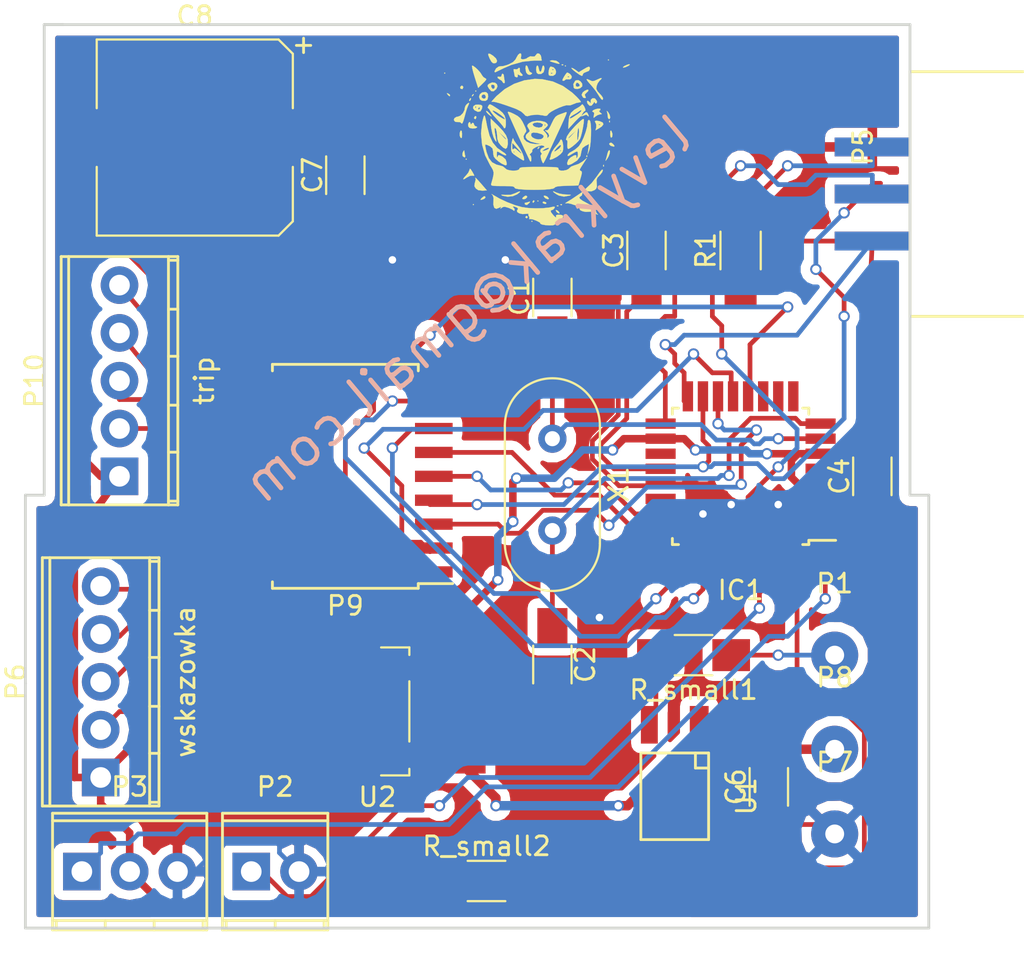
<source format=kicad_pcb>
(kicad_pcb (version 4) (host pcbnew 4.0.2-stable)

  (general
    (links 64)
    (no_connects 0)
    (area 191.924999 24.924999 240.075001 73.075001)
    (thickness 1.6)
    (drawings 11)
    (tracks 456)
    (zones 0)
    (modules 24)
    (nets 40)
  )

  (page A4)
  (layers
    (0 F.Cu signal)
    (31 B.Cu signal)
    (32 B.Adhes user)
    (33 F.Adhes user)
    (34 B.Paste user)
    (35 F.Paste user)
    (36 B.SilkS user)
    (37 F.SilkS user)
    (38 B.Mask user)
    (39 F.Mask user)
    (40 Dwgs.User user)
    (41 Cmts.User user)
    (42 Eco1.User user)
    (43 Eco2.User user)
    (44 Edge.Cuts user)
    (45 Margin user)
    (46 B.CrtYd user)
    (47 F.CrtYd user)
    (48 B.Fab user)
    (49 F.Fab user)
  )

  (setup
    (last_trace_width 0.25)
    (trace_clearance 0.2)
    (zone_clearance 0.508)
    (zone_45_only no)
    (trace_min 0.2)
    (segment_width 0.2)
    (edge_width 0.15)
    (via_size 0.6)
    (via_drill 0.4)
    (via_min_size 0.4)
    (via_min_drill 0.3)
    (uvia_size 0.3)
    (uvia_drill 0.1)
    (uvias_allowed no)
    (uvia_min_size 0.2)
    (uvia_min_drill 0.1)
    (pcb_text_width 0.3)
    (pcb_text_size 1.5 1.5)
    (mod_edge_width 0.15)
    (mod_text_size 1 1)
    (mod_text_width 0.15)
    (pad_size 1.524 1.524)
    (pad_drill 0.762)
    (pad_to_mask_clearance 0.2)
    (aux_axis_origin 0 0)
    (visible_elements 7FFFF7FF)
    (pcbplotparams
      (layerselection 0x03fff_80000001)
      (usegerberextensions false)
      (excludeedgelayer true)
      (linewidth 0.100000)
      (plotframeref false)
      (viasonmask false)
      (mode 1)
      (useauxorigin false)
      (hpglpennumber 1)
      (hpglpenspeed 20)
      (hpglpendiameter 15)
      (hpglpenoverlay 2)
      (psnegative false)
      (psa4output false)
      (plotreference true)
      (plotvalue true)
      (plotinvisibletext false)
      (padsonsilk false)
      (subtractmaskfromsilk false)
      (outputformat 1)
      (mirror false)
      (drillshape 0)
      (scaleselection 1)
      (outputdirectory gerber))
  )

  (net 0 "")
  (net 1 "Net-(C1-Pad1)")
  (net 2 GND)
  (net 3 "Net-(C2-Pad1)")
  (net 4 "Net-(C3-Pad1)")
  (net 5 +5V)
  (net 6 +12V)
  (net 7 "Net-(D1-Pad2)")
  (net 8 "Net-(IC1-Pad1)")
  (net 9 "Net-(IC1-Pad2)")
  (net 10 "Net-(IC1-Pad9)")
  (net 11 "Net-(IC1-Pad11)")
  (net 12 /wskaz1)
  (net 13 /wskaz2)
  (net 14 /wskaz3)
  (net 15 MOSI)
  (net 16 MISO)
  (net 17 SCK)
  (net 18 "Net-(IC1-Pad19)")
  (net 19 "Net-(IC1-Pad22)")
  (net 20 /trip1)
  (net 21 /trip2)
  (net 22 /trip3)
  (net 23 /trip4)
  (net 24 "Net-(IC1-Pad27)")
  (net 25 "Net-(IC1-Pad28)")
  (net 26 RST)
  (net 27 "Net-(IC1-Pad30)")
  (net 28 "Net-(IC1-Pad31)")
  (net 29 /VSS_impuls)
  (net 30 "Net-(P1-Pad1)")
  (net 31 "Net-(P6-Pad4)")
  (net 32 "Net-(P6-Pad2)")
  (net 33 "Net-(P6-Pad3)")
  (net 34 "Net-(P6-Pad5)")
  (net 35 "Net-(P10-Pad4)")
  (net 36 "Net-(P10-Pad2)")
  (net 37 "Net-(P10-Pad3)")
  (net 38 "Net-(P10-Pad5)")
  (net 39 "Net-(R_small1-Pad2)")

  (net_class Default "This is the default net class."
    (clearance 0.2)
    (trace_width 0.25)
    (via_dia 0.6)
    (via_drill 0.4)
    (uvia_dia 0.3)
    (uvia_drill 0.1)
    (add_net /VSS_impuls)
    (add_net /trip1)
    (add_net /trip2)
    (add_net /trip3)
    (add_net /trip4)
    (add_net /wskaz1)
    (add_net /wskaz2)
    (add_net /wskaz3)
    (add_net GND)
    (add_net MISO)
    (add_net MOSI)
    (add_net "Net-(C1-Pad1)")
    (add_net "Net-(C2-Pad1)")
    (add_net "Net-(C3-Pad1)")
    (add_net "Net-(D1-Pad2)")
    (add_net "Net-(IC1-Pad1)")
    (add_net "Net-(IC1-Pad11)")
    (add_net "Net-(IC1-Pad19)")
    (add_net "Net-(IC1-Pad2)")
    (add_net "Net-(IC1-Pad22)")
    (add_net "Net-(IC1-Pad27)")
    (add_net "Net-(IC1-Pad28)")
    (add_net "Net-(IC1-Pad30)")
    (add_net "Net-(IC1-Pad31)")
    (add_net "Net-(IC1-Pad9)")
    (add_net "Net-(P1-Pad1)")
    (add_net "Net-(P10-Pad2)")
    (add_net "Net-(P10-Pad3)")
    (add_net "Net-(P10-Pad4)")
    (add_net "Net-(P10-Pad5)")
    (add_net "Net-(P6-Pad2)")
    (add_net "Net-(P6-Pad3)")
    (add_net "Net-(P6-Pad4)")
    (add_net "Net-(P6-Pad5)")
    (add_net "Net-(R_small1-Pad2)")
    (add_net RST)
    (add_net SCK)
  )

  (net_class 12 ""
    (clearance 0.2)
    (trace_width 0.5)
    (via_dia 0.6)
    (via_drill 0.4)
    (uvia_dia 0.3)
    (uvia_drill 0.1)
    (add_net +12V)
  )

  (net_class 5v ""
    (clearance 0.2)
    (trace_width 0.4)
    (via_dia 0.6)
    (via_drill 0.4)
    (uvia_dia 0.3)
    (uvia_drill 0.1)
    (add_net +5V)
  )

  (module Capacitors_SMD:CP_Elec_10x10 (layer F.Cu) (tedit 58AA9194) (tstamp 58ADFE27)
    (at 201 31 180)
    (descr "SMT capacitor, aluminium electrolytic, 10x10")
    (path /58A60112)
    (attr smd)
    (fp_text reference C8 (at 0 6.46 180) (layer F.SilkS)
      (effects (font (size 1 1) (thickness 0.15)))
    )
    (fp_text value 100uF (at 0 -6.46 180) (layer F.Fab)
      (effects (font (size 1 1) (thickness 0.15)))
    )
    (fp_circle (center 0 0) (end 0.1 5) (layer F.Fab) (width 0.1))
    (fp_text user + (at -2.91 -0.08 180) (layer F.Fab)
      (effects (font (size 1 1) (thickness 0.15)))
    )
    (fp_text user + (at -5.78 4.97 180) (layer F.SilkS)
      (effects (font (size 1 1) (thickness 0.15)))
    )
    (fp_text user %R (at 0 6.46 180) (layer F.Fab)
      (effects (font (size 1 1) (thickness 0.15)))
    )
    (fp_line (start -5.21 -4.45) (end -5.21 -1.56) (layer F.SilkS) (width 0.12))
    (fp_line (start -5.21 4.45) (end -5.21 1.56) (layer F.SilkS) (width 0.12))
    (fp_line (start 5.21 5.21) (end 5.21 1.56) (layer F.SilkS) (width 0.12))
    (fp_line (start 5.21 -5.21) (end 5.21 -1.56) (layer F.SilkS) (width 0.12))
    (fp_line (start 5.05 5.05) (end 5.05 -5.05) (layer F.Fab) (width 0.1))
    (fp_line (start -4.38 5.05) (end 5.05 5.05) (layer F.Fab) (width 0.1))
    (fp_line (start -5.05 4.38) (end -4.38 5.05) (layer F.Fab) (width 0.1))
    (fp_line (start -5.05 -4.38) (end -5.05 4.38) (layer F.Fab) (width 0.1))
    (fp_line (start -4.38 -5.05) (end -5.05 -4.38) (layer F.Fab) (width 0.1))
    (fp_line (start 5.05 -5.05) (end -4.38 -5.05) (layer F.Fab) (width 0.1))
    (fp_line (start 5.21 5.21) (end -4.45 5.21) (layer F.SilkS) (width 0.12))
    (fp_line (start -4.45 5.21) (end -5.21 4.45) (layer F.SilkS) (width 0.12))
    (fp_line (start -5.21 -4.45) (end -4.45 -5.21) (layer F.SilkS) (width 0.12))
    (fp_line (start -4.45 -5.21) (end 5.21 -5.21) (layer F.SilkS) (width 0.12))
    (fp_line (start -6.25 -5.31) (end 6.25 -5.31) (layer F.CrtYd) (width 0.05))
    (fp_line (start -6.25 -5.31) (end -6.25 5.3) (layer F.CrtYd) (width 0.05))
    (fp_line (start 6.25 5.3) (end 6.25 -5.31) (layer F.CrtYd) (width 0.05))
    (fp_line (start 6.25 5.3) (end -6.25 5.3) (layer F.CrtYd) (width 0.05))
    (pad 1 smd rect (at -4 0) (size 4 2.5) (layers F.Cu F.Paste F.Mask)
      (net 5 +5V))
    (pad 2 smd rect (at 4 0) (size 4 2.5) (layers F.Cu F.Paste F.Mask)
      (net 2 GND))
    (model Capacitors_SMD.3dshapes/CP_Elec_10x10.wrl
      (at (xyz 0 0 0))
      (scale (xyz 1 1 1))
      (rotate (xyz 0 0 180))
    )
  )

  (module Terminal_Blocks:TerminalBlock_Pheonix_MPT-2.54mm_3pol (layer F.Cu) (tedit 0) (tstamp 58ADFE63)
    (at 195 70)
    (descr "3-way 2.54mm pitch terminal block, Phoenix MPT series")
    (path /58AE05D9)
    (fp_text reference P3 (at 2.54 -4.50088) (layer F.SilkS)
      (effects (font (size 1 1) (thickness 0.15)))
    )
    (fp_text value PA3 (at 2.54 4.50088) (layer F.Fab)
      (effects (font (size 1 1) (thickness 0.15)))
    )
    (fp_line (start -1.778 3.302) (end 6.858 3.302) (layer F.CrtYd) (width 0.05))
    (fp_line (start -1.778 -3.302) (end -1.778 3.302) (layer F.CrtYd) (width 0.05))
    (fp_line (start 6.858 -3.302) (end -1.778 -3.302) (layer F.CrtYd) (width 0.05))
    (fp_line (start 6.858 3.302) (end 6.858 -3.302) (layer F.CrtYd) (width 0.05))
    (fp_line (start 6.63956 -3.0988) (end -1.55956 -3.0988) (layer F.SilkS) (width 0.15))
    (fp_line (start 6.63956 -2.70002) (end -1.55956 -2.70002) (layer F.SilkS) (width 0.15))
    (fp_line (start 6.63956 2.60096) (end -1.55956 2.60096) (layer F.SilkS) (width 0.15))
    (fp_line (start -1.55956 3.0988) (end 6.63956 3.0988) (layer F.SilkS) (width 0.15))
    (fp_line (start 3.84048 2.60096) (end 3.84048 3.0988) (layer F.SilkS) (width 0.15))
    (fp_line (start -1.3589 3.0988) (end -1.3589 2.60096) (layer F.SilkS) (width 0.15))
    (fp_line (start 6.44144 2.60096) (end 6.44144 3.0988) (layer F.SilkS) (width 0.15))
    (fp_line (start 1.24206 3.0988) (end 1.24206 2.60096) (layer F.SilkS) (width 0.15))
    (fp_line (start 6.63956 3.0988) (end 6.63956 -3.0988) (layer F.SilkS) (width 0.15))
    (fp_line (start -1.55702 -3.0988) (end -1.55702 3.0988) (layer F.SilkS) (width 0.15))
    (pad 3 thru_hole oval (at 5.08 0) (size 1.99898 1.99898) (drill 1.09728) (layers *.Cu *.Mask)
      (net 2 GND))
    (pad 1 thru_hole rect (at 0 0) (size 1.99898 1.99898) (drill 1.09728) (layers *.Cu *.Mask)
      (net 8 "Net-(IC1-Pad1)"))
    (pad 2 thru_hole oval (at 2.54 0) (size 1.99898 1.99898) (drill 1.09728) (layers *.Cu *.Mask)
      (net 5 +5V))
    (model Terminal_Blocks.3dshapes/TerminalBlock_Pheonix_MPT-2.54mm_3pol.wrl
      (at (xyz 0.1 0 0))
      (scale (xyz 1 1 1))
      (rotate (xyz 0 0 0))
    )
  )

  (module TO_SOT_Packages_SMD:TO-252-2Lead (layer F.Cu) (tedit 58AEF4A1) (tstamp 58ADFEAF)
    (at 211 61.5 180)
    (descr TO-252-2Lead)
    (path /58A60116)
    (attr smd)
    (fp_text reference U2 (at 0.3 -4.54 180) (layer F.SilkS)
      (effects (font (size 1 1) (thickness 0.15)))
    )
    (fp_text value LM7805 (at 0.25 4.81 180) (layer F.Fab)
      (effects (font (size 1 1) (thickness 0.15)))
    )
    (fp_line (start -1.4 -3.04) (end -1.4 -3.39) (layer F.SilkS) (width 0.12))
    (fp_line (start -1.4 -3.39) (end 0.1 -3.39) (layer F.SilkS) (width 0.12))
    (fp_line (start -1.4 1.61) (end -1.4 -1.59) (layer F.SilkS) (width 0.12))
    (fp_line (start 0.1 3.41) (end -1.4 3.41) (layer F.SilkS) (width 0.12))
    (fp_line (start -1.4 3.41) (end -1.4 3.01) (layer F.SilkS) (width 0.12))
    (fp_line (start 4.68 -2.7) (end 5.88 -2.7) (layer F.Fab) (width 0.1))
    (fp_line (start 5.88 -2.7) (end 5.88 2.72) (layer F.Fab) (width 0.1))
    (fp_line (start 5.88 2.72) (end 4.67 2.72) (layer F.Fab) (width 0.1))
    (fp_line (start -1.32 1.74) (end -4.23 1.74) (layer F.Fab) (width 0.1))
    (fp_line (start -4.23 2.88) (end -1.32 2.88) (layer F.Fab) (width 0.1))
    (fp_line (start -4.23 1.74) (end -4.23 2.88) (layer F.Fab) (width 0.1))
    (fp_line (start -4.23 -2.86) (end -4.23 -1.72) (layer F.Fab) (width 0.1))
    (fp_line (start -4.23 -1.72) (end -1.32 -1.72) (layer F.Fab) (width 0.1))
    (fp_line (start -1.32 -2.86) (end -4.23 -2.86) (layer F.Fab) (width 0.1))
    (fp_line (start -1.32 3.36) (end 4.67 3.36) (layer F.Fab) (width 0.1))
    (fp_line (start 4.67 3.36) (end 4.67 -3.34) (layer F.Fab) (width 0.1))
    (fp_line (start 4.67 -3.34) (end -1.32 -3.34) (layer F.Fab) (width 0.1))
    (fp_line (start -1.32 3.36) (end -1.32 -3.34) (layer F.Fab) (width 0.1))
    (fp_line (start 7.45 -3.74) (end 7.45 3.76) (layer F.CrtYd) (width 0.05))
    (fp_line (start 7.45 -3.74) (end -5.7 -3.74) (layer F.CrtYd) (width 0.05))
    (fp_line (start -5.7 3.76) (end 7.45 3.76) (layer F.CrtYd) (width 0.05))
    (fp_line (start -5.7 3.76) (end -5.7 -3.74) (layer F.CrtYd) (width 0.05))
    (pad VI smd rect (at -3.7 -2.29 90) (size 2 3.5) (layers F.Cu F.Paste F.Mask)
      (net 6 +12V))
    (pad VO smd rect (at -3.7 2.29 90) (size 2 3.5) (layers F.Cu F.Paste F.Mask)
      (net 5 +5V))
    (pad GND smd rect (at 3.7 0.01 90) (size 7 7) (layers F.Cu F.Paste F.Mask)
      (net 2 GND))
    (model TO_SOT_Packages_SMD.3dshapes\TO-252-2Lead.wrl
      (at (xyz -0.1377952755905512 0 0))
      (scale (xyz 1 1 1))
      (rotate (xyz 0 0 90))
    )
  )

  (module Capacitors_SMD:C_1206_HandSoldering (layer F.Cu) (tedit 58AA84D1) (tstamp 58ADFE03)
    (at 220 39.5 90)
    (descr "Capacitor SMD 1206, hand soldering")
    (tags "capacitor 1206")
    (path /58AE4892)
    (attr smd)
    (fp_text reference C1 (at 0 -1.75 90) (layer F.SilkS)
      (effects (font (size 1 1) (thickness 0.15)))
    )
    (fp_text value 27pF (at 0 2 90) (layer F.Fab)
      (effects (font (size 1 1) (thickness 0.15)))
    )
    (fp_text user %R (at 0 -1.75 90) (layer F.Fab)
      (effects (font (size 1 1) (thickness 0.15)))
    )
    (fp_line (start -1.6 0.8) (end -1.6 -0.8) (layer F.Fab) (width 0.1))
    (fp_line (start 1.6 0.8) (end -1.6 0.8) (layer F.Fab) (width 0.1))
    (fp_line (start 1.6 -0.8) (end 1.6 0.8) (layer F.Fab) (width 0.1))
    (fp_line (start -1.6 -0.8) (end 1.6 -0.8) (layer F.Fab) (width 0.1))
    (fp_line (start 1 -1.02) (end -1 -1.02) (layer F.SilkS) (width 0.12))
    (fp_line (start -1 1.02) (end 1 1.02) (layer F.SilkS) (width 0.12))
    (fp_line (start -3.25 -1.05) (end 3.25 -1.05) (layer F.CrtYd) (width 0.05))
    (fp_line (start -3.25 -1.05) (end -3.25 1.05) (layer F.CrtYd) (width 0.05))
    (fp_line (start 3.25 1.05) (end 3.25 -1.05) (layer F.CrtYd) (width 0.05))
    (fp_line (start 3.25 1.05) (end -3.25 1.05) (layer F.CrtYd) (width 0.05))
    (pad 1 smd rect (at -2 0 90) (size 2 1.6) (layers F.Cu F.Paste F.Mask)
      (net 1 "Net-(C1-Pad1)"))
    (pad 2 smd rect (at 2 0 90) (size 2 1.6) (layers F.Cu F.Paste F.Mask)
      (net 2 GND))
    (model Capacitors_SMD.3dshapes/C_1206.wrl
      (at (xyz 0 0 0))
      (scale (xyz 1 1 1))
      (rotate (xyz 0 0 0))
    )
  )

  (module Capacitors_SMD:C_1206_HandSoldering (layer F.Cu) (tedit 58AA84D1) (tstamp 58ADFE09)
    (at 220 59 270)
    (descr "Capacitor SMD 1206, hand soldering")
    (tags "capacitor 1206")
    (path /58AE4893)
    (attr smd)
    (fp_text reference C2 (at 0 -1.75 270) (layer F.SilkS)
      (effects (font (size 1 1) (thickness 0.15)))
    )
    (fp_text value 27pF (at 0 2 270) (layer F.Fab)
      (effects (font (size 1 1) (thickness 0.15)))
    )
    (fp_text user %R (at 0 -1.75 270) (layer F.Fab)
      (effects (font (size 1 1) (thickness 0.15)))
    )
    (fp_line (start -1.6 0.8) (end -1.6 -0.8) (layer F.Fab) (width 0.1))
    (fp_line (start 1.6 0.8) (end -1.6 0.8) (layer F.Fab) (width 0.1))
    (fp_line (start 1.6 -0.8) (end 1.6 0.8) (layer F.Fab) (width 0.1))
    (fp_line (start -1.6 -0.8) (end 1.6 -0.8) (layer F.Fab) (width 0.1))
    (fp_line (start 1 -1.02) (end -1 -1.02) (layer F.SilkS) (width 0.12))
    (fp_line (start -1 1.02) (end 1 1.02) (layer F.SilkS) (width 0.12))
    (fp_line (start -3.25 -1.05) (end 3.25 -1.05) (layer F.CrtYd) (width 0.05))
    (fp_line (start -3.25 -1.05) (end -3.25 1.05) (layer F.CrtYd) (width 0.05))
    (fp_line (start 3.25 1.05) (end 3.25 -1.05) (layer F.CrtYd) (width 0.05))
    (fp_line (start 3.25 1.05) (end -3.25 1.05) (layer F.CrtYd) (width 0.05))
    (pad 1 smd rect (at -2 0 270) (size 2 1.6) (layers F.Cu F.Paste F.Mask)
      (net 3 "Net-(C2-Pad1)"))
    (pad 2 smd rect (at 2 0 270) (size 2 1.6) (layers F.Cu F.Paste F.Mask)
      (net 2 GND))
    (model Capacitors_SMD.3dshapes/C_1206.wrl
      (at (xyz 0 0 0))
      (scale (xyz 1 1 1))
      (rotate (xyz 0 0 0))
    )
  )

  (module Capacitors_SMD:C_1206_HandSoldering (layer F.Cu) (tedit 58AA84D1) (tstamp 58ADFE0F)
    (at 225 37 90)
    (descr "Capacitor SMD 1206, hand soldering")
    (tags "capacitor 1206")
    (path /58AE488D)
    (attr smd)
    (fp_text reference C3 (at 0 -1.75 90) (layer F.SilkS)
      (effects (font (size 1 1) (thickness 0.15)))
    )
    (fp_text value 100nF (at 0 2 90) (layer F.Fab)
      (effects (font (size 1 1) (thickness 0.15)))
    )
    (fp_text user %R (at 0 -1.75 90) (layer F.Fab)
      (effects (font (size 1 1) (thickness 0.15)))
    )
    (fp_line (start -1.6 0.8) (end -1.6 -0.8) (layer F.Fab) (width 0.1))
    (fp_line (start 1.6 0.8) (end -1.6 0.8) (layer F.Fab) (width 0.1))
    (fp_line (start 1.6 -0.8) (end 1.6 0.8) (layer F.Fab) (width 0.1))
    (fp_line (start -1.6 -0.8) (end 1.6 -0.8) (layer F.Fab) (width 0.1))
    (fp_line (start 1 -1.02) (end -1 -1.02) (layer F.SilkS) (width 0.12))
    (fp_line (start -1 1.02) (end 1 1.02) (layer F.SilkS) (width 0.12))
    (fp_line (start -3.25 -1.05) (end 3.25 -1.05) (layer F.CrtYd) (width 0.05))
    (fp_line (start -3.25 -1.05) (end -3.25 1.05) (layer F.CrtYd) (width 0.05))
    (fp_line (start 3.25 1.05) (end 3.25 -1.05) (layer F.CrtYd) (width 0.05))
    (fp_line (start 3.25 1.05) (end -3.25 1.05) (layer F.CrtYd) (width 0.05))
    (pad 1 smd rect (at -2 0 90) (size 2 1.6) (layers F.Cu F.Paste F.Mask)
      (net 4 "Net-(C3-Pad1)"))
    (pad 2 smd rect (at 2 0 90) (size 2 1.6) (layers F.Cu F.Paste F.Mask)
      (net 2 GND))
    (model Capacitors_SMD.3dshapes/C_1206.wrl
      (at (xyz 0 0 0))
      (scale (xyz 1 1 1))
      (rotate (xyz 0 0 0))
    )
  )

  (module Capacitors_SMD:C_1206_HandSoldering (layer F.Cu) (tedit 58AA84D1) (tstamp 58ADFE15)
    (at 237 49 90)
    (descr "Capacitor SMD 1206, hand soldering")
    (tags "capacitor 1206")
    (path /58AE48AB)
    (attr smd)
    (fp_text reference C4 (at 0 -1.75 90) (layer F.SilkS)
      (effects (font (size 1 1) (thickness 0.15)))
    )
    (fp_text value 100nF (at 0 2 90) (layer F.Fab)
      (effects (font (size 1 1) (thickness 0.15)))
    )
    (fp_text user %R (at 0 -1.75 90) (layer F.Fab)
      (effects (font (size 1 1) (thickness 0.15)))
    )
    (fp_line (start -1.6 0.8) (end -1.6 -0.8) (layer F.Fab) (width 0.1))
    (fp_line (start 1.6 0.8) (end -1.6 0.8) (layer F.Fab) (width 0.1))
    (fp_line (start 1.6 -0.8) (end 1.6 0.8) (layer F.Fab) (width 0.1))
    (fp_line (start -1.6 -0.8) (end 1.6 -0.8) (layer F.Fab) (width 0.1))
    (fp_line (start 1 -1.02) (end -1 -1.02) (layer F.SilkS) (width 0.12))
    (fp_line (start -1 1.02) (end 1 1.02) (layer F.SilkS) (width 0.12))
    (fp_line (start -3.25 -1.05) (end 3.25 -1.05) (layer F.CrtYd) (width 0.05))
    (fp_line (start -3.25 -1.05) (end -3.25 1.05) (layer F.CrtYd) (width 0.05))
    (fp_line (start 3.25 1.05) (end 3.25 -1.05) (layer F.CrtYd) (width 0.05))
    (fp_line (start 3.25 1.05) (end -3.25 1.05) (layer F.CrtYd) (width 0.05))
    (pad 1 smd rect (at -2 0 90) (size 2 1.6) (layers F.Cu F.Paste F.Mask)
      (net 2 GND))
    (pad 2 smd rect (at 2 0 90) (size 2 1.6) (layers F.Cu F.Paste F.Mask)
      (net 5 +5V))
    (model Capacitors_SMD.3dshapes/C_1206.wrl
      (at (xyz 0 0 0))
      (scale (xyz 1 1 1))
      (rotate (xyz 0 0 0))
    )
  )

  (module Capacitors_SMD:C_1206_HandSoldering (layer F.Cu) (tedit 58AA84D1) (tstamp 58ADFE1B)
    (at 231.5 65.5 90)
    (descr "Capacitor SMD 1206, hand soldering")
    (tags "capacitor 1206")
    (path /58A60117)
    (attr smd)
    (fp_text reference C6 (at 0 -1.75 90) (layer F.SilkS)
      (effects (font (size 1 1) (thickness 0.15)))
    )
    (fp_text value 100nF (at 0 2 90) (layer F.Fab)
      (effects (font (size 1 1) (thickness 0.15)))
    )
    (fp_text user %R (at 0 -1.75 90) (layer F.Fab)
      (effects (font (size 1 1) (thickness 0.15)))
    )
    (fp_line (start -1.6 0.8) (end -1.6 -0.8) (layer F.Fab) (width 0.1))
    (fp_line (start 1.6 0.8) (end -1.6 0.8) (layer F.Fab) (width 0.1))
    (fp_line (start 1.6 -0.8) (end 1.6 0.8) (layer F.Fab) (width 0.1))
    (fp_line (start -1.6 -0.8) (end 1.6 -0.8) (layer F.Fab) (width 0.1))
    (fp_line (start 1 -1.02) (end -1 -1.02) (layer F.SilkS) (width 0.12))
    (fp_line (start -1 1.02) (end 1 1.02) (layer F.SilkS) (width 0.12))
    (fp_line (start -3.25 -1.05) (end 3.25 -1.05) (layer F.CrtYd) (width 0.05))
    (fp_line (start -3.25 -1.05) (end -3.25 1.05) (layer F.CrtYd) (width 0.05))
    (fp_line (start 3.25 1.05) (end 3.25 -1.05) (layer F.CrtYd) (width 0.05))
    (fp_line (start 3.25 1.05) (end -3.25 1.05) (layer F.CrtYd) (width 0.05))
    (pad 1 smd rect (at -2 0 90) (size 2 1.6) (layers F.Cu F.Paste F.Mask)
      (net 2 GND))
    (pad 2 smd rect (at 2 0 90) (size 2 1.6) (layers F.Cu F.Paste F.Mask)
      (net 6 +12V))
    (model Capacitors_SMD.3dshapes/C_1206.wrl
      (at (xyz 0 0 0))
      (scale (xyz 1 1 1))
      (rotate (xyz 0 0 0))
    )
  )

  (module Capacitors_SMD:C_1206_HandSoldering (layer F.Cu) (tedit 58AA84D1) (tstamp 58ADFE21)
    (at 209 33 90)
    (descr "Capacitor SMD 1206, hand soldering")
    (tags "capacitor 1206")
    (path /58A60113)
    (attr smd)
    (fp_text reference C7 (at 0 -1.75 90) (layer F.SilkS)
      (effects (font (size 1 1) (thickness 0.15)))
    )
    (fp_text value 100nF (at 0 2 90) (layer F.Fab)
      (effects (font (size 1 1) (thickness 0.15)))
    )
    (fp_text user %R (at 0 -1.75 90) (layer F.Fab)
      (effects (font (size 1 1) (thickness 0.15)))
    )
    (fp_line (start -1.6 0.8) (end -1.6 -0.8) (layer F.Fab) (width 0.1))
    (fp_line (start 1.6 0.8) (end -1.6 0.8) (layer F.Fab) (width 0.1))
    (fp_line (start 1.6 -0.8) (end 1.6 0.8) (layer F.Fab) (width 0.1))
    (fp_line (start -1.6 -0.8) (end 1.6 -0.8) (layer F.Fab) (width 0.1))
    (fp_line (start 1 -1.02) (end -1 -1.02) (layer F.SilkS) (width 0.12))
    (fp_line (start -1 1.02) (end 1 1.02) (layer F.SilkS) (width 0.12))
    (fp_line (start -3.25 -1.05) (end 3.25 -1.05) (layer F.CrtYd) (width 0.05))
    (fp_line (start -3.25 -1.05) (end -3.25 1.05) (layer F.CrtYd) (width 0.05))
    (fp_line (start 3.25 1.05) (end 3.25 -1.05) (layer F.CrtYd) (width 0.05))
    (fp_line (start 3.25 1.05) (end -3.25 1.05) (layer F.CrtYd) (width 0.05))
    (pad 1 smd rect (at -2 0 90) (size 2 1.6) (layers F.Cu F.Paste F.Mask)
      (net 2 GND))
    (pad 2 smd rect (at 2 0 90) (size 2 1.6) (layers F.Cu F.Paste F.Mask)
      (net 5 +5V))
    (model Capacitors_SMD.3dshapes/C_1206.wrl
      (at (xyz 0 0 0))
      (scale (xyz 1 1 1))
      (rotate (xyz 0 0 0))
    )
  )

  (module Housings_QFP:TQFP-32_7x7mm_Pitch0.8mm (layer F.Cu) (tedit 54130A77) (tstamp 58ADFE51)
    (at 230 49 180)
    (descr "32-Lead Plastic Thin Quad Flatpack (PT) - 7x7x1.0 mm Body, 2.00 mm [TQFP] (see Microchip Packaging Specification 00000049BS.pdf)")
    (tags "QFP 0.8")
    (path /58AE488F)
    (attr smd)
    (fp_text reference IC1 (at 0 -6.05 180) (layer F.SilkS)
      (effects (font (size 1 1) (thickness 0.15)))
    )
    (fp_text value ATMEGA8-MI-serwo (at 0 6.05 180) (layer F.Fab)
      (effects (font (size 1 1) (thickness 0.15)))
    )
    (fp_text user %R (at 0 0 180) (layer F.Fab)
      (effects (font (size 1 1) (thickness 0.15)))
    )
    (fp_line (start -2.5 -3.5) (end 3.5 -3.5) (layer F.Fab) (width 0.15))
    (fp_line (start 3.5 -3.5) (end 3.5 3.5) (layer F.Fab) (width 0.15))
    (fp_line (start 3.5 3.5) (end -3.5 3.5) (layer F.Fab) (width 0.15))
    (fp_line (start -3.5 3.5) (end -3.5 -2.5) (layer F.Fab) (width 0.15))
    (fp_line (start -3.5 -2.5) (end -2.5 -3.5) (layer F.Fab) (width 0.15))
    (fp_line (start -5.3 -5.3) (end -5.3 5.3) (layer F.CrtYd) (width 0.05))
    (fp_line (start 5.3 -5.3) (end 5.3 5.3) (layer F.CrtYd) (width 0.05))
    (fp_line (start -5.3 -5.3) (end 5.3 -5.3) (layer F.CrtYd) (width 0.05))
    (fp_line (start -5.3 5.3) (end 5.3 5.3) (layer F.CrtYd) (width 0.05))
    (fp_line (start -3.625 -3.625) (end -3.625 -3.4) (layer F.SilkS) (width 0.15))
    (fp_line (start 3.625 -3.625) (end 3.625 -3.3) (layer F.SilkS) (width 0.15))
    (fp_line (start 3.625 3.625) (end 3.625 3.3) (layer F.SilkS) (width 0.15))
    (fp_line (start -3.625 3.625) (end -3.625 3.3) (layer F.SilkS) (width 0.15))
    (fp_line (start -3.625 -3.625) (end -3.3 -3.625) (layer F.SilkS) (width 0.15))
    (fp_line (start -3.625 3.625) (end -3.3 3.625) (layer F.SilkS) (width 0.15))
    (fp_line (start 3.625 3.625) (end 3.3 3.625) (layer F.SilkS) (width 0.15))
    (fp_line (start 3.625 -3.625) (end 3.3 -3.625) (layer F.SilkS) (width 0.15))
    (fp_line (start -3.625 -3.4) (end -5.05 -3.4) (layer F.SilkS) (width 0.15))
    (pad 1 smd rect (at -4.25 -2.8 180) (size 1.6 0.55) (layers F.Cu F.Paste F.Mask)
      (net 8 "Net-(IC1-Pad1)"))
    (pad 2 smd rect (at -4.25 -2 180) (size 1.6 0.55) (layers F.Cu F.Paste F.Mask)
      (net 9 "Net-(IC1-Pad2)"))
    (pad 3 smd rect (at -4.25 -1.2 180) (size 1.6 0.55) (layers F.Cu F.Paste F.Mask)
      (net 2 GND))
    (pad 4 smd rect (at -4.25 -0.4 180) (size 1.6 0.55) (layers F.Cu F.Paste F.Mask)
      (net 5 +5V))
    (pad 5 smd rect (at -4.25 0.4 180) (size 1.6 0.55) (layers F.Cu F.Paste F.Mask)
      (net 2 GND))
    (pad 6 smd rect (at -4.25 1.2 180) (size 1.6 0.55) (layers F.Cu F.Paste F.Mask)
      (net 5 +5V))
    (pad 7 smd rect (at -4.25 2 180) (size 1.6 0.55) (layers F.Cu F.Paste F.Mask)
      (net 1 "Net-(C1-Pad1)"))
    (pad 8 smd rect (at -4.25 2.8 180) (size 1.6 0.55) (layers F.Cu F.Paste F.Mask)
      (net 3 "Net-(C2-Pad1)"))
    (pad 9 smd rect (at -2.8 4.25 270) (size 1.6 0.55) (layers F.Cu F.Paste F.Mask)
      (net 10 "Net-(IC1-Pad9)"))
    (pad 10 smd rect (at -2 4.25 270) (size 1.6 0.55) (layers F.Cu F.Paste F.Mask)
      (net 7 "Net-(D1-Pad2)"))
    (pad 11 smd rect (at -1.2 4.25 270) (size 1.6 0.55) (layers F.Cu F.Paste F.Mask)
      (net 11 "Net-(IC1-Pad11)"))
    (pad 12 smd rect (at -0.4 4.25 270) (size 1.6 0.55) (layers F.Cu F.Paste F.Mask)
      (net 12 /wskaz1))
    (pad 13 smd rect (at 0.4 4.25 270) (size 1.6 0.55) (layers F.Cu F.Paste F.Mask)
      (net 13 /wskaz2))
    (pad 14 smd rect (at 1.2 4.25 270) (size 1.6 0.55) (layers F.Cu F.Paste F.Mask)
      (net 14 /wskaz3))
    (pad 15 smd rect (at 2 4.25 270) (size 1.6 0.55) (layers F.Cu F.Paste F.Mask)
      (net 15 MOSI))
    (pad 16 smd rect (at 2.8 4.25 270) (size 1.6 0.55) (layers F.Cu F.Paste F.Mask)
      (net 16 MISO))
    (pad 17 smd rect (at 4.25 2.8 180) (size 1.6 0.55) (layers F.Cu F.Paste F.Mask)
      (net 17 SCK))
    (pad 18 smd rect (at 4.25 2 180) (size 1.6 0.55) (layers F.Cu F.Paste F.Mask)
      (net 5 +5V))
    (pad 19 smd rect (at 4.25 1.2 180) (size 1.6 0.55) (layers F.Cu F.Paste F.Mask)
      (net 18 "Net-(IC1-Pad19)"))
    (pad 20 smd rect (at 4.25 0.4 180) (size 1.6 0.55) (layers F.Cu F.Paste F.Mask)
      (net 4 "Net-(C3-Pad1)"))
    (pad 21 smd rect (at 4.25 -0.4 180) (size 1.6 0.55) (layers F.Cu F.Paste F.Mask)
      (net 2 GND))
    (pad 22 smd rect (at 4.25 -1.2 180) (size 1.6 0.55) (layers F.Cu F.Paste F.Mask)
      (net 19 "Net-(IC1-Pad22)"))
    (pad 23 smd rect (at 4.25 -2 180) (size 1.6 0.55) (layers F.Cu F.Paste F.Mask)
      (net 20 /trip1))
    (pad 24 smd rect (at 4.25 -2.8 180) (size 1.6 0.55) (layers F.Cu F.Paste F.Mask)
      (net 21 /trip2))
    (pad 25 smd rect (at 2.8 -4.25 270) (size 1.6 0.55) (layers F.Cu F.Paste F.Mask)
      (net 22 /trip3))
    (pad 26 smd rect (at 2 -4.25 270) (size 1.6 0.55) (layers F.Cu F.Paste F.Mask)
      (net 23 /trip4))
    (pad 27 smd rect (at 1.2 -4.25 270) (size 1.6 0.55) (layers F.Cu F.Paste F.Mask)
      (net 24 "Net-(IC1-Pad27)"))
    (pad 28 smd rect (at 0.4 -4.25 270) (size 1.6 0.55) (layers F.Cu F.Paste F.Mask)
      (net 25 "Net-(IC1-Pad28)"))
    (pad 29 smd rect (at -0.4 -4.25 270) (size 1.6 0.55) (layers F.Cu F.Paste F.Mask)
      (net 26 RST))
    (pad 30 smd rect (at -1.2 -4.25 270) (size 1.6 0.55) (layers F.Cu F.Paste F.Mask)
      (net 27 "Net-(IC1-Pad30)"))
    (pad 31 smd rect (at -2 -4.25 270) (size 1.6 0.55) (layers F.Cu F.Paste F.Mask)
      (net 28 "Net-(IC1-Pad31)"))
    (pad 32 smd rect (at -2.8 -4.25 270) (size 1.6 0.55) (layers F.Cu F.Paste F.Mask)
      (net 29 /VSS_impuls))
    (model Housings_QFP.3dshapes/TQFP-32_7x7mm_Pitch0.8mm.wrl
      (at (xyz 0 0 0))
      (scale (xyz 1 1 1))
      (rotate (xyz 0 0 0))
    )
  )

  (module Wire_Pads:SolderWirePad_single_1mmDrill (layer F.Cu) (tedit 0) (tstamp 58ADFE56)
    (at 235 58.5)
    (path /58A60121)
    (fp_text reference P1 (at 0 -3.81) (layer F.SilkS)
      (effects (font (size 1 1) (thickness 0.15)))
    )
    (fp_text value VSS (at -1.905 3.175) (layer F.Fab)
      (effects (font (size 1 1) (thickness 0.15)))
    )
    (pad 1 thru_hole circle (at 0 0) (size 2.49936 2.49936) (drill 1.00076) (layers *.Cu *.Mask)
      (net 30 "Net-(P1-Pad1)"))
  )

  (module Terminal_Blocks:TerminalBlock_Pheonix_MPT-2.54mm_2pol (layer F.Cu) (tedit 0) (tstamp 58ADFE5C)
    (at 204 70)
    (descr "2-way 2.54mm pitch terminal block, Phoenix MPT series")
    (path /58ADFCF5)
    (fp_text reference P2 (at 1.27 -4.50088) (layer F.SilkS)
      (effects (font (size 1 1) (thickness 0.15)))
    )
    (fp_text value switch (at 1.27 4.50088) (layer F.Fab)
      (effects (font (size 1 1) (thickness 0.15)))
    )
    (fp_line (start -1.7 -3.3) (end 4.3 -3.3) (layer F.CrtYd) (width 0.05))
    (fp_line (start -1.7 3.3) (end -1.7 -3.3) (layer F.CrtYd) (width 0.05))
    (fp_line (start 4.3 3.3) (end -1.7 3.3) (layer F.CrtYd) (width 0.05))
    (fp_line (start 4.3 -3.3) (end 4.3 3.3) (layer F.CrtYd) (width 0.05))
    (fp_line (start 4.06908 2.60096) (end -1.52908 2.60096) (layer F.SilkS) (width 0.15))
    (fp_line (start -1.33096 3.0988) (end -1.33096 2.60096) (layer F.SilkS) (width 0.15))
    (fp_line (start 3.87096 2.60096) (end 3.87096 3.0988) (layer F.SilkS) (width 0.15))
    (fp_line (start 1.27 3.0988) (end 1.27 2.60096) (layer F.SilkS) (width 0.15))
    (fp_line (start -1.52908 -2.70002) (end 4.06908 -2.70002) (layer F.SilkS) (width 0.15))
    (fp_line (start -1.52908 3.0988) (end 4.06908 3.0988) (layer F.SilkS) (width 0.15))
    (fp_line (start 4.06908 3.0988) (end 4.06908 -3.0988) (layer F.SilkS) (width 0.15))
    (fp_line (start 4.06908 -3.0988) (end -1.52908 -3.0988) (layer F.SilkS) (width 0.15))
    (fp_line (start -1.52908 -3.0988) (end -1.52908 3.0988) (layer F.SilkS) (width 0.15))
    (pad 2 thru_hole oval (at 2.54 0) (size 1.99898 1.99898) (drill 1.09728) (layers *.Cu *.Mask)
      (net 2 GND))
    (pad 1 thru_hole rect (at 0 0) (size 1.99898 1.99898) (drill 1.09728) (layers *.Cu *.Mask)
      (net 27 "Net-(IC1-Pad30)"))
    (model Terminal_Blocks.3dshapes/TerminalBlock_Pheonix_MPT-2.54mm_2pol.wrl
      (at (xyz 0.05 0 0))
      (scale (xyz 1 1 1))
      (rotate (xyz 0 0 0))
    )
  )

  (module drzwiczki_plaskie:ISP-6 (layer F.Cu) (tedit 587BBFE7) (tstamp 58ADFE74)
    (at 237 34 270)
    (path /58A6012A)
    (fp_text reference P5 (at -2.5 0.5 270) (layer F.SilkS)
      (effects (font (size 1 1) (thickness 0.15)))
    )
    (fp_text value CONN_3X2 (at -2.5 -0.5 270) (layer F.Fab)
      (effects (font (size 1 1) (thickness 0.15)))
    )
    (fp_line (start 0 -2) (end -6.5 -2) (layer F.SilkS) (width 0.15))
    (fp_line (start -6.5 -2) (end -6.5 -8) (layer F.SilkS) (width 0.15))
    (fp_line (start 0 -2) (end 6.5 -2) (layer F.SilkS) (width 0.15))
    (fp_line (start 6.5 -2) (end 6.5 -8) (layer F.SilkS) (width 0.15))
    (pad 5 smd trapezoid (at -2.5 0 270) (size 1 4) (layers B.Cu B.Paste B.Mask)
      (net 26 RST))
    (pad 3 smd trapezoid (at 0 0 270) (size 1 4) (layers B.Cu B.Paste B.Mask)
      (net 17 SCK))
    (pad 1 smd trapezoid (at 2.5 0 270) (size 1 4) (layers B.Cu B.Paste B.Mask)
      (net 16 MISO))
    (pad 2 smd trapezoid (at 2.5 0 270) (size 1 4) (layers F.Cu F.Paste F.Mask)
      (net 5 +5V))
    (pad 4 smd trapezoid (at 0 0 270) (size 1 4) (layers F.Cu F.Paste F.Mask)
      (net 15 MOSI))
    (pad 6 smd trapezoid (at -2.5 0 270) (size 1 4) (layers F.Cu F.Paste F.Mask)
      (net 2 GND))
  )

  (module Terminal_Blocks:TerminalBlock_Pheonix_MPT-2.54mm_5pol (layer F.Cu) (tedit 58AF09F6) (tstamp 58ADFE7D)
    (at 196 65 90)
    (descr "5-way 2.54mm pitch terminal block, Phoenix MPT series")
    (path /58AA9993)
    (fp_text reference P6 (at 5.08 -4.50088 90) (layer F.SilkS)
      (effects (font (size 1 1) (thickness 0.15)))
    )
    (fp_text value wskazowka (at 5.08 4.50088 90) (layer F.SilkS)
      (effects (font (size 1 1) (thickness 0.15)))
    )
    (fp_line (start -1.778 -3.302) (end 11.938 -3.302) (layer F.CrtYd) (width 0.05))
    (fp_line (start -1.778 3.302) (end -1.778 -3.302) (layer F.CrtYd) (width 0.05))
    (fp_line (start 11.938 3.302) (end -1.778 3.302) (layer F.CrtYd) (width 0.05))
    (fp_line (start 11.938 -3.302) (end 11.938 3.302) (layer F.CrtYd) (width 0.05))
    (fp_line (start 8.87984 2.60096) (end 8.87984 3.0988) (layer F.SilkS) (width 0.15))
    (fp_line (start 11.67892 3.0988) (end -1.51892 3.0988) (layer F.SilkS) (width 0.15))
    (fp_line (start -1.51892 2.60096) (end 11.67892 2.60096) (layer F.SilkS) (width 0.15))
    (fp_line (start -1.51892 -2.70002) (end 11.67892 -2.70002) (layer F.SilkS) (width 0.15))
    (fp_line (start 11.67892 -3.0988) (end -1.51892 -3.0988) (layer F.SilkS) (width 0.15))
    (fp_line (start 6.37794 2.60096) (end 6.37794 3.0988) (layer F.SilkS) (width 0.15))
    (fp_line (start 3.77952 2.60096) (end 3.77952 3.0988) (layer F.SilkS) (width 0.15))
    (fp_line (start -1.31826 3.0988) (end -1.31826 2.60096) (layer F.SilkS) (width 0.15))
    (fp_line (start 11.47826 2.60096) (end 11.47826 3.0988) (layer F.SilkS) (width 0.15))
    (fp_line (start 1.2827 3.0988) (end 1.2827 2.60096) (layer F.SilkS) (width 0.15))
    (fp_line (start 11.67638 3.0988) (end 11.67638 -3.0988) (layer F.SilkS) (width 0.15))
    (fp_line (start -1.51638 -3.0988) (end -1.51638 3.0988) (layer F.SilkS) (width 0.15))
    (pad 4 thru_hole oval (at 7.62 0 270) (size 1.99898 1.99898) (drill 1.09728) (layers *.Cu *.Mask)
      (net 31 "Net-(P6-Pad4)"))
    (pad 1 thru_hole rect (at 0 0 270) (size 1.99898 1.99898) (drill 1.09728) (layers *.Cu *.Mask)
      (net 5 +5V))
    (pad 2 thru_hole oval (at 2.54 0 270) (size 1.99898 1.99898) (drill 1.09728) (layers *.Cu *.Mask)
      (net 32 "Net-(P6-Pad2)"))
    (pad 3 thru_hole oval (at 5.08 0 270) (size 1.99898 1.99898) (drill 1.09728) (layers *.Cu *.Mask)
      (net 33 "Net-(P6-Pad3)"))
    (pad 5 thru_hole oval (at 10.16 0 270) (size 1.99898 1.99898) (drill 1.09728) (layers *.Cu *.Mask)
      (net 34 "Net-(P6-Pad5)"))
    (model Terminal_Blocks.3dshapes/TerminalBlock_Pheonix_MPT-2.54mm_5pol.wrl
      (at (xyz 0.2 0 0))
      (scale (xyz 1 1 1))
      (rotate (xyz 0 0 0))
    )
  )

  (module Wire_Pads:SolderWirePad_single_1mmDrill (layer F.Cu) (tedit 0) (tstamp 58ADFE82)
    (at 235 68)
    (path /58A6011F)
    (fp_text reference P7 (at 0 -3.81) (layer F.SilkS)
      (effects (font (size 1 1) (thickness 0.15)))
    )
    (fp_text value GND (at -1.905 3.175) (layer F.Fab)
      (effects (font (size 1 1) (thickness 0.15)))
    )
    (pad 1 thru_hole circle (at 0 0) (size 2.49936 2.49936) (drill 1.00076) (layers *.Cu *.Mask)
      (net 2 GND))
  )

  (module Wire_Pads:SolderWirePad_single_1mmDrill (layer F.Cu) (tedit 0) (tstamp 58ADFE87)
    (at 235 63.5)
    (path /58A6011E)
    (fp_text reference P8 (at 0 -3.81) (layer F.SilkS)
      (effects (font (size 1 1) (thickness 0.15)))
    )
    (fp_text value +12V (at -1.905 3.175) (layer F.Fab)
      (effects (font (size 1 1) (thickness 0.15)))
    )
    (pad 1 thru_hole circle (at 0 0) (size 2.49936 2.49936) (drill 1.00076) (layers *.Cu *.Mask)
      (net 6 +12V))
  )

  (module Terminal_Blocks:TerminalBlock_Pheonix_MPT-2.54mm_5pol (layer F.Cu) (tedit 58AF09EF) (tstamp 58ADFE90)
    (at 197 49 90)
    (descr "5-way 2.54mm pitch terminal block, Phoenix MPT series")
    (path /58AA9A6D)
    (fp_text reference P10 (at 5.08 -4.50088 90) (layer F.SilkS)
      (effects (font (size 1 1) (thickness 0.15)))
    )
    (fp_text value trip (at 5.08 4.50088 90) (layer F.SilkS)
      (effects (font (size 1 1) (thickness 0.15)))
    )
    (fp_line (start -1.778 -3.302) (end 11.938 -3.302) (layer F.CrtYd) (width 0.05))
    (fp_line (start -1.778 3.302) (end -1.778 -3.302) (layer F.CrtYd) (width 0.05))
    (fp_line (start 11.938 3.302) (end -1.778 3.302) (layer F.CrtYd) (width 0.05))
    (fp_line (start 11.938 -3.302) (end 11.938 3.302) (layer F.CrtYd) (width 0.05))
    (fp_line (start 8.87984 2.60096) (end 8.87984 3.0988) (layer F.SilkS) (width 0.15))
    (fp_line (start 11.67892 3.0988) (end -1.51892 3.0988) (layer F.SilkS) (width 0.15))
    (fp_line (start -1.51892 2.60096) (end 11.67892 2.60096) (layer F.SilkS) (width 0.15))
    (fp_line (start -1.51892 -2.70002) (end 11.67892 -2.70002) (layer F.SilkS) (width 0.15))
    (fp_line (start 11.67892 -3.0988) (end -1.51892 -3.0988) (layer F.SilkS) (width 0.15))
    (fp_line (start 6.37794 2.60096) (end 6.37794 3.0988) (layer F.SilkS) (width 0.15))
    (fp_line (start 3.77952 2.60096) (end 3.77952 3.0988) (layer F.SilkS) (width 0.15))
    (fp_line (start -1.31826 3.0988) (end -1.31826 2.60096) (layer F.SilkS) (width 0.15))
    (fp_line (start 11.47826 2.60096) (end 11.47826 3.0988) (layer F.SilkS) (width 0.15))
    (fp_line (start 1.2827 3.0988) (end 1.2827 2.60096) (layer F.SilkS) (width 0.15))
    (fp_line (start 11.67638 3.0988) (end 11.67638 -3.0988) (layer F.SilkS) (width 0.15))
    (fp_line (start -1.51638 -3.0988) (end -1.51638 3.0988) (layer F.SilkS) (width 0.15))
    (pad 4 thru_hole oval (at 7.62 0 270) (size 1.99898 1.99898) (drill 1.09728) (layers *.Cu *.Mask)
      (net 35 "Net-(P10-Pad4)"))
    (pad 1 thru_hole rect (at 0 0 270) (size 1.99898 1.99898) (drill 1.09728) (layers *.Cu *.Mask)
      (net 5 +5V))
    (pad 2 thru_hole oval (at 2.54 0 270) (size 1.99898 1.99898) (drill 1.09728) (layers *.Cu *.Mask)
      (net 36 "Net-(P10-Pad2)"))
    (pad 3 thru_hole oval (at 5.08 0 270) (size 1.99898 1.99898) (drill 1.09728) (layers *.Cu *.Mask)
      (net 37 "Net-(P10-Pad3)"))
    (pad 5 thru_hole oval (at 10.16 0 270) (size 1.99898 1.99898) (drill 1.09728) (layers *.Cu *.Mask)
      (net 38 "Net-(P10-Pad5)"))
    (model Terminal_Blocks.3dshapes/TerminalBlock_Pheonix_MPT-2.54mm_5pol.wrl
      (at (xyz 0.2 0 0))
      (scale (xyz 1 1 1))
      (rotate (xyz 0 0 0))
    )
  )

  (module Resistors_SMD:R_1206_HandSoldering (layer F.Cu) (tedit 58AADA36) (tstamp 58ADFE96)
    (at 230 37 90)
    (descr "Resistor SMD 1206, hand soldering")
    (tags "resistor 1206")
    (path /58AE488E)
    (attr smd)
    (fp_text reference R1 (at 0 -1.85 90) (layer F.SilkS)
      (effects (font (size 1 1) (thickness 0.15)))
    )
    (fp_text value 10k (at 0 1.9 90) (layer F.Fab)
      (effects (font (size 1 1) (thickness 0.15)))
    )
    (fp_text user %R (at 0 -1.85 90) (layer F.Fab)
      (effects (font (size 1 1) (thickness 0.15)))
    )
    (fp_line (start -1.6 0.8) (end -1.6 -0.8) (layer F.Fab) (width 0.1))
    (fp_line (start 1.6 0.8) (end -1.6 0.8) (layer F.Fab) (width 0.1))
    (fp_line (start 1.6 -0.8) (end 1.6 0.8) (layer F.Fab) (width 0.1))
    (fp_line (start -1.6 -0.8) (end 1.6 -0.8) (layer F.Fab) (width 0.1))
    (fp_line (start 1 1.07) (end -1 1.07) (layer F.SilkS) (width 0.12))
    (fp_line (start -1 -1.07) (end 1 -1.07) (layer F.SilkS) (width 0.12))
    (fp_line (start -3.25 -1.11) (end 3.25 -1.11) (layer F.CrtYd) (width 0.05))
    (fp_line (start -3.25 -1.11) (end -3.25 1.1) (layer F.CrtYd) (width 0.05))
    (fp_line (start 3.25 1.1) (end 3.25 -1.11) (layer F.CrtYd) (width 0.05))
    (fp_line (start 3.25 1.1) (end -3.25 1.1) (layer F.CrtYd) (width 0.05))
    (pad 1 smd rect (at -2 0 90) (size 2 1.7) (layers F.Cu F.Paste F.Mask)
      (net 5 +5V))
    (pad 2 smd rect (at 2 0 90) (size 2 1.7) (layers F.Cu F.Paste F.Mask)
      (net 26 RST))
    (model Resistors_SMD.3dshapes/R_1206.wrl
      (at (xyz 0 0 0))
      (scale (xyz 1 1 1))
      (rotate (xyz 0 0 0))
    )
  )

  (module Resistors_SMD:R_1206_HandSoldering (layer F.Cu) (tedit 58AADA36) (tstamp 58ADFEA2)
    (at 227.5 58.5 180)
    (descr "Resistor SMD 1206, hand soldering")
    (tags "resistor 1206")
    (path /58A6011A)
    (attr smd)
    (fp_text reference R_small1 (at 0 -1.85 180) (layer F.SilkS)
      (effects (font (size 1 1) (thickness 0.15)))
    )
    (fp_text value 620 (at 0 1.9 180) (layer F.Fab)
      (effects (font (size 1 1) (thickness 0.15)))
    )
    (fp_text user %R (at 0 -1.85 180) (layer F.Fab)
      (effects (font (size 1 1) (thickness 0.15)))
    )
    (fp_line (start -1.6 0.8) (end -1.6 -0.8) (layer F.Fab) (width 0.1))
    (fp_line (start 1.6 0.8) (end -1.6 0.8) (layer F.Fab) (width 0.1))
    (fp_line (start 1.6 -0.8) (end 1.6 0.8) (layer F.Fab) (width 0.1))
    (fp_line (start -1.6 -0.8) (end 1.6 -0.8) (layer F.Fab) (width 0.1))
    (fp_line (start 1 1.07) (end -1 1.07) (layer F.SilkS) (width 0.12))
    (fp_line (start -1 -1.07) (end 1 -1.07) (layer F.SilkS) (width 0.12))
    (fp_line (start -3.25 -1.11) (end 3.25 -1.11) (layer F.CrtYd) (width 0.05))
    (fp_line (start -3.25 -1.11) (end -3.25 1.1) (layer F.CrtYd) (width 0.05))
    (fp_line (start 3.25 1.1) (end 3.25 -1.11) (layer F.CrtYd) (width 0.05))
    (fp_line (start 3.25 1.1) (end -3.25 1.1) (layer F.CrtYd) (width 0.05))
    (pad 1 smd rect (at -2 0 180) (size 2 1.7) (layers F.Cu F.Paste F.Mask)
      (net 30 "Net-(P1-Pad1)"))
    (pad 2 smd rect (at 2 0 180) (size 2 1.7) (layers F.Cu F.Paste F.Mask)
      (net 39 "Net-(R_small1-Pad2)"))
    (model Resistors_SMD.3dshapes/R_1206.wrl
      (at (xyz 0 0 0))
      (scale (xyz 1 1 1))
      (rotate (xyz 0 0 0))
    )
  )

  (module Resistors_SMD:R_1206_HandSoldering (layer F.Cu) (tedit 58AADA36) (tstamp 58ADFEA8)
    (at 216.5 70.5)
    (descr "Resistor SMD 1206, hand soldering")
    (tags "resistor 1206")
    (path /58A6011B)
    (attr smd)
    (fp_text reference R_small2 (at 0 -1.85) (layer F.SilkS)
      (effects (font (size 1 1) (thickness 0.15)))
    )
    (fp_text value 1k (at 0 1.9) (layer F.Fab)
      (effects (font (size 1 1) (thickness 0.15)))
    )
    (fp_text user %R (at 0 -1.85) (layer F.Fab)
      (effects (font (size 1 1) (thickness 0.15)))
    )
    (fp_line (start -1.6 0.8) (end -1.6 -0.8) (layer F.Fab) (width 0.1))
    (fp_line (start 1.6 0.8) (end -1.6 0.8) (layer F.Fab) (width 0.1))
    (fp_line (start 1.6 -0.8) (end 1.6 0.8) (layer F.Fab) (width 0.1))
    (fp_line (start -1.6 -0.8) (end 1.6 -0.8) (layer F.Fab) (width 0.1))
    (fp_line (start 1 1.07) (end -1 1.07) (layer F.SilkS) (width 0.12))
    (fp_line (start -1 -1.07) (end 1 -1.07) (layer F.SilkS) (width 0.12))
    (fp_line (start -3.25 -1.11) (end 3.25 -1.11) (layer F.CrtYd) (width 0.05))
    (fp_line (start -3.25 -1.11) (end -3.25 1.1) (layer F.CrtYd) (width 0.05))
    (fp_line (start 3.25 1.1) (end 3.25 -1.11) (layer F.CrtYd) (width 0.05))
    (fp_line (start 3.25 1.1) (end -3.25 1.1) (layer F.CrtYd) (width 0.05))
    (pad 1 smd rect (at -2 0) (size 2 1.7) (layers F.Cu F.Paste F.Mask)
      (net 29 /VSS_impuls))
    (pad 2 smd rect (at 2 0) (size 2 1.7) (layers F.Cu F.Paste F.Mask)
      (net 5 +5V))
    (model Resistors_SMD.3dshapes/R_1206.wrl
      (at (xyz 0 0 0))
      (scale (xyz 1 1 1))
      (rotate (xyz 0 0 0))
    )
  )

  (module Crystals:Crystal_HC49-U_Vertical (layer F.Cu) (tedit 58778B02) (tstamp 58ADFEB5)
    (at 220 47 270)
    (descr "Crystal THT HC-49/U http://5hertz.com/pdfs/04404_D.pdf")
    (tags "THT crystalHC-49/U")
    (path /58AE4891)
    (fp_text reference X1 (at 2.44 -3.525 270) (layer F.SilkS)
      (effects (font (size 1 1) (thickness 0.15)))
    )
    (fp_text value 16MHz (at 2.44 3.525 270) (layer F.Fab)
      (effects (font (size 1 1) (thickness 0.15)))
    )
    (fp_arc (start -0.685 0) (end -0.685 -2.325) (angle -180) (layer F.Fab) (width 0.1))
    (fp_arc (start 5.565 0) (end 5.565 -2.325) (angle 180) (layer F.Fab) (width 0.1))
    (fp_arc (start -0.56 0) (end -0.56 -2) (angle -180) (layer F.Fab) (width 0.1))
    (fp_arc (start 5.44 0) (end 5.44 -2) (angle 180) (layer F.Fab) (width 0.1))
    (fp_arc (start -0.685 0) (end -0.685 -2.525) (angle -180) (layer F.SilkS) (width 0.12))
    (fp_arc (start 5.565 0) (end 5.565 -2.525) (angle 180) (layer F.SilkS) (width 0.12))
    (fp_line (start -0.685 -2.325) (end 5.565 -2.325) (layer F.Fab) (width 0.1))
    (fp_line (start -0.685 2.325) (end 5.565 2.325) (layer F.Fab) (width 0.1))
    (fp_line (start -0.56 -2) (end 5.44 -2) (layer F.Fab) (width 0.1))
    (fp_line (start -0.56 2) (end 5.44 2) (layer F.Fab) (width 0.1))
    (fp_line (start -0.685 -2.525) (end 5.565 -2.525) (layer F.SilkS) (width 0.12))
    (fp_line (start -0.685 2.525) (end 5.565 2.525) (layer F.SilkS) (width 0.12))
    (fp_line (start -3.5 -2.8) (end -3.5 2.8) (layer F.CrtYd) (width 0.05))
    (fp_line (start -3.5 2.8) (end 8.4 2.8) (layer F.CrtYd) (width 0.05))
    (fp_line (start 8.4 2.8) (end 8.4 -2.8) (layer F.CrtYd) (width 0.05))
    (fp_line (start 8.4 -2.8) (end -3.5 -2.8) (layer F.CrtYd) (width 0.05))
    (pad 1 thru_hole circle (at 0 0 270) (size 1.5 1.5) (drill 0.8) (layers *.Cu *.Mask)
      (net 1 "Net-(C1-Pad1)"))
    (pad 2 thru_hole circle (at 4.88 0 270) (size 1.5 1.5) (drill 0.8) (layers *.Cu *.Mask)
      (net 3 "Net-(C2-Pad1)"))
    (model Crystals.3dshapes/Crystal_HC49-U_Vertical.wrl
      (at (xyz 0 0 0))
      (scale (xyz 0.393701 0.393701 0.393701))
      (rotate (xyz 0 0 0))
    )
  )

  (module ltv-814:Optocoupler_SMD_HandSoldering_LTV-814 (layer F.Cu) (tedit 0) (tstamp 58ADFFC9)
    (at 226.5 66 270)
    (descr "Optocoupler, SMD,  Single Channel, Hand Soldering, like KPC357, LTV35x, PC357")
    (tags "Optocoupler Single Channel KPC357 LTV35x PC357")
    (path /58A60119)
    (fp_text reference U1 (at 0 -3.81 270) (layer F.SilkS)
      (effects (font (size 1 1) (thickness 0.15)))
    )
    (fp_text value LTV-814 (at 1.27 3.81 270) (layer F.Fab)
      (effects (font (size 1 1) (thickness 0.15)))
    )
    (fp_line (start -1.50114 -1.80086) (end -1.50114 -1.09982) (layer F.SilkS) (width 0.15))
    (fp_line (start -1.50114 -1.09982) (end -2.30124 -1.09982) (layer F.SilkS) (width 0.15))
    (fp_line (start 2.30124 -1.80086) (end -2.30124 -1.80086) (layer F.SilkS) (width 0.15))
    (fp_line (start -2.30124 -1.80086) (end -2.30124 1.80086) (layer F.SilkS) (width 0.15))
    (fp_line (start -2.30124 1.80086) (end 2.30124 1.80086) (layer F.SilkS) (width 0.15))
    (fp_line (start 2.30124 1.80086) (end 2.30124 -1.80086) (layer F.SilkS) (width 0.15))
    (pad 2 smd rect (at -3.79984 1.34874 270) (size 1.99898 0.89916) (layers F.Cu F.Paste F.Mask)
      (net 39 "Net-(R_small1-Pad2)"))
    (pad 1 smd rect (at -3.79984 -1.30048 270) (size 1.99898 1.00076) (layers F.Cu F.Paste F.Mask)
      (net 6 +12V))
    (pad 4 smd rect (at 3.79984 -1.30048 270) (size 1.99898 1.00076) (layers F.Cu F.Paste F.Mask)
      (net 29 /VSS_impuls))
    (pad 3 smd rect (at 3.79984 1.30048 270) (size 1.99898 1.00076) (layers F.Cu F.Paste F.Mask)
      (net 2 GND))
  )

  (module Housings_SOIC:SOIC-18W_7.5x11.6mm_Pitch1.27mm (layer F.Cu) (tedit 5750353E) (tstamp 58AE02B8)
    (at 209 49 180)
    (descr "18-Lead Plastic Small Outline (SO) - Wide, 7.50 mm Body [SOIC] (see Microchip Packaging Specification 00000049BS.pdf)")
    (tags "SOIC 1.27")
    (path /58A9F7FD)
    (attr smd)
    (fp_text reference P9 (at 0 -6.875 180) (layer F.SilkS)
      (effects (font (size 1 1) (thickness 0.15)))
    )
    (fp_text value "ULN2803A wysterowanie" (at 0 6.875 180) (layer F.Fab)
      (effects (font (size 1 1) (thickness 0.15)))
    )
    (fp_line (start -2.75 -5.8) (end 3.75 -5.8) (layer F.Fab) (width 0.15))
    (fp_line (start 3.75 -5.8) (end 3.75 5.8) (layer F.Fab) (width 0.15))
    (fp_line (start 3.75 5.8) (end -3.75 5.8) (layer F.Fab) (width 0.15))
    (fp_line (start -3.75 5.8) (end -3.75 -4.8) (layer F.Fab) (width 0.15))
    (fp_line (start -3.75 -4.8) (end -2.75 -5.8) (layer F.Fab) (width 0.15))
    (fp_line (start -5.95 -6.15) (end -5.95 6.15) (layer F.CrtYd) (width 0.05))
    (fp_line (start 5.95 -6.15) (end 5.95 6.15) (layer F.CrtYd) (width 0.05))
    (fp_line (start -5.95 -6.15) (end 5.95 -6.15) (layer F.CrtYd) (width 0.05))
    (fp_line (start -5.95 6.15) (end 5.95 6.15) (layer F.CrtYd) (width 0.05))
    (fp_line (start -3.875 -5.95) (end -3.875 -5.7) (layer F.SilkS) (width 0.15))
    (fp_line (start 3.875 -5.95) (end 3.875 -5.605) (layer F.SilkS) (width 0.15))
    (fp_line (start 3.875 5.95) (end 3.875 5.605) (layer F.SilkS) (width 0.15))
    (fp_line (start -3.875 5.95) (end -3.875 5.605) (layer F.SilkS) (width 0.15))
    (fp_line (start -3.875 -5.95) (end 3.875 -5.95) (layer F.SilkS) (width 0.15))
    (fp_line (start -3.875 5.95) (end 3.875 5.95) (layer F.SilkS) (width 0.15))
    (fp_line (start -3.875 -5.7) (end -5.7 -5.7) (layer F.SilkS) (width 0.15))
    (pad 1 smd rect (at -4.7 -5.08 180) (size 2 0.6) (layers F.Cu F.Paste F.Mask)
      (net 12 /wskaz1))
    (pad 2 smd rect (at -4.7 -3.81 180) (size 2 0.6) (layers F.Cu F.Paste F.Mask)
      (net 13 /wskaz2))
    (pad 3 smd rect (at -4.7 -2.54 180) (size 2 0.6) (layers F.Cu F.Paste F.Mask)
      (net 14 /wskaz3))
    (pad 4 smd rect (at -4.7 -1.27 180) (size 2 0.6) (layers F.Cu F.Paste F.Mask)
      (net 15 MOSI))
    (pad 5 smd rect (at -4.7 0 180) (size 2 0.6) (layers F.Cu F.Paste F.Mask)
      (net 20 /trip1))
    (pad 6 smd rect (at -4.7 1.27 180) (size 2 0.6) (layers F.Cu F.Paste F.Mask)
      (net 21 /trip2))
    (pad 7 smd rect (at -4.7 2.54 180) (size 2 0.6) (layers F.Cu F.Paste F.Mask)
      (net 22 /trip3))
    (pad 8 smd rect (at -4.7 3.81 180) (size 2 0.6) (layers F.Cu F.Paste F.Mask)
      (net 23 /trip4))
    (pad 9 smd rect (at -4.7 5.08 180) (size 2 0.6) (layers F.Cu F.Paste F.Mask)
      (net 2 GND))
    (pad 10 smd rect (at 4.7 5.08 180) (size 2 0.6) (layers F.Cu F.Paste F.Mask)
      (net 5 +5V))
    (pad 11 smd rect (at 4.7 3.81 180) (size 2 0.6) (layers F.Cu F.Paste F.Mask)
      (net 38 "Net-(P10-Pad5)"))
    (pad 12 smd rect (at 4.7 2.54 180) (size 2 0.6) (layers F.Cu F.Paste F.Mask)
      (net 35 "Net-(P10-Pad4)"))
    (pad 13 smd rect (at 4.7 1.27 180) (size 2 0.6) (layers F.Cu F.Paste F.Mask)
      (net 37 "Net-(P10-Pad3)"))
    (pad 14 smd rect (at 4.7 0 180) (size 2 0.6) (layers F.Cu F.Paste F.Mask)
      (net 36 "Net-(P10-Pad2)"))
    (pad 15 smd rect (at 4.7 -1.27 180) (size 2 0.6) (layers F.Cu F.Paste F.Mask)
      (net 34 "Net-(P6-Pad5)"))
    (pad 16 smd rect (at 4.7 -2.54 180) (size 2 0.6) (layers F.Cu F.Paste F.Mask)
      (net 31 "Net-(P6-Pad4)"))
    (pad 17 smd rect (at 4.7 -3.81 180) (size 2 0.6) (layers F.Cu F.Paste F.Mask)
      (net 33 "Net-(P6-Pad3)"))
    (pad 18 smd rect (at 4.7 -5.08 180) (size 2 0.6) (layers F.Cu F.Paste F.Mask)
      (net 32 "Net-(P6-Pad2)"))
    (model Housings_SOIC.3dshapes/SOIC-18_7.5x11.6mm_Pitch1.27mm.wrl
      (at (xyz 0 0 0))
      (scale (xyz 1 1 1))
      (rotate (xyz 0 0 0))
    )
  )

  (module dwa_krokowce:logo (layer F.Cu) (tedit 0) (tstamp 58AF0C53)
    (at 219.2 31.1)
    (fp_text reference G*** (at 0 0) (layer F.SilkS) hide
      (effects (font (thickness 0.3)))
    )
    (fp_text value LOGO (at 0.75 0) (layer F.SilkS) hide
      (effects (font (thickness 0.3)))
    )
    (fp_poly (pts (xy -2.367892 2.935894) (xy -2.3495 2.947826) (xy -2.003555 3.146149) (xy -1.595959 3.335795)
      (xy -1.181314 3.493625) (xy -0.823266 3.594595) (xy -0.48299 3.643594) (xy -0.092592 3.663452)
      (xy 0.299599 3.654558) (xy 0.645255 3.617304) (xy 0.810568 3.581397) (xy 0.912491 3.567129)
      (xy 0.922648 3.621325) (xy 0.914899 3.643597) (xy 0.836433 3.732662) (xy 0.786956 3.7465)
      (xy 0.706634 3.780037) (xy 0.733589 3.879864) (xy 0.867503 4.0448) (xy 0.867553 4.044853)
      (xy 0.969049 4.138527) (xy 1.002926 4.1375) (xy 0.996546 4.111625) (xy 0.992243 4.030935)
      (xy 1.078168 4.00213) (xy 1.134409 4.0005) (xy 1.278206 4.013488) (xy 1.352432 4.040599)
      (xy 1.36524 4.126467) (xy 1.301902 4.229298) (xy 1.197376 4.30453) (xy 1.13482 4.318)
      (xy 1.009893 4.373023) (xy 0.970899 4.445) (xy 0.927277 4.524634) (xy 0.828005 4.561015)
      (xy 0.643468 4.567536) (xy 0.435619 4.55319) (xy 0.264099 4.522485) (xy 0.22225 4.5085)
      (xy 0.147715 4.464537) (xy 0.15875 4.448068) (xy 0.145073 4.42203) (xy 0.040295 4.361937)
      (xy -0.054055 4.316831) (xy -0.229896 4.250915) (xy -0.361994 4.226177) (xy -0.397241 4.232787)
      (xy -0.434066 4.233302) (xy -0.421526 4.205199) (xy -0.42265 4.116559) (xy -0.4445 4.09575)
      (xy -0.478735 4.015813) (xy -0.467413 3.9862) (xy -0.480488 3.94441) (xy -0.605857 3.953496)
      (xy -0.622096 3.956644) (xy -0.794444 3.964228) (xy -0.950206 3.928842) (xy -1.057313 3.865251)
      (xy -1.083697 3.788218) (xy -1.061802 3.754201) (xy -1.021929 3.675839) (xy -1.080031 3.617828)
      (xy -1.21613 3.566764) (xy -1.27 3.561985) (xy -1.322479 3.576386) (xy -1.285875 3.598054)
      (xy -1.216813 3.681157) (xy -1.207473 3.735916) (xy -1.228143 3.796735) (xy -1.255098 3.777911)
      (xy -1.341176 3.717416) (xy -1.496732 3.646809) (xy -1.542951 3.629813) (xy -1.714025 3.581108)
      (xy -1.821121 3.588533) (xy -1.888516 3.630152) (xy -1.960505 3.681911) (xy -1.952599 3.64826)
      (xy -1.942295 3.630687) (xy -1.922679 3.579216) (xy -1.983853 3.604631) (xy -2.016944 3.624833)
      (xy -2.179763 3.685985) (xy -2.286578 3.634985) (xy -2.333745 3.475385) (xy -2.331014 3.318644)
      (xy -2.327237 3.101921) (xy -2.36891 2.971597) (xy -2.406147 2.930326) (xy -2.433611 2.899201)
      (xy -2.367892 2.935894)) (layer F.SilkS) (width 0.01))
    (fp_poly (pts (xy -0.254 4.34975) (xy -0.28575 4.3815) (xy -0.3175 4.34975) (xy -0.28575 4.318)
      (xy -0.254 4.34975)) (layer F.SilkS) (width 0.01))
    (fp_poly (pts (xy -0.509846 4.112321) (xy -0.508 4.1275) (xy -0.556322 4.189154) (xy -0.5715 4.191)
      (xy -0.633155 4.142678) (xy -0.635 4.1275) (xy -0.586679 4.065845) (xy -0.5715 4.064)
      (xy -0.509846 4.112321)) (layer F.SilkS) (width 0.01))
    (fp_poly (pts (xy 3.480351 1.611819) (xy 3.482701 1.620287) (xy 3.452746 1.730371) (xy 3.34976 1.868353)
      (xy 3.313031 1.90427) (xy 3.188552 2.037419) (xy 3.144916 2.164675) (xy 3.155406 2.332749)
      (xy 3.165745 2.510311) (xy 3.124169 2.618085) (xy 3.043528 2.688385) (xy 2.877867 2.755477)
      (xy 2.75649 2.75513) (xy 2.621621 2.752465) (xy 2.485175 2.791935) (xy 2.390832 2.854743)
      (xy 2.379106 2.917532) (xy 2.360415 2.982106) (xy 2.317385 3.007603) (xy 2.231894 3.06963)
      (xy 2.259206 3.151217) (xy 2.403038 3.257541) (xy 2.555875 3.339919) (xy 2.837511 3.493592)
      (xy 3.01308 3.622789) (xy 3.097847 3.740551) (xy 3.1115 3.81455) (xy 3.150763 3.926822)
      (xy 3.190875 3.958445) (xy 3.227248 3.98825) (xy 3.20675 3.993467) (xy 3.111269 3.960758)
      (xy 3.017485 3.9014) (xy 2.839143 3.836184) (xy 2.726892 3.842542) (xy 2.57579 3.849469)
      (xy 2.418454 3.819996) (xy 2.295203 3.767392) (xy 2.246357 3.704929) (xy 2.252207 3.686304)
      (xy 2.233407 3.615833) (xy 2.131969 3.539777) (xy 2.00025 3.491154) (xy 1.8956 3.459307)
      (xy 1.785487 3.419775) (xy 1.613306 3.388853) (xy 1.499737 3.399627) (xy 1.486072 3.389612)
      (xy 1.567164 3.33031) (xy 1.726333 3.23335) (xy 1.793506 3.194869) (xy 2.394875 2.789766)
      (xy 2.892473 2.313591) (xy 3.179557 1.936523) (xy 3.333925 1.717262) (xy 3.433555 1.609689)
      (xy 3.480351 1.611819)) (layer F.SilkS) (width 0.01))
    (fp_poly (pts (xy 1.090143 3.790277) (xy 1.143 3.84175) (xy 1.181108 3.918383) (xy 1.15855 3.937)
      (xy 1.068856 3.893222) (xy 1.016 3.84175) (xy 0.977891 3.765116) (xy 1.000449 3.7465)
      (xy 1.090143 3.790277)) (layer F.SilkS) (width 0.01))
    (fp_poly (pts (xy 2.159 3.65125) (xy 2.12725 3.683) (xy 2.0955 3.65125) (xy 2.12725 3.6195)
      (xy 2.159 3.65125)) (layer F.SilkS) (width 0.01))
    (fp_poly (pts (xy 1.121833 3.513666) (xy 1.113116 3.551417) (xy 1.0795 3.556) (xy 1.027232 3.532766)
      (xy 1.037166 3.513666) (xy 1.112526 3.506066) (xy 1.121833 3.513666)) (layer F.SilkS) (width 0.01))
    (fp_poly (pts (xy -3.3655 3.46075) (xy -3.39725 3.4925) (xy -3.429 3.46075) (xy -3.39725 3.429)
      (xy -3.3655 3.46075)) (layer F.SilkS) (width 0.01))
    (fp_poly (pts (xy -0.40683 3.347938) (xy -0.436401 3.38536) (xy -0.552837 3.483492) (xy -0.644564 3.458588)
      (xy -0.66675 3.429) (xy -0.664677 3.370356) (xy -0.643942 3.3655) (xy -0.536112 3.34482)
      (xy -0.465569 3.32186) (xy -0.387285 3.3009) (xy -0.40683 3.347938)) (layer F.SilkS) (width 0.01))
    (fp_poly (pts (xy 1.312333 3.450166) (xy 1.303616 3.487917) (xy 1.27 3.4925) (xy 1.217732 3.469266)
      (xy 1.227666 3.450166) (xy 1.303026 3.442566) (xy 1.312333 3.450166)) (layer F.SilkS) (width 0.01))
    (fp_poly (pts (xy 0.451466 3.339258) (xy 0.47625 3.3655) (xy 0.462566 3.42044) (xy 0.420245 3.429)
      (xy 0.310533 3.391741) (xy 0.28575 3.3655) (xy 0.299433 3.310559) (xy 0.341754 3.302)
      (xy 0.451466 3.339258)) (layer F.SilkS) (width 0.01))
    (fp_poly (pts (xy -0.148828 3.277402) (xy -0.15875 3.302) (xy -0.215812 3.362577) (xy -0.225998 3.3655)
      (xy -0.253272 3.31637) (xy -0.254 3.302) (xy -0.205185 3.24094) (xy -0.186753 3.2385)
      (xy -0.148828 3.277402)) (layer F.SilkS) (width 0.01))
    (fp_poly (pts (xy 0.0635 3.27025) (xy 0.03175 3.302) (xy 0 3.27025) (xy 0.03175 3.2385)
      (xy 0.0635 3.27025)) (layer F.SilkS) (width 0.01))
    (fp_poly (pts (xy -2.752729 3.087764) (xy -2.82622 3.157222) (xy -2.925856 3.194668) (xy -3.016889 3.212703)
      (xy -3.009761 3.17719) (xy -2.950109 3.108581) (xy -2.849121 3.029686) (xy -2.784478 3.022135)
      (xy -2.752729 3.087764)) (layer F.SilkS) (width 0.01))
    (fp_poly (pts (xy -0.54086 3.028789) (xy -0.548537 3.07975) (xy -0.634726 3.158398) (xy -0.71307 3.175)
      (xy -0.800104 3.160199) (xy -0.776083 3.097229) (xy -0.762 3.07975) (xy -0.654947 2.99911)
      (xy -0.597468 2.9845) (xy -0.54086 3.028789)) (layer F.SilkS) (width 0.01))
    (fp_poly (pts (xy 0.515548 3.029626) (xy 0.5715 3.07975) (xy 0.616727 3.155131) (xy 0.562047 3.174951)
      (xy 0.5553 3.175) (xy 0.436951 3.129873) (xy 0.381 3.07975) (xy 0.335772 3.004368)
      (xy 0.390452 2.984548) (xy 0.397199 2.9845) (xy 0.515548 3.029626)) (layer F.SilkS) (width 0.01))
    (fp_poly (pts (xy -0.936382 2.80694) (xy -1.067115 2.912177) (xy -1.069772 2.914072) (xy -1.302968 3.014712)
      (xy -1.580727 3.042796) (xy -1.840019 2.993239) (xy -1.87325 2.978877) (xy -1.918887 2.945624)
      (xy -1.854935 2.937444) (xy -1.707329 2.949182) (xy -1.417945 2.942983) (xy -1.171911 2.856052)
      (xy -0.994559 2.775594) (xy -0.914123 2.760318) (xy -0.936382 2.80694)) (layer F.SilkS) (width 0.01))
    (fp_poly (pts (xy 1.012846 2.824119) (xy 1.18798 2.882353) (xy 1.420003 2.920271) (xy 1.536721 2.927329)
      (xy 1.717533 2.934543) (xy 1.78222 2.949379) (xy 1.74159 2.975314) (xy 1.7145 2.9845)
      (xy 1.413787 3.037451) (xy 1.148694 2.982336) (xy 1.031875 2.921695) (xy 0.883979 2.821249)
      (xy 0.830938 2.764583) (xy 0.874908 2.762754) (xy 1.012846 2.824119)) (layer F.SilkS) (width 0.01))
    (fp_poly (pts (xy -3.239638 2.076431) (xy -3.127946 2.193287) (xy -2.981365 2.357914) (xy -2.971578 2.369231)
      (xy -2.680433 2.706463) (xy -2.916164 2.720372) (xy -3.130746 2.699042) (xy -3.265919 2.608286)
      (xy -3.341055 2.489435) (xy -3.333133 2.353442) (xy -3.314407 2.294293) (xy -3.279286 2.152569)
      (xy -3.285066 2.070187) (xy -3.286019 2.069148) (xy -3.297165 2.032445) (xy -3.292945 2.032)
      (xy -3.239638 2.076431)) (layer F.SilkS) (width 0.01))
    (fp_poly (pts (xy -2.796614 -1.265829) (xy -2.764308 -1.169471) (xy -2.721018 -0.970149) (xy -2.662889 -0.672468)
      (xy -2.538215 -0.197117) (xy -2.364149 0.173118) (xy -2.131216 0.453686) (xy -1.853012 0.647921)
      (xy -1.719315 0.737833) (xy -1.652682 0.818546) (xy -1.651 0.828818) (xy -1.698126 0.848037)
      (xy -1.823969 0.79786) (xy -1.87688 0.768272) (xy -2.023935 0.685153) (xy -2.118289 0.638601)
      (xy -2.13088 0.635) (xy -2.148039 0.690528) (xy -2.152111 0.825776) (xy -2.151634 0.841375)
      (xy -2.13979 0.948806) (xy -2.119907 0.951585) (xy -2.115228 0.936625) (xy -2.085251 0.852562)
      (xy -2.032482 0.834696) (xy -1.92017 0.88055) (xy -1.845887 0.918481) (xy -1.687543 1.059404)
      (xy -1.637667 1.205058) (xy -1.628003 1.336237) (xy -1.667584 1.373216) (xy -1.741252 1.35694)
      (xy -1.900937 1.279612) (xy -2.07896 1.15642) (xy -2.231046 1.021847) (xy -2.312234 0.912227)
      (xy -2.340061 0.77788) (xy -2.3495 0.631437) (xy -2.38212 0.479441) (xy -2.501321 0.37076)
      (xy -2.545902 0.346198) (xy -2.683084 0.28505) (xy -2.763214 0.267635) (xy -2.767582 0.269914)
      (xy -2.766476 0.339738) (xy -2.7382 0.495948) (xy -2.697082 0.671471) (xy -2.577483 0.996578)
      (xy -2.404597 1.215312) (xy -2.164781 1.341953) (xy -2.026416 1.373508) (xy -1.829763 1.433372)
      (xy -1.712982 1.527161) (xy -1.70996 1.532484) (xy -1.619011 1.601774) (xy -1.460625 1.645043)
      (xy -1.275015 1.661055) (xy -1.102394 1.648576) (xy -0.982975 1.606371) (xy -0.9525 1.55575)
      (xy -0.935922 1.520092) (xy -0.87494 1.494379) (xy -0.752688 1.477089) (xy -0.552299 1.466696)
      (xy -0.256906 1.461679) (xy 0.102043 1.4605) (xy 0.493644 1.461818) (xy 0.774657 1.466796)
      (xy 0.961474 1.476968) (xy 1.07049 1.493866) (xy 1.118098 1.519026) (xy 1.120692 1.553982)
      (xy 1.120036 1.55575) (xy 1.141805 1.623056) (xy 1.24629 1.656045) (xy 1.394397 1.656339)
      (xy 1.547033 1.625561) (xy 1.665106 1.565334) (xy 1.694835 1.53189) (xy 1.805212 1.439878)
      (xy 1.975075 1.374524) (xy 1.993991 1.370613) (xy 2.192809 1.300463) (xy 2.394307 1.181695)
      (xy 2.426771 1.156348) (xy 2.634782 0.98425) (xy 2.523891 1.158875) (xy 2.409939 1.337498)
      (xy 2.315471 1.484581) (xy 2.254322 1.597134) (xy 2.270763 1.651633) (xy 2.310154 1.671048)
      (xy 2.357047 1.707014) (xy 2.3653 1.784345) (xy 2.33364 1.932931) (xy 2.292919 2.075591)
      (xy 2.183472 2.44475) (xy 1.565097 2.462959) (xy 1.259595 2.476769) (xy 1.061423 2.498879)
      (xy 0.951006 2.532615) (xy 0.911067 2.574084) (xy 0.837233 2.612307) (xy 0.665294 2.6418)
      (xy 0.420551 2.662591) (xy 0.128309 2.674706) (xy -0.186129 2.678176) (xy -0.497461 2.673026)
      (xy -0.780383 2.659286) (xy -1.009592 2.636983) (xy -1.159785 2.606144) (xy -1.2065 2.57175)
      (xy -1.227408 2.52746) (xy -1.30402 2.498973) (xy -1.457172 2.483184) (xy -1.707701 2.476988)
      (xy -1.84578 2.4765) (xy -2.135679 2.474568) (xy -2.319935 2.466171) (xy -2.419878 2.447404)
      (xy -2.45684 2.41436) (xy -2.452809 2.365375) (xy -2.372583 2.082774) (xy -2.329182 1.887633)
      (xy -2.324372 1.745345) (xy -2.359915 1.621305) (xy -2.437576 1.480907) (xy -2.503165 1.377482)
      (xy -2.770621 0.849809) (xy -2.934651 0.278351) (xy -2.990798 -0.309396) (xy -2.934601 -0.885938)
      (xy -2.896482 -1.04775) (xy -2.855815 -1.193907) (xy -2.824821 -1.270287) (xy -2.796614 -1.265829)) (layer F.SilkS) (width 0.01))
    (fp_poly (pts (xy -3.546877 1.57535) (xy -3.46874 1.693791) (xy -3.451555 1.722683) (xy -3.3699 1.866104)
      (xy -3.352573 1.926818) (xy -3.398087 1.930733) (xy -3.440212 1.920467) (xy -3.580121 1.935362)
      (xy -3.746564 2.022036) (xy -3.751032 2.025309) (xy -3.870567 2.100893) (xy -3.933938 2.116022)
      (xy -3.937 2.108469) (xy -3.89487 2.031784) (xy -3.792366 1.91839) (xy -3.781633 1.908177)
      (xy -3.666827 1.766372) (xy -3.607209 1.628595) (xy -3.607008 1.627233) (xy -3.587016 1.556818)
      (xy -3.546877 1.57535)) (layer F.SilkS) (width 0.01))
    (fp_poly (pts (xy 3.534833 1.354666) (xy 3.542433 1.430026) (xy 3.534833 1.439333) (xy 3.497082 1.430616)
      (xy 3.4925 1.397) (xy 3.515733 1.344732) (xy 3.534833 1.354666)) (layer F.SilkS) (width 0.01))
    (fp_poly (pts (xy 2.801906 -0.982202) (xy 2.817663 -0.935911) (xy 2.843702 -0.753435) (xy 2.853828 -0.490464)
      (xy 2.849573 -0.187463) (xy 2.832468 0.115104) (xy 2.804046 0.376773) (xy 2.765839 0.557081)
      (xy 2.760602 0.5715) (xy 2.673366 0.79375) (xy 2.711064 0.517522) (xy 2.748763 0.241294)
      (xy 2.549131 0.344527) (xy 2.394871 0.461976) (xy 2.3495 0.601892) (xy 2.291015 0.885446)
      (xy 2.116859 1.118735) (xy 1.828982 1.299396) (xy 1.745857 1.333649) (xy 1.630984 1.363881)
      (xy 1.591188 1.31418) (xy 1.5875 1.241002) (xy 1.646965 1.078041) (xy 1.771927 0.956823)
      (xy 1.941606 0.855613) (xy 2.050226 0.830804) (xy 2.082097 0.884113) (xy 2.071271 0.924048)
      (xy 2.066833 0.989597) (xy 2.096227 0.9838) (xy 2.140371 0.90654) (xy 2.157988 0.783784)
      (xy 2.146529 0.674203) (xy 2.111375 0.635237) (xy 2.030783 0.66573) (xy 1.891532 0.740887)
      (xy 1.85584 0.762237) (xy 1.695118 0.855695) (xy 1.620126 0.881878) (xy 1.610962 0.844016)
      (xy 1.625805 0.799563) (xy 1.704937 0.713597) (xy 1.846355 0.632988) (xy 2.007989 0.534792)
      (xy 2.179239 0.386158) (xy 2.219908 0.342499) (xy 2.341053 0.157468) (xy 2.463987 -0.105389)
      (xy 2.57099 -0.398403) (xy 2.644342 -0.673906) (xy 2.667 -0.860192) (xy 2.690586 -0.998278)
      (xy 2.744153 -1.043269) (xy 2.801906 -0.982202)) (layer F.SilkS) (width 0.01))
    (fp_poly (pts (xy -1.417038 -1.43367) (xy -1.253285 -1.358706) (xy -1.045925 -1.245075) (xy -0.908227 -1.126326)
      (xy -0.79714 -0.958216) (xy -0.726201 -0.817028) (xy -0.632746 -0.614834) (xy -0.591349 -0.491307)
      (xy -0.597419 -0.411445) (xy -0.646364 -0.340251) (xy -0.661432 -0.323377) (xy -0.738658 -0.168328)
      (xy -0.706395 -0.017956) (xy -0.581656 0.11186) (xy -0.381458 0.205241) (xy -0.122814 0.246306)
      (xy -0.050779 0.246531) (xy 0.22225 0.239062) (xy -0.085383 0.187435) (xy -0.353149 0.115037)
      (xy -0.534644 0.009893) (xy -0.619326 -0.114678) (xy -0.604546 -0.199862) (xy -0.334339 -0.199862)
      (xy -0.254314 -0.10271) (xy -0.115019 -0.032028) (xy 0.049691 0.000146) (xy 0.205962 -0.018224)
      (xy 0.310507 -0.086825) (xy 0.339782 -0.18942) (xy 0.243541 -0.274926) (xy 0.022155 -0.34305)
      (xy -0.022829 -0.35194) (xy -0.208746 -0.369246) (xy -0.307683 -0.32934) (xy -0.321242 -0.311447)
      (xy -0.334339 -0.199862) (xy -0.604546 -0.199862) (xy -0.596651 -0.245357) (xy -0.502553 -0.339569)
      (xy -0.414528 -0.415345) (xy -0.415242 -0.491938) (xy -0.471339 -0.586843) (xy -0.535101 -0.704975)
      (xy -0.514293 -0.786572) (xy -0.505335 -0.795566) (xy -0.254 -0.795566) (xy -0.199229 -0.708827)
      (xy -0.068155 -0.64855) (xy 0.08936 -0.626653) (xy 0.223452 -0.655052) (xy 0.251278 -0.674806)
      (xy 0.299089 -0.762) (xy 0.381 -0.762) (xy 0.404233 -0.709733) (xy 0.423333 -0.719667)
      (xy 0.430933 -0.795027) (xy 0.423333 -0.804334) (xy 0.385582 -0.795617) (xy 0.381 -0.762)
      (xy 0.299089 -0.762) (xy 0.305254 -0.773242) (xy 0.283028 -0.81974) (xy 0.16233 -0.882118)
      (xy 0.003968 -0.90373) (xy -0.145922 -0.886654) (xy -0.241204 -0.832966) (xy -0.254 -0.795566)
      (xy -0.505335 -0.795566) (xy -0.43837 -0.862798) (xy -0.273955 -0.946412) (xy -0.046755 -0.986033)
      (xy 0.193599 -0.981063) (xy 0.397474 -0.930907) (xy 0.486801 -0.873913) (xy 0.556015 -0.789976)
      (xy 0.542129 -0.72084) (xy 0.452655 -0.62897) (xy 0.308173 -0.494364) (xy 0.446489 -0.347133)
      (xy 0.533727 -0.216419) (xy 0.536591 -0.12189) (xy 0.524474 -0.073623) (xy 0.561688 -0.089187)
      (xy 0.631134 -0.188664) (xy 0.588622 -0.314713) (xy 0.492125 -0.408575) (xy 0.40889 -0.47826)
      (xy 0.430046 -0.489432) (xy 0.464536 -0.480216) (xy 0.538294 -0.484389) (xy 0.612473 -0.558239)
      (xy 0.703522 -0.721943) (xy 0.759999 -0.842662) (xy 0.869524 -1.065211) (xy 0.966348 -1.201107)
      (xy 1.079593 -1.28361) (xy 1.184462 -1.32749) (xy 1.359867 -1.390564) (xy 1.4901 -1.437876)
      (xy 1.509309 -1.444973) (xy 1.544704 -1.451661) (xy 1.557328 -1.428301) (xy 1.541625 -1.359986)
      (xy 1.492043 -1.231815) (xy 1.403027 -1.028882) (xy 1.269025 -0.736283) (xy 1.148328 -0.47625)
      (xy 0.990922 -0.136864) (xy 0.824316 0.22415) (xy 0.671854 0.556129) (xy 0.586285 0.743581)
      (xy 0.47785 0.973933) (xy 0.386605 1.152826) (xy 0.326231 1.254099) (xy 0.312279 1.267456)
      (xy 0.271495 1.215165) (xy 0.218319 1.082978) (xy 0.208019 1.050753) (xy 0.172434 0.887684)
      (xy 0.197771 0.810374) (xy 0.21324 0.801587) (xy 0.247393 0.756215) (xy 0.204224 0.714132)
      (xy 0.155851 0.618548) (xy 0.157567 0.61239) (xy 0.265056 0.61239) (xy 0.290779 0.621733)
      (xy 0.381 0.5994) (xy 0.52553 0.546257) (xy 0.600075 0.500862) (xy 0.624681 0.45168)
      (xy 0.568491 0.444444) (xy 0.468273 0.473062) (xy 0.360797 0.531444) (xy 0.345511 0.543037)
      (xy 0.265056 0.61239) (xy 0.157567 0.61239) (xy 0.186671 0.507966) (xy 0.275929 0.445746)
      (xy 0.292543 0.4445) (xy 0.372592 0.407941) (xy 0.381 0.381) (xy 0.326705 0.333096)
      (xy 0.223784 0.3175) (xy 0.084765 0.343074) (xy -0.0688 0.405904) (xy -0.20026 0.485151)
      (xy -0.272959 0.559977) (xy -0.269747 0.598086) (xy -0.276986 0.66548) (xy -0.345612 0.735441)
      (xy -0.411846 0.802065) (xy -0.393137 0.8255) (xy -0.34027 0.881425) (xy -0.317557 1.020478)
      (xy -0.3175 1.0287) (xy -0.331166 1.151859) (xy -0.365848 1.176807) (xy -0.371363 1.171575)
      (xy -0.408294 1.103052) (xy -0.487848 0.939096) (xy -0.600655 0.700144) (xy -0.737346 0.40663)
      (xy -0.88855 0.078992) (xy -1.044897 -0.262334) (xy -1.197017 -0.596913) (xy -1.335539 -0.904309)
      (xy -1.451094 -1.164085) (xy -1.53431 -1.355805) (xy -1.569118 -1.440688) (xy -1.5441 -1.47203)
      (xy -1.417038 -1.43367)) (layer F.SilkS) (width 0.01))
    (fp_poly (pts (xy -1.276531 -0.043979) (xy -1.274464 -0.02279) (xy -1.23409 0.06172) (xy -1.133856 0.207339)
      (xy -1.023369 0.34813) (xy -0.897085 0.531155) (xy -0.792241 0.736329) (xy -0.722629 0.928487)
      (xy -0.702041 1.072465) (xy -0.719836 1.122002) (xy -0.776956 1.098645) (xy -0.908666 1.020483)
      (xy -1.067129 0.917274) (xy -1.248493 0.78911) (xy -1.346792 0.691152) (xy -1.356067 0.66675)
      (xy -1.27 0.66675) (xy -1.23825 0.6985) (xy -1.2065 0.66675) (xy -1.23825 0.635)
      (xy -1.27 0.66675) (xy -1.356067 0.66675) (xy -1.386652 0.58629) (xy -1.392701 0.437415)
      (xy -1.392537 0.426937) (xy -1.380765 0.278381) (xy -1.363768 0.177069) (xy -1.3335 0.177069)
      (xy -1.332528 0.390159) (xy -1.321557 0.522007) (xy -1.289 0.533023) (xy -1.275728 0.515092)
      (xy -1.220461 0.473545) (xy -1.134503 0.51274) (xy -1.039224 0.594467) (xy -0.901309 0.715267)
      (xy -0.835314 0.757791) (xy -0.849138 0.718581) (xy -0.8971 0.656713) (xy -0.997717 0.541058)
      (xy -1.133397 0.391676) (xy -1.158875 0.364248) (xy -1.3335 0.177069) (xy -1.363768 0.177069)
      (xy -1.355313 0.126674) (xy -1.324147 0.002153) (xy -1.295231 -0.064844) (xy -1.276531 -0.043979)) (layer F.SilkS) (width 0.01))
    (fp_poly (pts (xy 3.858471 0.620853) (xy 3.842844 0.742107) (xy 3.788336 0.895056) (xy 3.70534 1.03949)
      (xy 3.70304 1.042578) (xy 3.63351 1.131085) (xy 3.624714 1.118486) (xy 3.647883 1.04775)
      (xy 3.694679 0.886093) (xy 3.727134 0.746125) (xy 3.772187 0.619595) (xy 3.824821 0.5715)
      (xy 3.858471 0.620853)) (layer F.SilkS) (width 0.01))
    (fp_poly (pts (xy -3.7465 1.04775) (xy -3.77825 1.0795) (xy -3.81 1.04775) (xy -3.77825 1.016)
      (xy -3.7465 1.04775)) (layer F.SilkS) (width 0.01))
    (fp_poly (pts (xy 1.317754 0.055973) (xy 1.35625 0.19456) (xy 1.374986 0.371764) (xy 1.36904 0.543588)
      (xy 1.338029 0.658187) (xy 1.238508 0.773808) (xy 1.077152 0.899422) (xy 1.017006 0.936625)
      (xy 0.820471 1.037408) (xy 0.694348 1.076607) (xy 0.65297 1.0511) (xy 0.668992 1.012371)
      (xy 0.708311 0.899713) (xy 0.727321 0.791814) (xy 0.778531 0.658227) (xy 0.785204 0.647945)
      (xy 0.90207 0.647945) (xy 0.980199 0.614739) (xy 0.996344 0.60325) (xy 1.2065 0.60325)
      (xy 1.23825 0.635) (xy 1.27 0.60325) (xy 1.23825 0.5715) (xy 1.2065 0.60325)
      (xy 0.996344 0.60325) (xy 1.142064 0.499555) (xy 1.164454 0.482117) (xy 1.247812 0.377958)
      (xy 1.259704 0.305768) (xy 1.210134 0.295301) (xy 1.100576 0.381146) (xy 1.016 0.469974)
      (xy 0.912422 0.59956) (xy 0.90207 0.647945) (xy 0.785204 0.647945) (xy 0.890989 0.484948)
      (xy 0.975332 0.382509) (xy 1.104341 0.228861) (xy 1.188252 0.108103) (xy 1.2065 0.063317)
      (xy 1.25083 0.001771) (xy 1.264418 0) (xy 1.317754 0.055973)) (layer F.SilkS) (width 0.01))
    (fp_poly (pts (xy -3.876551 0.613495) (xy -3.875431 0.645681) (xy -3.850621 0.802665) (xy -3.834957 0.852056)
      (xy -3.835928 0.936728) (xy -3.8687 0.9525) (xy -3.952855 0.901771) (xy -3.976057 0.861106)
      (xy -3.975586 0.734663) (xy -3.944245 0.654731) (xy -3.892567 0.578911) (xy -3.876551 0.613495)) (layer F.SilkS) (width 0.01))
    (fp_poly (pts (xy 2.645833 0.846666) (xy 2.653433 0.922026) (xy 2.645833 0.931333) (xy 2.608082 0.922616)
      (xy 2.6035 0.889) (xy 2.626733 0.836732) (xy 2.645833 0.846666)) (layer F.SilkS) (width 0.01))
    (fp_poly (pts (xy -2.088518 -0.728263) (xy -1.828532 -0.453768) (xy -1.663141 -0.222547) (xy -1.579599 -0.010002)
      (xy -1.565158 0.208463) (xy -1.571225 0.269875) (xy -1.612444 0.439843) (xy -1.686134 0.496507)
      (xy -1.803657 0.441244) (xy -1.93964 0.314484) (xy -2.061557 0.1583) (xy -2.119657 -0.01368)
      (xy -2.135729 -0.199926) (xy -2.156221 -0.399928) (xy -2.159647 -0.41275) (xy -2.06375 -0.41275)
      (xy -1.877245 -0.206375) (xy -1.741813 -0.062106) (xy -1.67144 -0.003857) (xy -1.651004 -0.019161)
      (xy -1.651 -0.01987) (xy -1.693512 -0.070333) (xy -1.800635 -0.174199) (xy -1.857375 -0.226245)
      (xy -2.06375 -0.41275) (xy -2.159647 -0.41275) (xy -2.196451 -0.550465) (xy -2.222745 -0.593785)
      (xy -2.265945 -0.612266) (xy -2.275042 -0.539477) (xy -2.256147 -0.381) (xy -2.222906 -0.176088)
      (xy -2.191323 -0.00684) (xy -2.182824 0.03175) (xy -2.1662 0.119208) (xy -2.196489 0.10227)
      (xy -2.2472 0.040633) (xy -2.323795 -0.109338) (xy -2.394859 -0.339905) (xy -2.449184 -0.604792)
      (xy -2.475561 -0.857722) (xy -2.4765 -0.906013) (xy -2.4765 -1.107275) (xy -2.088518 -0.728263)) (layer F.SilkS) (width 0.01))
    (fp_poly (pts (xy 0.107077 0.422017) (xy 0.09525 0.4445) (xy 0.035419 0.505142) (xy 0.024254 0.508)
      (xy 0.019922 0.466982) (xy 0.03175 0.4445) (xy 0.09158 0.383857) (xy 0.102745 0.381)
      (xy 0.107077 0.422017)) (layer F.SilkS) (width 0.01))
    (fp_poly (pts (xy 2.4765 -1.04155) (xy 2.461279 -0.85997) (xy 2.422187 -0.619153) (xy 2.369079 -0.366422)
      (xy 2.31181 -0.149101) (xy 2.264046 -0.02136) (xy 2.175997 0.09319) (xy 2.032875 0.23362)
      (xy 1.870576 0.369692) (xy 1.724996 0.471171) (xy 1.635598 0.508) (xy 1.602258 0.452246)
      (xy 1.5942 0.31315) (xy 1.597873 0.259341) (xy 1.601952 0.111061) (xy 1.583494 0.040662)
      (xy 1.572793 0.040839) (xy 1.527079 0.023245) (xy 1.524 0.000594) (xy 1.529171 -0.016054)
      (xy 2.120991 -0.016054) (xy 2.132688 0.051764) (xy 2.159481 0.000851) (xy 2.159751 0)
      (xy 2.195075 -0.171687) (xy 2.215289 -0.381848) (xy 2.21617 -0.407459) (xy 2.210858 -0.552904)
      (xy 2.189927 -0.616791) (xy 2.180154 -0.613821) (xy 2.154864 -0.531776) (xy 2.133605 -0.363884)
      (xy 2.123734 -0.206363) (xy 2.120991 -0.016054) (xy 1.529171 -0.016054) (xy 1.550257 -0.08394)
      (xy 1.654856 -0.08394) (xy 1.67016 -0.063504) (xy 1.670869 -0.0635) (xy 1.721332 -0.106012)
      (xy 1.825198 -0.213135) (xy 1.877244 -0.269875) (xy 2.06375 -0.47625) (xy 1.857375 -0.289745)
      (xy 1.713105 -0.154313) (xy 1.654856 -0.08394) (xy 1.550257 -0.08394) (xy 1.576988 -0.17)
      (xy 1.732783 -0.40146) (xy 1.986624 -0.687135) (xy 2.090682 -0.791763) (xy 2.280552 -0.972482)
      (xy 2.398885 -1.068219) (xy 2.45957 -1.087968) (xy 2.4765 -1.04155)) (layer F.SilkS) (width 0.01))
    (fp_poly (pts (xy 4.030892 0.252499) (xy 4.100858 0.346566) (xy 4.076277 0.379228) (xy 4.057966 0.380027)
      (xy 3.927292 0.346668) (xy 3.87403 0.319171) (xy 3.81649 0.245336) (xy 3.846956 0.191643)
      (xy 3.929491 0.171252) (xy 4.030892 0.252499)) (layer F.SilkS) (width 0.01))
    (fp_poly (pts (xy -4.020791 -0.449423) (xy -4.000969 -0.320058) (xy -4.0005 -0.289498) (xy -4.005641 -0.127021)
      (xy -4.027618 -0.070013) (xy -4.076269 -0.097139) (xy -4.085167 -0.105834) (xy -4.123186 -0.209355)
      (xy -4.120012 -0.352046) (xy -4.079751 -0.462047) (xy -4.064 -0.47625) (xy -4.020791 -0.449423)) (layer F.SilkS) (width 0.01))
    (fp_poly (pts (xy 3.937 -0.4445) (xy 3.993522 -0.291855) (xy 3.981765 -0.152334) (xy 3.937 -0.09525)
      (xy 3.894758 -0.122932) (xy 3.875096 -0.254929) (xy 3.874472 -0.297878) (xy 3.882971 -0.444176)
      (xy 3.910046 -0.475635) (xy 3.937 -0.4445)) (layer F.SilkS) (width 0.01))
    (fp_poly (pts (xy 3.294266 -0.972184) (xy 3.310911 -0.967959) (xy 3.473733 -0.897465) (xy 3.512114 -0.80438)
      (xy 3.42608 -0.691344) (xy 3.307329 -0.610681) (xy 3.090409 -0.483992) (xy 3.130047 -0.635567)
      (xy 3.134686 -0.785451) (xy 3.127017 -0.804334) (xy 3.259666 -0.804334) (xy 3.268383 -0.766583)
      (xy 3.302 -0.762) (xy 3.354267 -0.785234) (xy 3.344333 -0.804334) (xy 3.268973 -0.811934)
      (xy 3.259666 -0.804334) (xy 3.127017 -0.804334) (xy 3.099793 -0.871356) (xy 3.054864 -0.964153)
      (xy 3.120544 -0.998154) (xy 3.294266 -0.972184)) (layer F.SilkS) (width 0.01))
    (fp_poly (pts (xy -3.56522 -0.903505) (xy -3.550987 -0.845123) (xy -3.534657 -0.783096) (xy -3.513946 -0.809625)
      (xy -3.446518 -0.883876) (xy -3.381358 -0.858808) (xy -3.3655 -0.79375) (xy -3.314378 -0.710458)
      (xy -3.266503 -0.6985) (xy -3.200777 -0.667716) (xy -3.20675 -0.635) (xy -3.298831 -0.58735)
      (xy -3.453008 -0.580002) (xy -3.603625 -0.613555) (xy -3.669496 -0.696739) (xy -3.676862 -0.822575)
      (xy -3.622006 -0.919144) (xy -3.6195 -0.92075) (xy -3.56522 -0.903505)) (layer F.SilkS) (width 0.01))
    (fp_poly (pts (xy -2.393625 -1.808479) (xy -2.312012 -1.758874) (xy -2.032066 -1.575215) (xy -1.847824 -1.419122)
      (xy -1.739301 -1.265764) (xy -1.686513 -1.09031) (xy -1.673354 -0.965309) (xy -1.673259 -0.773294)
      (xy -1.694722 -0.63815) (xy -1.715782 -0.602459) (xy -1.773579 -0.603715) (xy -1.778 -0.622631)
      (xy -1.818909 -0.693376) (xy -1.927461 -0.82875) (xy -2.082395 -1.002689) (xy -2.126285 -1.04957)
      (xy -2.296278 -1.238702) (xy -2.431017 -1.405985) (xy -2.505883 -1.520434) (xy -2.511564 -1.534442)
      (xy -2.514191 -1.538817) (xy -2.381943 -1.538817) (xy -2.361852 -1.489765) (xy -2.270056 -1.398902)
      (xy -2.114592 -1.280078) (xy -2.046051 -1.234074) (xy -1.855107 -1.118939) (xy -1.741482 -1.068743)
      (xy -1.714152 -1.084852) (xy -1.782097 -1.168631) (xy -1.813278 -1.198679) (xy -1.948045 -1.305912)
      (xy -2.128384 -1.427679) (xy -2.174868 -1.456089) (xy -2.322294 -1.532208) (xy -2.381943 -1.538817)
      (xy -2.514191 -1.538817) (xy -2.569822 -1.63143) (xy -2.610014 -1.651) (xy -2.635933 -1.695954)
      (xy -2.605241 -1.774749) (xy -2.557513 -1.848946) (xy -2.500083 -1.860899) (xy -2.393625 -1.808479)) (layer F.SilkS) (width 0.01))
    (fp_poly (pts (xy 2.47819 -1.769317) (xy 2.499644 -1.730375) (xy 2.553649 -1.597865) (xy 2.553544 -1.527469)
      (xy 2.543864 -1.524) (xy 2.469866 -1.473931) (xy 2.405994 -1.381125) (xy 2.332927 -1.241884)
      (xy 2.280114 -1.214673) (xy 2.164729 -1.111836) (xy 2.011051 -0.954832) (xy 1.975481 -0.9163)
      (xy 1.648196 -0.558198) (xy 1.657127 -0.898224) (xy 1.683924 -1.134067) (xy 1.7145 -1.134067)
      (xy 1.758612 -1.112596) (xy 1.87325 -1.167447) (xy 2.054645 -1.28463) (xy 2.19075 -1.372554)
      (xy 2.304435 -1.466055) (xy 2.3495 -1.541145) (xy 2.311123 -1.557315) (xy 2.238375 -1.50975)
      (xy 2.104318 -1.413449) (xy 1.930939 -1.312923) (xy 1.920875 -1.307777) (xy 1.784983 -1.221721)
      (xy 1.716476 -1.144624) (xy 1.7145 -1.134067) (xy 1.683924 -1.134067) (xy 1.691385 -1.199731)
      (xy 1.7883 -1.415184) (xy 1.967105 -1.577875) (xy 2.090571 -1.648486) (xy 2.248823 -1.743583)
      (xy 2.350525 -1.831498) (xy 2.365156 -1.855678) (xy 2.407125 -1.861179) (xy 2.47819 -1.769317)) (layer F.SilkS) (width 0.01))
    (fp_poly (pts (xy 2.64011 -1.433036) (xy 2.669904 -1.394476) (xy 2.721665 -1.278913) (xy 2.728555 -1.23825)
      (xy 2.703255 -1.22461) (xy 2.674103 -1.260682) (xy 2.598988 -1.313601) (xy 2.492924 -1.278791)
      (xy 2.381292 -1.237671) (xy 2.335848 -1.242539) (xy 2.471136 -1.362726) (xy 2.57732 -1.442079)
      (xy 2.64011 -1.433036)) (layer F.SilkS) (width 0.01))
    (fp_poly (pts (xy 2.335848 -1.242539) (xy 2.33102 -1.23825) (xy 2.332927 -1.241884) (xy 2.334482 -1.242685)
      (xy 2.335848 -1.242539)) (layer F.SilkS) (width 0.01))
    (fp_poly (pts (xy -3.624647 -1.914546) (xy -3.679614 -1.784454) (xy -3.686441 -1.771572) (xy -3.735129 -1.648934)
      (xy -3.799304 -1.445864) (xy -3.865355 -1.205547) (xy -3.867466 -1.197258) (xy -3.929137 -0.984077)
      (xy -3.981289 -0.859764) (xy -4.016645 -0.841058) (xy -4.019617 -0.847225) (xy -4.104774 -0.919783)
      (xy -4.177379 -0.923374) (xy -4.321278 -0.928836) (xy -4.380291 -0.951753) (xy -4.436917 -1.038497)
      (xy -4.400244 -1.134308) (xy -4.293874 -1.198626) (xy -4.232047 -1.2065) (xy -4.087589 -1.261058)
      (xy -3.954131 -1.394513) (xy -3.86908 -1.561538) (xy -3.856981 -1.661005) (xy -3.819086 -1.78114)
      (xy -3.742112 -1.877222) (xy -3.645946 -1.946353) (xy -3.624647 -1.914546)) (layer F.SilkS) (width 0.01))
    (fp_poly (pts (xy 3.852333 -0.994834) (xy 3.859933 -0.919474) (xy 3.852333 -0.910167) (xy 3.814582 -0.918884)
      (xy 3.81 -0.9525) (xy 3.833233 -1.004768) (xy 3.852333 -0.994834)) (layer F.SilkS) (width 0.01))
    (fp_poly (pts (xy -3.247638 -1.223855) (xy -3.2385 -1.178498) (xy -3.271654 -1.091616) (xy -3.302 -1.0795)
      (xy -3.363683 -1.125076) (xy -3.3655 -1.139253) (xy -3.319342 -1.225253) (xy -3.302 -1.23825)
      (xy -3.247638 -1.223855)) (layer F.SilkS) (width 0.01))
    (fp_poly (pts (xy 3.723304 -1.49201) (xy 3.773066 -1.432489) (xy 3.8478 -1.298872) (xy 3.87175 -1.169465)
      (xy 3.840293 -1.088461) (xy 3.81 -1.0795) (xy 3.757695 -1.13245) (xy 3.7465 -1.201307)
      (xy 3.726612 -1.37191) (xy 3.709566 -1.439432) (xy 3.690673 -1.514587) (xy 3.723304 -1.49201)) (layer F.SilkS) (width 0.01))
    (fp_poly (pts (xy 3.331685 -1.63209) (xy 3.35071 -1.620054) (xy 3.346903 -1.559441) (xy 3.314509 -1.540643)
      (xy 3.275767 -1.498068) (xy 3.346259 -1.424356) (xy 3.424238 -1.358216) (xy 3.396771 -1.337694)
      (xy 3.33875 -1.33552) (xy 3.198613 -1.293295) (xy 3.091116 -1.222375) (xy 3.003795 -1.151847)
      (xy 2.984567 -1.176359) (xy 3.008061 -1.286316) (xy 3.021204 -1.406497) (xy 2.99217 -1.445066)
      (xy 2.927466 -1.476329) (xy 2.922566 -1.49225) (xy 2.967194 -1.550988) (xy 3.08551 -1.604397)
      (xy 3.224634 -1.636692) (xy 3.331685 -1.63209)) (layer F.SilkS) (width 0.01))
    (fp_poly (pts (xy -2.671898 -1.505995) (xy -2.57873 -1.419724) (xy -2.551046 -1.387248) (xy -2.44931 -1.256308)
      (xy -2.435106 -1.216864) (xy -2.510089 -1.266853) (xy -2.593288 -1.334502) (xy -2.691595 -1.437653)
      (xy -2.720424 -1.51278) (xy -2.720288 -1.513137) (xy -2.671898 -1.505995)) (layer F.SilkS) (width 0.01))
    (fp_poly (pts (xy 0.249253 -3.201793) (xy 0.834786 -3.073727) (xy 1.36791 -2.83543) (xy 1.859962 -2.481111)
      (xy 2.092846 -2.259954) (xy 2.240756 -2.103129) (xy 2.306586 -2.015178) (xy 2.299612 -1.976754)
      (xy 2.232567 -1.9685) (xy 2.074339 -1.939349) (xy 1.899981 -1.870655) (xy 1.752153 -1.815157)
      (xy 1.647859 -1.812167) (xy 1.642915 -1.814747) (xy 1.543803 -1.816101) (xy 1.369741 -1.768262)
      (xy 1.155335 -1.686271) (xy 0.935193 -1.585171) (xy 0.743921 -1.480003) (xy 0.616128 -1.385808)
      (xy 0.592908 -1.35838) (xy 0.517048 -1.269538) (xy 0.422013 -1.249542) (xy 0.270637 -1.282277)
      (xy 0.002073 -1.315292) (xy -0.301259 -1.292878) (xy -0.524806 -1.235198) (xy -0.625507 -1.257557)
      (xy -0.717879 -1.355281) (xy -0.854076 -1.478451) (xy -1.09496 -1.605352) (xy -1.251147 -1.667452)
      (xy -1.679591 -1.819407) (xy -2.001991 -1.924351) (xy -2.229053 -1.985252) (xy -2.371484 -2.00508)
      (xy -2.430043 -1.994326) (xy -2.426742 -2.01485) (xy -2.349629 -2.107694) (xy -2.214103 -2.254789)
      (xy -2.159 -2.312347) (xy -1.727125 -2.676769) (xy -1.229286 -2.955588) (xy -0.692237 -3.138922)
      (xy -0.142738 -3.216889) (xy 0.249253 -3.201793)) (layer F.SilkS) (width 0.01))
    (fp_poly (pts (xy -2.980997 -1.82725) (xy -2.924375 -1.776151) (xy -2.936176 -1.663756) (xy -2.946334 -1.622208)
      (xy -3.026189 -1.491295) (xy -3.162478 -1.467084) (xy -3.337489 -1.552031) (xy -3.408687 -1.651)
      (xy -3.14325 -1.651) (xy -3.138216 -1.592486) (xy -3.115248 -1.5875) (xy -3.050585 -1.633596)
      (xy -3.048 -1.651) (xy -3.069666 -1.71285) (xy -3.076003 -1.7145) (xy -3.130217 -1.670004)
      (xy -3.14325 -1.651) (xy -3.408687 -1.651) (xy -3.417013 -1.662573) (xy -3.404886 -1.7145)
      (xy -3.302 -1.7145) (xy -3.278767 -1.662233) (xy -3.259667 -1.672167) (xy -3.252067 -1.747527)
      (xy -3.259667 -1.756834) (xy -3.297418 -1.748117) (xy -3.302 -1.7145) (xy -3.404886 -1.7145)
      (xy -3.392206 -1.768792) (xy -3.283147 -1.840865) (xy -3.135146 -1.852558) (xy -2.980997 -1.82725)) (layer F.SilkS) (width 0.01))
    (fp_poly (pts (xy 3.044178 -2.181828) (xy 3.07975 -2.159) (xy 3.160443 -2.05089) (xy 3.175 -1.992475)
      (xy 3.138406 -1.915179) (xy 3.072826 -1.918947) (xy 3.043974 -1.984375) (xy 3.022513 -1.996566)
      (xy 2.982521 -1.920875) (xy 2.888903 -1.800866) (xy 2.772578 -1.793605) (xy 2.671468 -1.896651)
      (xy 2.635275 -2.017865) (xy 2.675071 -2.058355) (xy 2.76526 -1.997087) (xy 2.77703 -1.983388)
      (xy 2.84227 -1.910846) (xy 2.84702 -1.937816) (xy 2.834708 -1.979733) (xy 2.843376 -2.107285)
      (xy 2.927959 -2.185448) (xy 3.044178 -2.181828)) (layer F.SilkS) (width 0.01))
    (fp_poly (pts (xy -3.520644 -2.18008) (xy -3.531772 -2.130549) (xy -3.583013 -2.041168) (xy -3.616148 -2.056141)
      (xy -3.6195 -2.091753) (xy -3.573382 -2.17786) (xy -3.556728 -2.190301) (xy -3.520644 -2.18008)) (layer F.SilkS) (width 0.01))
    (fp_poly (pts (xy -2.704277 -2.501585) (xy -2.625329 -2.420069) (xy -2.615957 -2.26202) (xy -2.651986 -2.115929)
      (xy -2.743701 -2.054307) (xy -2.799436 -2.044665) (xy -2.953301 -2.064176) (xy -3.042807 -2.120993)
      (xy -3.09716 -2.262734) (xy -3.079983 -2.316104) (xy -2.962119 -2.316104) (xy -2.95617 -2.228033)
      (xy -2.869031 -2.165096) (xy -2.77365 -2.175634) (xy -2.7305 -2.250503) (xy -2.772808 -2.360977)
      (xy -2.799533 -2.38467) (xy -2.894633 -2.387537) (xy -2.962119 -2.316104) (xy -3.079983 -2.316104)
      (xy -3.053932 -2.397046) (xy -2.9404 -2.493263) (xy -2.78384 -2.52072) (xy -2.704277 -2.501585)) (layer F.SilkS) (width 0.01))
    (fp_poly (pts (xy 3.387111 -3.197243) (xy 3.30709 -3.121679) (xy 3.204958 -2.981947) (xy 3.146328 -2.823684)
      (xy 3.138373 -2.677731) (xy 3.199347 -2.553821) (xy 3.299987 -2.446679) (xy 3.420588 -2.312628)
      (xy 3.48762 -2.202179) (xy 3.4925 -2.17887) (xy 3.468762 -2.10028) (xy 3.40135 -2.134505)
      (xy 3.295966 -2.277356) (xy 3.247153 -2.359243) (xy 3.112251 -2.564097) (xy 2.938698 -2.788352)
      (xy 2.850278 -2.88973) (xy 2.687118 -3.075763) (xy 2.617017 -3.180836) (xy 2.638805 -3.209136)
      (xy 2.751312 -3.16485) (xy 2.777133 -3.151581) (xy 2.9026 -3.09976) (xy 3.015111 -3.105734)
      (xy 3.172678 -3.173861) (xy 3.189883 -3.182593) (xy 3.355659 -3.256136) (xy 3.422837 -3.260273)
      (xy 3.387111 -3.197243)) (layer F.SilkS) (width 0.01))
    (fp_poly (pts (xy 2.716926 -2.631699) (xy 2.697312 -2.562324) (xy 2.616772 -2.486512) (xy 2.522787 -2.390065)
      (xy 2.538002 -2.313721) (xy 2.543878 -2.307522) (xy 2.576767 -2.227023) (xy 2.555698 -2.200452)
      (xy 2.466428 -2.206553) (xy 2.423165 -2.237735) (xy 2.3538 -2.368356) (xy 2.410391 -2.497586)
      (xy 2.510231 -2.578888) (xy 2.647741 -2.643138) (xy 2.716926 -2.631699)) (layer F.SilkS) (width 0.01))
    (fp_poly (pts (xy -4.759867 -2.44689) (xy -4.739732 -2.43941) (xy -4.65028 -2.377395) (xy -4.6355 -2.342707)
      (xy -4.657639 -2.289467) (xy -4.729882 -2.34375) (xy -4.763707 -2.382704) (xy -4.810038 -2.451547)
      (xy -4.759867 -2.44689)) (layer F.SilkS) (width 0.01))
    (fp_poly (pts (xy -3.385423 -2.371983) (xy -3.39725 -2.3495) (xy -3.457081 -2.288858) (xy -3.468246 -2.286)
      (xy -3.472578 -2.327018) (xy -3.46075 -2.3495) (xy -3.40092 -2.410143) (xy -3.389755 -2.413)
      (xy -3.385423 -2.371983)) (layer F.SilkS) (width 0.01))
    (fp_poly (pts (xy -3.2385 -2.57175) (xy -3.27025 -2.54) (xy -3.302 -2.57175) (xy -3.27025 -2.6035)
      (xy -3.2385 -2.57175)) (layer F.SilkS) (width 0.01))
    (fp_poly (pts (xy -2.256078 -3.01476) (xy -2.151839 -2.937868) (xy -2.116901 -2.819168) (xy -2.179182 -2.680092)
      (xy -2.187387 -2.670718) (xy -2.32642 -2.558682) (xy -2.445977 -2.567939) (xy -2.566921 -2.700307)
      (xy -2.569368 -2.704027) (xy -2.638133 -2.823632) (xy -2.637113 -2.833375) (xy -2.457534 -2.833375)
      (xy -2.439451 -2.771339) (xy -2.369724 -2.675874) (xy -2.295131 -2.703064) (xy -2.262115 -2.764654)
      (xy -2.27694 -2.867994) (xy -2.32156 -2.899499) (xy -2.433491 -2.911968) (xy -2.457534 -2.833375)
      (xy -2.637113 -2.833375) (xy -2.630754 -2.894074) (xy -2.560797 -2.957391) (xy -2.401702 -3.028412)
      (xy -2.256078 -3.01476)) (layer F.SilkS) (width 0.01))
    (fp_poly (pts (xy -3.943723 -2.806012) (xy -3.937 -2.76225) (xy -3.975998 -2.674675) (xy -4.06367 -2.690367)
      (xy -4.083441 -2.707607) (xy -4.096283 -2.786764) (xy -4.031923 -2.850944) (xy -3.996753 -2.8575)
      (xy -3.943723 -2.806012)) (layer F.SilkS) (width 0.01))
    (fp_poly (pts (xy 2.294709 -3.083351) (xy 2.379212 -2.966657) (xy 2.388159 -2.838829) (xy 2.373963 -2.808993)
      (xy 2.266304 -2.717979) (xy 2.121147 -2.678118) (xy 1.990224 -2.695801) (xy 1.931018 -2.754289)
      (xy 1.91668 -2.928318) (xy 2.035176 -2.928318) (xy 2.05048 -2.833713) (xy 2.116666 -2.794)
      (xy 2.224237 -2.821806) (xy 2.243115 -2.835783) (xy 2.247466 -2.909085) (xy 2.186256 -2.987775)
      (xy 2.106483 -3.01842) (xy 2.088305 -3.011804) (xy 2.035176 -2.928318) (xy 1.91668 -2.928318)
      (xy 1.915352 -2.944431) (xy 2.00439 -3.102865) (xy 2.046992 -3.135563) (xy 2.17164 -3.151967)
      (xy 2.294709 -3.083351)) (layer F.SilkS) (width 0.01))
    (fp_poly (pts (xy -3.403869 -3.903998) (xy -3.290157 -3.819971) (xy -3.157842 -3.696351) (xy -3.037742 -3.562559)
      (xy -2.960678 -3.44802) (xy -2.951824 -3.42608) (xy -2.869695 -3.315078) (xy -2.79004 -3.262971)
      (xy -2.72247 -3.223401) (xy -2.71913 -3.172487) (xy -2.790472 -3.08315) (xy -2.902562 -2.971441)
      (xy -3.14325 -2.7371) (xy -3.326234 -3.307525) (xy -3.401392 -3.558594) (xy -3.452402 -3.762649)
      (xy -3.472611 -3.891022) (xy -3.468158 -3.91901) (xy -3.403869 -3.903998)) (layer F.SilkS) (width 0.01))
    (fp_poly (pts (xy -1.787227 -3.440045) (xy -1.777133 -3.381375) (xy -1.759966 -3.228813) (xy -1.737977 -3.127375)
      (xy -1.732772 -3.013446) (xy -1.770594 -2.9845) (xy -1.838088 -3.029524) (xy -1.8415 -3.049362)
      (xy -1.892961 -3.120753) (xy -1.998259 -3.185647) (xy -2.099314 -3.257932) (xy -2.117436 -3.321093)
      (xy -2.052636 -3.339403) (xy -1.998217 -3.324183) (xy -1.918472 -3.336614) (xy -1.905 -3.390457)
      (xy -1.872715 -3.479232) (xy -1.8415 -3.4925) (xy -1.787227 -3.440045)) (layer F.SilkS) (width 0.01))
    (fp_poly (pts (xy 1.664401 -3.522643) (xy 1.74443 -3.469933) (xy 1.823845 -3.361265) (xy 1.814606 -3.25326)
      (xy 1.731861 -3.190391) (xy 1.650291 -3.193585) (xy 1.532528 -3.196197) (xy 1.488565 -3.169039)
      (xy 1.418317 -3.117843) (xy 1.347467 -3.121319) (xy 1.3335 -3.149328) (xy 1.36399 -3.232193)
      (xy 1.427063 -3.344334) (xy 1.608666 -3.344334) (xy 1.617383 -3.306583) (xy 1.651 -3.302)
      (xy 1.703267 -3.325234) (xy 1.693333 -3.344334) (xy 1.617973 -3.351934) (xy 1.608666 -3.344334)
      (xy 1.427063 -3.344334) (xy 1.435317 -3.359008) (xy 1.517265 -3.481692) (xy 1.57962 -3.552162)
      (xy 1.589054 -3.556) (xy 1.664401 -3.522643)) (layer F.SilkS) (width 0.01))
    (fp_poly (pts (xy -0.924254 -3.775426) (xy -0.933061 -3.705568) (xy -0.919121 -3.583074) (xy -0.856329 -3.515724)
      (xy -0.780562 -3.426871) (xy -0.805305 -3.375504) (xy -0.904479 -3.388891) (xy -0.953039 -3.4146)
      (xy -1.039839 -3.458688) (xy -1.047331 -3.420976) (xy -1.038607 -3.396321) (xy -1.050067 -3.315733)
      (xy -1.104457 -3.302) (xy -1.193582 -3.342234) (xy -1.207368 -3.381375) (xy -1.223683 -3.50202)
      (xy -1.249325 -3.614336) (xy -1.264954 -3.722281) (xy -1.216344 -3.738007) (xy -1.186991 -3.728234)
      (xy -1.080378 -3.723653) (xy -1.046037 -3.749274) (xy -0.972005 -3.809699) (xy -0.924254 -3.775426)) (layer F.SilkS) (width 0.01))
    (fp_poly (pts (xy 0.864155 -3.829302) (xy 0.961871 -3.721361) (xy 0.996427 -3.586661) (xy 0.960487 -3.462187)
      (xy 0.846718 -3.384923) (xy 0.808922 -3.377736) (xy 0.673562 -3.384015) (xy 0.609529 -3.41884)
      (xy 0.592729 -3.520155) (xy 0.594518 -3.534834) (xy 0.719666 -3.534834) (xy 0.728383 -3.497083)
      (xy 0.762 -3.4925) (xy 0.814267 -3.515734) (xy 0.804333 -3.534834) (xy 0.728973 -3.542434)
      (xy 0.719666 -3.534834) (xy 0.594518 -3.534834) (xy 0.610416 -3.665213) (xy 0.628323 -3.725334)
      (xy 0.783166 -3.725334) (xy 0.791883 -3.687583) (xy 0.8255 -3.683) (xy 0.877767 -3.706234)
      (xy 0.867833 -3.725334) (xy 0.792473 -3.732934) (xy 0.783166 -3.725334) (xy 0.628323 -3.725334)
      (xy 0.650643 -3.800269) (xy 0.701462 -3.871581) (xy 0.710612 -3.8735) (xy 0.864155 -3.829302)) (layer F.SilkS) (width 0.01))
    (fp_poly (pts (xy 2.785131 -3.832792) (xy 2.794 -3.751546) (xy 2.741793 -3.644001) (xy 2.6035 -3.58775)
      (xy 2.469938 -3.532378) (xy 2.413022 -3.457109) (xy 2.413 -3.455705) (xy 2.398671 -3.388308)
      (xy 2.34279 -3.383595) (xy 2.226013 -3.447772) (xy 2.048724 -3.572588) (xy 1.904098 -3.687764)
      (xy 1.820373 -3.773128) (xy 1.81138 -3.801048) (xy 1.877626 -3.78869) (xy 1.998955 -3.717066)
      (xy 2.020741 -3.701365) (xy 2.19842 -3.570001) (xy 2.448585 -3.721425) (xy 2.635137 -3.827995)
      (xy 2.739771 -3.864459) (xy 2.785131 -3.832792)) (layer F.SilkS) (width 0.01))
    (fp_poly (pts (xy -0.523616 -3.882259) (xy -0.477075 -3.750205) (xy -0.47625 -3.7465) (xy -0.418948 -3.610603)
      (xy -0.340458 -3.556) (xy -0.278714 -3.523889) (xy -0.28575 -3.4925) (xy -0.383709 -3.429211)
      (xy -0.50285 -3.45378) (xy -0.588538 -3.552181) (xy -0.594977 -3.571875) (xy -0.630833 -3.770763)
      (xy -0.619289 -3.900961) (xy -0.576546 -3.937) (xy -0.523616 -3.882259)) (layer F.SilkS) (width 0.01))
    (fp_poly (pts (xy 0.050156 -3.877578) (xy 0.075157 -3.762375) (xy 0.109726 -3.635519) (xy 0.15875 -3.58775)
      (xy 0.211199 -3.642677) (xy 0.242342 -3.762375) (xy 0.281592 -3.903651) (xy 0.334843 -3.927566)
      (xy 0.374679 -3.836818) (xy 0.381 -3.748735) (xy 0.331536 -3.569918) (xy 0.199117 -3.476372)
      (xy 0.047625 -3.476509) (xy -0.035618 -3.54218) (xy -0.063365 -3.702283) (xy -0.0635 -3.719407)
      (xy -0.043549 -3.877893) (xy 0.00166 -3.932886) (xy 0.050156 -3.877578)) (layer F.SilkS) (width 0.01))
    (fp_poly (pts (xy -4.8895 -3.52425) (xy -4.92125 -3.4925) (xy -4.953 -3.52425) (xy -4.92125 -3.556)
      (xy -4.8895 -3.52425)) (layer F.SilkS) (width 0.01))
    (fp_poly (pts (xy -0.869032 -4.562006) (xy -0.852653 -4.46751) (xy -0.862925 -4.41325) (xy -0.875173 -4.296414)
      (xy -0.807994 -4.257194) (xy -0.74491 -4.2545) (xy -0.591325 -4.290512) (xy -0.50851 -4.349137)
      (xy -0.377611 -4.414478) (xy -0.279076 -4.405901) (xy -0.142912 -4.406363) (xy -0.089048 -4.470015)
      (xy -0.007922 -4.566972) (xy 0.093934 -4.562869) (xy 0.178436 -4.469206) (xy 0.204045 -4.381501)
      (xy 0.232004 -4.191001) (xy -0.176457 -4.191001) (xy -0.76924 -4.132005) (xy -1.38238 -3.958662)
      (xy -1.778 -3.78898) (xy -1.987382 -3.687206) (xy -2.151676 -3.607915) (xy -2.237757 -3.567087)
      (xy -2.24036 -3.565922) (xy -2.274969 -3.592211) (xy -2.27211 -3.624131) (xy -2.191185 -3.772514)
      (xy -2.05374 -3.871322) (xy -1.93646 -3.887609) (xy -1.806335 -3.898531) (xy -1.616466 -3.951929)
      (xy -1.505036 -3.99502) (xy -1.289376 -4.110503) (xy -1.158842 -4.248206) (xy -1.1076 -4.348693)
      (xy -1.021949 -4.495884) (xy -0.933945 -4.569226) (xy -0.869032 -4.562006)) (layer F.SilkS) (width 0.01))
    (fp_poly (pts (xy 4.913823 -3.971823) (xy 4.834623 -3.91025) (xy 4.826 -3.90525) (xy 4.676516 -3.83787)
      (xy 4.572 -3.814501) (xy 4.547676 -3.838678) (xy 4.626876 -3.900251) (xy 4.6355 -3.90525)
      (xy 4.784983 -3.972631) (xy 4.8895 -3.996) (xy 4.913823 -3.971823)) (layer F.SilkS) (width 0.01))
    (fp_poly (pts (xy 1.524 -3.90525) (xy 1.49225 -3.8735) (xy 1.4605 -3.90525) (xy 1.49225 -3.937)
      (xy 1.524 -3.90525)) (layer F.SilkS) (width 0.01))
    (fp_poly (pts (xy 1.375833 -3.979334) (xy 1.367116 -3.941583) (xy 1.3335 -3.937) (xy 1.281232 -3.960234)
      (xy 1.291166 -3.979334) (xy 1.366526 -3.986934) (xy 1.375833 -3.979334)) (layer F.SilkS) (width 0.01))
    (fp_poly (pts (xy -2.509389 -4.544849) (xy -2.351139 -4.446167) (xy -2.198628 -4.305009) (xy -2.138247 -4.176253)
      (xy -2.175277 -4.081543) (xy -2.254092 -4.048489) (xy -2.354009 -4.052723) (xy -2.437197 -4.127242)
      (xy -2.531512 -4.296521) (xy -2.604586 -4.477294) (xy -2.598004 -4.559412) (xy -2.509389 -4.544849)) (layer F.SilkS) (width 0.01))
    (fp_poly (pts (xy 0.992893 -4.185967) (xy 1.098481 -4.121401) (xy 1.178872 -4.044393) (xy 1.170368 -4.015286)
      (xy 1.062769 -4.032837) (xy 0.857871 -4.09209) (xy 0.703662 -4.142165) (xy 0.660965 -4.170487)
      (xy 0.71968 -4.191903) (xy 0.781602 -4.20422) (xy 0.992893 -4.185967)) (layer F.SilkS) (width 0.01))
    (fp_poly (pts (xy 3.81 -4.22275) (xy 3.77825 -4.191) (xy 3.7465 -4.22275) (xy 3.77825 -4.2545)
      (xy 3.81 -4.22275)) (layer F.SilkS) (width 0.01))
  )

  (gr_text levykrak@gmail.com (at 215.5 40.1 40) (layer B.SilkS)
    (effects (font (size 2 2) (thickness 0.25)) (justify mirror))
  )
  (gr_line (start 239 25) (end 193 25) (angle 90) (layer Edge.Cuts) (width 0.15))
  (gr_line (start 240 50) (end 240 73) (angle 90) (layer Edge.Cuts) (width 0.15))
  (gr_line (start 239 50) (end 239 25) (angle 90) (layer Edge.Cuts) (width 0.15))
  (gr_line (start 240 50) (end 239 50) (angle 90) (layer Edge.Cuts) (width 0.15))
  (gr_line (start 193 25) (end 194 25) (angle 90) (layer Edge.Cuts) (width 0.15))
  (gr_line (start 193 50) (end 193 25) (angle 90) (layer Edge.Cuts) (width 0.15))
  (gr_line (start 192 50) (end 193 50) (angle 90) (layer Edge.Cuts) (width 0.15))
  (gr_line (start 192 60) (end 192 50) (angle 90) (layer Edge.Cuts) (width 0.15))
  (gr_line (start 192 73) (end 192 60) (angle 90) (layer Edge.Cuts) (width 0.15))
  (gr_line (start 192 73) (end 240 73) (angle 90) (layer Edge.Cuts) (width 0.15))

  (segment (start 220.749999 46.250001) (end 220 47) (width 0.25) (layer B.Cu) (net 1))
  (segment (start 227.892478 46.250001) (end 220.749999 46.250001) (width 0.25) (layer B.Cu) (net 1))
  (segment (start 230.517466 47.074989) (end 228.717466 47.074989) (width 0.25) (layer B.Cu) (net 1))
  (segment (start 231.000009 47.274989) (end 230.717466 47.274989) (width 0.25) (layer B.Cu) (net 1))
  (segment (start 228.717466 47.074989) (end 227.892478 46.250001) (width 0.25) (layer B.Cu) (net 1))
  (segment (start 231.274998 47) (end 231.000009 47.274989) (width 0.25) (layer B.Cu) (net 1))
  (segment (start 230.717466 47.274989) (end 230.517466 47.074989) (width 0.25) (layer B.Cu) (net 1))
  (segment (start 232 47) (end 231.274998 47) (width 0.25) (layer B.Cu) (net 1))
  (segment (start 234.25 47) (end 232 47) (width 0.25) (layer F.Cu) (net 1) (status 80000))
  (via (at 232 47) (size 0.6) (layers F.Cu B.Cu) (net 1) (status 80000))
  (segment (start 220 47) (end 220 41.5) (width 0.25) (layer F.Cu) (net 1) (status 80000))
  (segment (start 234.25 48.6) (end 235.1 48.6) (width 0.25) (layer F.Cu) (net 2))
  (segment (start 235.1 48.6) (end 237 50.5) (width 0.25) (layer F.Cu) (net 2) (tstamp 58AF09B8))
  (segment (start 237 50.5) (end 237 51) (width 0.25) (layer F.Cu) (net 2) (tstamp 58AF09BC))
  (segment (start 223.5 36.7) (end 225 35.2) (width 0.25) (layer F.Cu) (net 2))
  (segment (start 225 35.2) (end 225 35) (width 0.25) (layer F.Cu) (net 2))
  (segment (start 226 49.5) (end 223.538585 49.5) (width 0.25) (layer F.Cu) (net 2))
  (segment (start 223.538585 49.5) (end 222.124987 48.086402) (width 0.25) (layer F.Cu) (net 2))
  (segment (start 222.124987 48.086402) (end 222.124987 47.113598) (width 0.25) (layer F.Cu) (net 2))
  (segment (start 222.124987 47.113598) (end 223.5 45.738585) (width 0.25) (layer F.Cu) (net 2))
  (segment (start 223.5 45.738585) (end 223.5 36.7) (width 0.25) (layer F.Cu) (net 2))
  (segment (start 225 35) (end 226.05 35) (width 0.25) (layer F.Cu) (net 2))
  (segment (start 226.05 35) (end 229.55 31.5) (width 0.25) (layer F.Cu) (net 2))
  (segment (start 235.9 31.5) (end 237 31.5) (width 0.25) (layer F.Cu) (net 2) (status 20))
  (segment (start 229.55 31.5) (end 235.9 31.5) (width 0.25) (layer F.Cu) (net 2))
  (segment (start 225.75 49.4) (end 226.8 49.4) (width 0.25) (layer F.Cu) (net 2))
  (segment (start 234.25 50.2) (end 232.3 50.2) (width 0.25) (layer F.Cu) (net 2))
  (segment (start 228.4 49.4) (end 225.75 49.4) (width 0.25) (layer F.Cu) (net 2) (tstamp 58AEF859))
  (segment (start 229.5 50.5) (end 228.4 49.4) (width 0.25) (layer F.Cu) (net 2) (tstamp 58AEF858))
  (via (at 229.5 50.5) (size 0.6) (drill 0.4) (layers F.Cu B.Cu) (net 2))
  (segment (start 232 50.5) (end 229.5 50.5) (width 0.25) (layer B.Cu) (net 2) (tstamp 58AEF855))
  (via (at 232 50.5) (size 0.6) (drill 0.4) (layers F.Cu B.Cu) (net 2))
  (segment (start 232.3 50.2) (end 232 50.5) (width 0.25) (layer F.Cu) (net 2) (tstamp 58AEF853))
  (segment (start 234.25 50.2) (end 236.2 50.2) (width 0.25) (layer F.Cu) (net 2) (status 20))
  (segment (start 236.2 50.2) (end 237 51) (width 0.25) (layer F.Cu) (net 2) (tstamp 58AEF850) (status 30))
  (segment (start 220 37.5) (end 213.5 44) (width 0.25) (layer F.Cu) (net 2) (status 80000))
  (segment (start 213.5 44) (end 213.7 43.92) (width 0.25) (layer F.Cu) (net 2) (tstamp 58AEF843) (status 80000))
  (segment (start 225.75 49.4) (end 226 49.5) (width 0.25) (layer F.Cu) (net 2) (status 80000))
  (segment (start 226 49.5) (end 227 49.5) (width 0.25) (layer F.Cu) (net 2) (status 80000))
  (segment (start 227 49.5) (end 228 50.5) (width 0.25) (layer F.Cu) (net 2) (status 80000))
  (segment (start 228 50.5) (end 228 51) (width 0.25) (layer F.Cu) (net 2) (status 80000))
  (via (at 228 51) (size 0.6) (layers F.Cu B.Cu) (net 2) (status 80000))
  (segment (start 228 51) (end 222.5 56.5) (width 0.25) (layer B.Cu) (net 2) (status 80000))
  (via (at 222.5 56.5) (size 0.6) (layers F.Cu B.Cu) (net 2) (status 80000))
  (segment (start 222.5 56.5) (end 221.5 57.5) (width 0.25) (layer F.Cu) (net 2) (status 80000))
  (segment (start 221.5 57.5) (end 221.5 58.5) (width 0.25) (layer F.Cu) (net 2) (status 80000))
  (segment (start 221.5 58.5) (end 220 60) (width 0.25) (layer F.Cu) (net 2) (status 80000))
  (segment (start 220 60) (end 220 61) (width 0.25) (layer F.Cu) (net 2) (status 80000))
  (segment (start 220 61) (end 222.5 63.5) (width 0.25) (layer F.Cu) (net 2) (status 80000))
  (segment (start 222.5 63.5) (end 222.5 67) (width 0.25) (layer F.Cu) (net 2) (status 80000))
  (segment (start 222.5 67) (end 225 69.5) (width 0.25) (layer F.Cu) (net 2) (status 80000))
  (segment (start 225 69.5) (end 225 70) (width 0.25) (layer F.Cu) (net 2) (status 80000))
  (segment (start 225 70) (end 225.19952 69.79984) (width 0.25) (layer F.Cu) (net 2) (tstamp 58AEF83E) (status 80000))
  (segment (start 220 37.5) (end 217.5 37.5) (width 0.25) (layer F.Cu) (net 2) (status 80000))
  (via (at 217.5 37.5) (size 0.6) (layers F.Cu B.Cu) (net 2) (status 80000))
  (segment (start 217.5 37.5) (end 211.5 37.5) (width 0.25) (layer B.Cu) (net 2) (status 80000))
  (via (at 211.5 37.5) (size 0.6) (layers F.Cu B.Cu) (net 2) (status 80000))
  (segment (start 211.5 37.5) (end 209 35) (width 0.25) (layer F.Cu) (net 2) (status 80000))
  (segment (start 225.75 49.4) (end 226 49.5) (width 0.25) (layer F.Cu) (net 2) (status 80000))
  (segment (start 225.19952 69.79984) (end 225 70) (width 0.25) (layer F.Cu) (net 2) (status 80000))
  (segment (start 225 70) (end 226.5 68.5) (width 0.25) (layer F.Cu) (net 2) (status 80000))
  (segment (start 226.5 68.5) (end 226.5 68) (width 0.25) (layer F.Cu) (net 2) (status 80000))
  (segment (start 226.5 68) (end 231 68) (width 0.25) (layer F.Cu) (net 2) (status 80000))
  (segment (start 231 68) (end 231.5 67.5) (width 0.25) (layer F.Cu) (net 2) (status 80000))
  (segment (start 225 35) (end 222.5 35) (width 0.25) (layer F.Cu) (net 2) (status 80000))
  (segment (start 222.5 35) (end 220 37.5) (width 0.25) (layer F.Cu) (net 2) (status 80000))
  (segment (start 220 61) (end 208 61) (width 0.25) (layer F.Cu) (net 2) (status 80000))
  (segment (start 208 61) (end 207.5 61.5) (width 0.25) (layer F.Cu) (net 2) (status 80000))
  (segment (start 207.5 61.5) (end 207.3 61.49) (width 0.25) (layer F.Cu) (net 2) (tstamp 58AEF833) (status 80000))
  (segment (start 207.3 61.49) (end 207.5 61.5) (width 0.25) (layer F.Cu) (net 2) (status 80000))
  (segment (start 207.5 61.5) (end 206.5 62.5) (width 0.25) (layer F.Cu) (net 2) (status 80000))
  (segment (start 206.5 62.5) (end 206.5 70) (width 0.25) (layer F.Cu) (net 2) (status 80000))
  (segment (start 206.5 70) (end 206.54 70) (width 0.25) (layer F.Cu) (net 2) (tstamp 58AEF831) (status 80000))
  (segment (start 206.54 70) (end 206.5 70) (width 0.25) (layer B.Cu) (net 2) (status 80000))
  (segment (start 206.5 70) (end 205.5 69) (width 0.25) (layer B.Cu) (net 2) (status 80000))
  (segment (start 205.5 69) (end 205.5 68.5) (width 0.25) (layer B.Cu) (net 2) (status 80000))
  (segment (start 205.5 68.5) (end 202.5 68.5) (width 0.25) (layer B.Cu) (net 2) (status 80000))
  (segment (start 202.5 68.5) (end 201 70) (width 0.25) (layer B.Cu) (net 2) (status 80000))
  (segment (start 201 70) (end 200.08 70) (width 0.25) (layer B.Cu) (net 2) (status 80000))
  (segment (start 231.5 67.5) (end 234.5 67.5) (width 0.25) (layer F.Cu) (net 2) (status 80000))
  (segment (start 234.5 67.5) (end 235 68) (width 0.25) (layer F.Cu) (net 2) (status 80000))
  (segment (start 228.963051 48.950029) (end 229.387315 48.950029) (width 0.25) (layer B.Cu) (net 3))
  (segment (start 228.79685 49.11623) (end 228.963051 48.950029) (width 0.25) (layer B.Cu) (net 3))
  (segment (start 234.25 46.2) (end 233.2 46.2) (width 0.25) (layer F.Cu) (net 3))
  (segment (start 222.76377 49.11623) (end 228.79685 49.11623) (width 0.25) (layer B.Cu) (net 3))
  (via (at 229.387315 48.950029) (size 0.6) (drill 0.4) (layers F.Cu B.Cu) (net 3))
  (segment (start 220 51.88) (end 222.76377 49.11623) (width 0.25) (layer B.Cu) (net 3))
  (segment (start 230.539004 45.914018) (end 229.387315 47.065707) (width 0.25) (layer F.Cu) (net 3))
  (segment (start 229.387315 47.065707) (end 229.387315 48.525765) (width 0.25) (layer F.Cu) (net 3))
  (segment (start 233.2 46.2) (end 232.914018 45.914018) (width 0.25) (layer F.Cu) (net 3))
  (segment (start 232.914018 45.914018) (end 230.539004 45.914018) (width 0.25) (layer F.Cu) (net 3))
  (segment (start 229.387315 48.525765) (end 229.387315 48.950029) (width 0.25) (layer F.Cu) (net 3))
  (segment (start 220 57) (end 220 51.88) (width 0.25) (layer F.Cu) (net 3) (status 80000))
  (segment (start 224.7 48.6) (end 225.75 48.6) (width 0.25) (layer F.Cu) (net 4))
  (segment (start 222.574998 47.900002) (end 223.274996 48.6) (width 0.25) (layer F.Cu) (net 4))
  (segment (start 223.274996 48.6) (end 224.7 48.6) (width 0.25) (layer F.Cu) (net 4))
  (segment (start 222.574998 47.299998) (end 222.574998 47.900002) (width 0.25) (layer F.Cu) (net 4))
  (segment (start 223.95 45.924996) (end 222.574998 47.299998) (width 0.25) (layer F.Cu) (net 4))
  (segment (start 225 39.2) (end 223.95 40.25) (width 0.25) (layer F.Cu) (net 4))
  (segment (start 223.95 40.25) (end 223.95 45.924996) (width 0.25) (layer F.Cu) (net 4))
  (segment (start 225 39) (end 225 39.2) (width 0.25) (layer F.Cu) (net 4))
  (segment (start 197 49) (end 196 49) (width 0.4) (layer F.Cu) (net 5))
  (segment (start 197.38 37) (end 204.3 43.92) (width 0.4) (layer F.Cu) (net 5) (tstamp 58AF0854))
  (segment (start 196 37) (end 197.38 37) (width 0.4) (layer F.Cu) (net 5) (tstamp 58AF0853))
  (segment (start 195 38) (end 196 37) (width 0.4) (layer F.Cu) (net 5) (tstamp 58AF0852))
  (segment (start 195 48) (end 195 38) (width 0.4) (layer F.Cu) (net 5) (tstamp 58AF0851))
  (segment (start 196 49) (end 195 48) (width 0.4) (layer F.Cu) (net 5) (tstamp 58AF0850))
  (segment (start 205 31) (end 204 43.62) (width 0.4) (layer F.Cu) (net 5) (status 10))
  (segment (start 204 43.62) (end 204.3 43.92) (width 0.4) (layer F.Cu) (net 5))
  (segment (start 203.6 43.92) (end 204.3 43.92) (width 0.4) (layer F.Cu) (net 5))
  (segment (start 194.6 64.99949) (end 194.6 51.79949) (width 0.4) (layer F.Cu) (net 5))
  (segment (start 194.6 51.79949) (end 196 50.39949) (width 0.4) (layer F.Cu) (net 5))
  (segment (start 196 50.39949) (end 197 49) (width 0.4) (layer F.Cu) (net 5) (status 20))
  (segment (start 196 65) (end 194.600509 64.999999) (width 0.4) (layer F.Cu) (net 5))
  (segment (start 194.600509 64.999999) (end 194.6 64.99949) (width 0.4) (layer F.Cu) (net 5))
  (segment (start 197.54 70) (end 199.389502 71.849502) (width 0.4) (layer F.Cu) (net 5))
  (segment (start 218.35 70.5) (end 218.5 70.5) (width 0.4) (layer F.Cu) (net 5))
  (segment (start 199.389502 71.849502) (end 210.580496 71.849502) (width 0.4) (layer F.Cu) (net 5))
  (segment (start 210.580496 71.849502) (end 213.179999 69.249999) (width 0.4) (layer F.Cu) (net 5))
  (segment (start 213.179999 69.249999) (end 217.1 69.25) (width 0.4) (layer F.Cu) (net 5))
  (segment (start 217.1 69.25) (end 218.35 70.5) (width 0.4) (layer F.Cu) (net 5))
  (segment (start 196 65) (end 196 66.39949) (width 0.4) (layer F.Cu) (net 5))
  (segment (start 196 66.39949) (end 197.54 67.93949) (width 0.4) (layer F.Cu) (net 5))
  (segment (start 197.54 67.93949) (end 197.54 68.586508) (width 0.4) (layer F.Cu) (net 5))
  (segment (start 197.54 68.586508) (end 197.54 70) (width 0.4) (layer F.Cu) (net 5))
  (segment (start 203.6 57.4) (end 196 65) (width 0.4) (layer F.Cu) (net 5))
  (segment (start 214.7 59.21) (end 213.95 59.21) (width 0.4) (layer F.Cu) (net 5))
  (segment (start 212.14 57.4) (end 203.6 57.4) (width 0.4) (layer F.Cu) (net 5))
  (segment (start 213.95 59.21) (end 212.14 57.4) (width 0.4) (layer F.Cu) (net 5))
  (segment (start 232.7 49.05) (end 232.7 48.15) (width 0.4) (layer F.Cu) (net 5))
  (segment (start 232.7 48.15) (end 233.05 47.8) (width 0.4) (layer F.Cu) (net 5))
  (segment (start 233.05 47.8) (end 234.25 47.8) (width 0.4) (layer F.Cu) (net 5))
  (segment (start 233.05 49.4) (end 232.7 49.05) (width 0.4) (layer F.Cu) (net 5))
  (segment (start 234.25 49.4) (end 233.05 49.4) (width 0.4) (layer F.Cu) (net 5))
  (segment (start 231.4 47.8) (end 234.25 47.8) (width 0.4) (layer F.Cu) (net 5))
  (segment (start 227.6 47.6) (end 230.288722 47.6) (width 0.4) (layer B.Cu) (net 5))
  (segment (start 230.288722 47.6) (end 230.488722 47.8) (width 0.4) (layer B.Cu) (net 5))
  (segment (start 230.488722 47.8) (end 230.975736 47.8) (width 0.4) (layer B.Cu) (net 5))
  (segment (start 230.975736 47.8) (end 231.4 47.8) (width 0.4) (layer B.Cu) (net 5))
  (segment (start 225.75 47) (end 227 47) (width 0.4) (layer F.Cu) (net 5))
  (segment (start 227 47) (end 227.6 47.6) (width 0.4) (layer F.Cu) (net 5))
  (segment (start 223.2 47.6) (end 223.8 47) (width 0.4) (layer F.Cu) (net 5))
  (segment (start 223.8 47) (end 225.75 47) (width 0.4) (layer F.Cu) (net 5))
  (segment (start 221.6 47.6) (end 223.2 47.6) (width 0.4) (layer B.Cu) (net 5))
  (segment (start 218.1 49.1) (end 220.1 49.1) (width 0.4) (layer B.Cu) (net 5))
  (segment (start 220.1 49.1) (end 221.6 47.6) (width 0.4) (layer B.Cu) (net 5))
  (segment (start 217.9 51.4) (end 217.9 49.3) (width 0.4) (layer F.Cu) (net 5))
  (segment (start 217.9 49.3) (end 218.1 49.1) (width 0.4) (layer F.Cu) (net 5))
  (via (at 218.1 49.1) (size 0.6) (drill 0.4) (layers F.Cu B.Cu) (net 5))
  (segment (start 217.1 54.5) (end 217.1 52.2) (width 0.4) (layer B.Cu) (net 5))
  (segment (start 217.1 52.2) (end 217.9 51.4) (width 0.4) (layer B.Cu) (net 5))
  (via (at 217.9 51.4) (size 0.6) (drill 0.4) (layers F.Cu B.Cu) (net 5))
  (segment (start 214.7 59.21) (end 214.7 56.9) (width 0.4) (layer F.Cu) (net 5))
  (segment (start 214.7 56.9) (end 217.1 54.5) (width 0.4) (layer F.Cu) (net 5))
  (via (at 217.1 54.5) (size 0.6) (drill 0.4) (layers F.Cu B.Cu) (net 5))
  (via (at 217.9 51.4) (size 0.6) (drill 0.4) (layers F.Cu B.Cu) (net 5))
  (via (at 218.1 49.1) (size 0.6) (drill 0.4) (layers F.Cu B.Cu) (net 5))
  (via (at 223.2 47.6) (size 0.6) (drill 0.4) (layers F.Cu B.Cu) (net 5))
  (via (at 227.6 47.6) (size 0.6) (drill 0.4) (layers F.Cu B.Cu) (net 5))
  (via (at 231.4 47.8) (size 0.6) (drill 0.4) (layers F.Cu B.Cu) (net 5))
  (segment (start 237 47) (end 237.5 47) (width 0.25) (layer F.Cu) (net 5) (status 10))
  (segment (start 236.7 47.8) (end 234.25 47.8) (width 0.25) (layer F.Cu) (net 5) (tstamp 58AEF84D))
  (segment (start 237.5 47) (end 236.7 47.8) (width 0.25) (layer F.Cu) (net 5) (tstamp 58AEF84B))
  (segment (start 197 49) (end 197.5 49) (width 0.25) (layer F.Cu) (net 5) (status 80030))
  (segment (start 203.5 43.5) (end 204 43.5) (width 0.25) (layer F.Cu) (net 5) (status 80000))
  (segment (start 204 43.5) (end 204.5 44) (width 0.25) (layer F.Cu) (net 5) (status 80000))
  (segment (start 204.5 44) (end 204.3 43.92) (width 0.25) (layer F.Cu) (net 5) (tstamp 58AEF83D) (status 80000))
  (segment (start 214.7 59.21) (end 214.5 59) (width 0.25) (layer F.Cu) (net 5) (status 80000))
  (segment (start 197.5 70) (end 197.54 70) (width 0.25) (layer B.Cu) (net 5) (tstamp 58AEF839) (status 80000))
  (segment (start 237 36.5) (end 232.5 36.5) (width 0.25) (layer F.Cu) (net 5) (status 80010))
  (segment (start 232.5 36.5) (end 230 39) (width 0.25) (layer F.Cu) (net 5) (status 80000))
  (segment (start 204.3 43.92) (end 204.5 44) (width 0.25) (layer F.Cu) (net 5) (status 80000))
  (segment (start 204.5 44) (end 204 43.5) (width 0.25) (layer F.Cu) (net 5) (status 80000))
  (segment (start 204 43.5) (end 205 31) (width 0.25) (layer F.Cu) (net 5) (status 80020))
  (segment (start 237 47) (end 236.5 46.5) (width 0.25) (layer F.Cu) (net 5) (status 80030))
  (segment (start 236.5 46.5) (end 237 36.5) (width 0.25) (layer F.Cu) (net 5) (status 80010))
  (segment (start 205 31) (end 209 31) (width 0.25) (layer F.Cu) (net 5) (status 80010))
  (segment (start 217 66.5) (end 217 66.09) (width 0.5) (layer F.Cu) (net 6))
  (segment (start 217 66.09) (end 214.7 63.79) (width 0.5) (layer F.Cu) (net 6))
  (segment (start 223.5 66.5) (end 217 66.5) (width 0.5) (layer B.Cu) (net 6))
  (segment (start 227.80048 62.20016) (end 227.80048 62.69927) (width 0.5) (layer F.Cu) (net 6))
  (segment (start 227.80048 62.69927) (end 223.99975 66.5) (width 0.5) (layer F.Cu) (net 6))
  (segment (start 223.99975 66.5) (end 223.924264 66.5) (width 0.5) (layer F.Cu) (net 6))
  (segment (start 223.924264 66.5) (end 223.5 66.5) (width 0.5) (layer F.Cu) (net 6))
  (segment (start 231.5 63.5) (end 229.10032 63.5) (width 0.5) (layer F.Cu) (net 6))
  (segment (start 229.10032 63.5) (end 227.80048 62.20016) (width 0.5) (layer F.Cu) (net 6))
  (segment (start 235 63.5) (end 231.5 63.5) (width 0.5) (layer F.Cu) (net 6))
  (via (at 223.5 66.5) (size 0.6) (layers F.Cu B.Cu) (net 6) (status 80000))
  (via (at 217 66.5) (size 0.6) (layers F.Cu B.Cu) (net 6) (status 80000))
  (segment (start 227.80048 62.20016) (end 228 62) (width 0.25) (layer F.Cu) (net 6) (status 80000))
  (segment (start 234.25 51.8) (end 234.5 52) (width 0.25) (layer F.Cu) (net 8) (status 80000))
  (segment (start 234.5 52) (end 234.5 55.5) (width 0.25) (layer F.Cu) (net 8) (status 80000))
  (via (at 234.5 55.5) (size 0.6) (layers F.Cu B.Cu) (net 8) (status 80000))
  (segment (start 234.5 55.5) (end 232.5 57.5) (width 0.25) (layer B.Cu) (net 8) (status 80000))
  (segment (start 232.5 57.5) (end 231.5 57.5) (width 0.25) (layer B.Cu) (net 8) (status 80000))
  (segment (start 231.5 57.5) (end 223.5 65.5) (width 0.25) (layer B.Cu) (net 8) (status 80000))
  (segment (start 223.5 65.5) (end 216.5 65.5) (width 0.25) (layer B.Cu) (net 8) (status 80000))
  (segment (start 216.5 65.5) (end 214.5 67.5) (width 0.25) (layer B.Cu) (net 8) (status 80000))
  (segment (start 214.5 67.5) (end 200.5 67.5) (width 0.25) (layer B.Cu) (net 8) (status 80000))
  (segment (start 200.5 67.5) (end 200 68) (width 0.25) (layer B.Cu) (net 8) (status 80000))
  (segment (start 200 68) (end 198 68) (width 0.25) (layer B.Cu) (net 8) (status 80000))
  (segment (start 198 68) (end 197.5 68.5) (width 0.25) (layer B.Cu) (net 8) (status 80000))
  (segment (start 197.5 68.5) (end 196 68.5) (width 0.25) (layer B.Cu) (net 8) (status 80000))
  (segment (start 196 68.5) (end 196 69) (width 0.25) (layer B.Cu) (net 8) (status 80000))
  (segment (start 196 69) (end 195 70) (width 0.25) (layer B.Cu) (net 8) (status 80000))
  (segment (start 213.7 54.08) (end 213.5 54) (width 0.25) (layer F.Cu) (net 12) (status 80000))
  (segment (start 213.5 54) (end 212.5 54) (width 0.25) (layer F.Cu) (net 12) (status 80000))
  (segment (start 212.5 54) (end 209 50.5) (width 0.25) (layer F.Cu) (net 12) (status 80000))
  (segment (start 209 50.5) (end 209 47) (width 0.25) (layer F.Cu) (net 12) (status 80000))
  (segment (start 209 47) (end 210.5 45.5) (width 0.25) (layer F.Cu) (net 12) (status 80000))
  (segment (start 210.5 45.5) (end 210.5 44.5) (width 0.25) (layer F.Cu) (net 12) (status 80000))
  (segment (start 210.5 44.5) (end 213.5 41.5) (width 0.25) (layer F.Cu) (net 12) (status 80000))
  (via (at 213.5 41.5) (size 0.6) (layers F.Cu B.Cu) (net 12) (status 80000))
  (segment (start 213.5 41.5) (end 215 40) (width 0.25) (layer B.Cu) (net 12) (status 80000))
  (segment (start 215 40) (end 232.5 40) (width 0.25) (layer B.Cu) (net 12) (status 80000))
  (via (at 232.5 40) (size 0.6) (layers F.Cu B.Cu) (net 12) (status 80000))
  (segment (start 232.5 40) (end 230.5 42) (width 0.25) (layer F.Cu) (net 12) (status 80000))
  (segment (start 230.5 42) (end 230.5 45) (width 0.25) (layer F.Cu) (net 12) (status 80000))
  (segment (start 230.5 45) (end 230.4 44.75) (width 0.25) (layer F.Cu) (net 12) (tstamp 58AEF849) (status 80000))
  (segment (start 229.6 44.75) (end 229.5 45) (width 0.25) (layer F.Cu) (net 13) (status 80000))
  (segment (start 229.5 45) (end 229.5 43.5) (width 0.25) (layer F.Cu) (net 13) (status 80000))
  (segment (start 229.5 43.5) (end 228.5 43.5) (width 0.25) (layer F.Cu) (net 13) (status 80000))
  (segment (start 228.5 43.5) (end 227.5 42.5) (width 0.25) (layer F.Cu) (net 13) (status 80000))
  (via (at 227.5 42.5) (size 0.6) (layers F.Cu B.Cu) (net 13) (status 80000))
  (segment (start 227.5 42.5) (end 224.5 45.5) (width 0.25) (layer B.Cu) (net 13) (status 80000))
  (segment (start 224.5 45.5) (end 219.5 45.5) (width 0.25) (layer B.Cu) (net 13) (status 80000))
  (segment (start 219.5 45.5) (end 218.5 46.5) (width 0.25) (layer B.Cu) (net 13) (status 80000))
  (segment (start 218.5 46.5) (end 211 46.5) (width 0.25) (layer B.Cu) (net 13) (status 80000))
  (segment (start 211 46.5) (end 210 47.5) (width 0.25) (layer B.Cu) (net 13) (status 80000))
  (via (at 210 47.5) (size 0.6) (layers F.Cu B.Cu) (net 13) (status 80000))
  (segment (start 210 47.5) (end 212 49.5) (width 0.25) (layer F.Cu) (net 13) (status 80000))
  (segment (start 212 49.5) (end 212 52.5) (width 0.25) (layer F.Cu) (net 13) (status 80000))
  (segment (start 212 52.5) (end 213 52.5) (width 0.25) (layer F.Cu) (net 13) (status 80000))
  (segment (start 213 52.5) (end 213.5 53) (width 0.25) (layer F.Cu) (net 13) (status 80000))
  (segment (start 213.5 53) (end 213.7 52.81) (width 0.25) (layer F.Cu) (net 13) (tstamp 58AEF846) (status 80000))
  (segment (start 229.880824 49.575031) (end 230.031675 49.42418) (width 0.25) (layer B.Cu) (net 14))
  (segment (start 223 51.6) (end 225.024969 49.575031) (width 0.25) (layer B.Cu) (net 14))
  (via (at 230.031675 49.42418) (size 0.6) (drill 0.4) (layers F.Cu B.Cu) (net 14))
  (segment (start 225.024969 49.575031) (end 229.880824 49.575031) (width 0.25) (layer B.Cu) (net 14))
  (segment (start 230.031675 49.42418) (end 230.031675 47.346351) (width 0.25) (layer F.Cu) (net 14))
  (via (at 230.839006 46.53902) (size 0.6) (drill 0.4) (layers F.Cu B.Cu) (net 14))
  (segment (start 228.8 46.2) (end 229.13902 46.53902) (width 0.25) (layer B.Cu) (net 14))
  (segment (start 229.13902 46.53902) (end 230.414742 46.53902) (width 0.25) (layer B.Cu) (net 14))
  (segment (start 230.414742 46.53902) (end 230.839006 46.53902) (width 0.25) (layer B.Cu) (net 14))
  (segment (start 230.539007 46.839019) (end 230.839006 46.53902) (width 0.25) (layer F.Cu) (net 14))
  (segment (start 230.031675 47.346351) (end 230.539007 46.839019) (width 0.25) (layer F.Cu) (net 14))
  (segment (start 222.700001 51.300001) (end 223 51.6) (width 0.25) (layer F.Cu) (net 14))
  (segment (start 219.483999 50.804999) (end 222.204999 50.804999) (width 0.25) (layer F.Cu) (net 14))
  (segment (start 218.263996 52.025002) (end 219.483999 50.804999) (width 0.25) (layer F.Cu) (net 14))
  (segment (start 222.204999 50.804999) (end 222.700001 51.300001) (width 0.25) (layer F.Cu) (net 14))
  (segment (start 217.599998 52.025002) (end 218.263996 52.025002) (width 0.25) (layer F.Cu) (net 14))
  (segment (start 217.114996 51.54) (end 217.599998 52.025002) (width 0.25) (layer F.Cu) (net 14))
  (segment (start 213.7 51.54) (end 217.114996 51.54) (width 0.25) (layer F.Cu) (net 14))
  (segment (start 228.8 46.2) (end 228.8 44.75) (width 0.25) (layer F.Cu) (net 14))
  (via (at 228.8 46.2) (size 0.6) (drill 0.4) (layers F.Cu B.Cu) (net 14))
  (via (at 223 51.6) (size 0.6) (drill 0.4) (layers F.Cu B.Cu) (net 14))
  (segment (start 230.900007 48.325009) (end 228.601076 48.325009) (width 0.25) (layer B.Cu) (net 15))
  (segment (start 231.700019 49.125021) (end 230.900007 48.325009) (width 0.25) (layer B.Cu) (net 15))
  (segment (start 232.300001 49.125021) (end 231.700019 49.125021) (width 0.25) (layer B.Cu) (net 15))
  (segment (start 235.5 45.925022) (end 232.300001 49.125021) (width 0.25) (layer B.Cu) (net 15))
  (segment (start 235.5 40.5) (end 235.5 45.925022) (width 0.25) (layer B.Cu) (net 15))
  (segment (start 228.601076 48.325009) (end 228.434857 48.491228) (width 0.25) (layer B.Cu) (net 15))
  (segment (start 228.434857 48.491228) (end 228.010593 48.491228) (width 0.25) (layer B.Cu) (net 15))
  (segment (start 228.310592 47.38559) (end 228.310592 48.191229) (width 0.25) (layer F.Cu) (net 15))
  (segment (start 216 50.5) (end 220.614982 50.5) (width 0.25) (layer B.Cu) (net 15))
  (segment (start 228.310592 48.191229) (end 228.010593 48.491228) (width 0.25) (layer F.Cu) (net 15))
  (segment (start 228 47.074998) (end 228.310592 47.38559) (width 0.25) (layer F.Cu) (net 15))
  (segment (start 222.623754 48.491228) (end 227.586329 48.491228) (width 0.25) (layer B.Cu) (net 15))
  (segment (start 228 44.75) (end 228 47.074998) (width 0.25) (layer F.Cu) (net 15))
  (via (at 228.010593 48.491228) (size 0.6) (drill 0.4) (layers F.Cu B.Cu) (net 15))
  (segment (start 227.586329 48.491228) (end 228.010593 48.491228) (width 0.25) (layer B.Cu) (net 15))
  (segment (start 220.614982 50.5) (end 222.623754 48.491228) (width 0.25) (layer B.Cu) (net 15))
  (segment (start 235.5 35) (end 237.07071 33.42929) (width 0.25) (layer F.Cu) (net 15))
  (segment (start 237.07071 33.42929) (end 237.42929 33.42929) (width 0.25) (layer F.Cu) (net 15))
  (segment (start 237.42929 33.42929) (end 237 34) (width 0.25) (layer F.Cu) (net 15) (status 20))
  (segment (start 234 38) (end 234 36.5) (width 0.25) (layer B.Cu) (net 15))
  (segment (start 234 36.5) (end 235.5 35) (width 0.25) (layer B.Cu) (net 15))
  (via (at 235.5 35) (size 0.6) (drill 0.4) (layers F.Cu B.Cu) (net 15))
  (segment (start 235.5 40.5) (end 235.5 39.5) (width 0.25) (layer F.Cu) (net 15))
  (segment (start 235.5 39.5) (end 234 38) (width 0.25) (layer F.Cu) (net 15))
  (via (at 234 38) (size 0.6) (drill 0.4) (layers F.Cu B.Cu) (net 15))
  (via (at 235.5 40.5) (size 0.6) (drill 0.4) (layers F.Cu B.Cu) (net 15))
  (segment (start 213.7 50.27) (end 213.5 50.5) (width 0.25) (layer F.Cu) (net 15) (status 80000))
  (segment (start 213.5 50.5) (end 216 50.5) (width 0.25) (layer F.Cu) (net 15) (status 80000))
  (via (at 216 50.5) (size 0.6) (layers F.Cu B.Cu) (net 15) (status 80000))
  (segment (start 237 36.5) (end 233 41.5) (width 0.25) (layer B.Cu) (net 16) (status 80010))
  (segment (start 233 41.5) (end 227 41.5) (width 0.25) (layer B.Cu) (net 16) (status 80000))
  (segment (start 227 41.5) (end 226.5 42) (width 0.25) (layer B.Cu) (net 16) (status 80000))
  (segment (start 226.5 42) (end 226 42) (width 0.25) (layer B.Cu) (net 16) (status 80000))
  (via (at 226 42) (size 0.6) (layers F.Cu B.Cu) (net 16) (status 80000))
  (segment (start 226 42) (end 226.5 42.5) (width 0.25) (layer F.Cu) (net 16) (status 80000))
  (segment (start 226.5 42.5) (end 226.5 43) (width 0.25) (layer F.Cu) (net 16) (status 80000))
  (segment (start 226.5 43) (end 227 43.5) (width 0.25) (layer F.Cu) (net 16) (status 80000))
  (segment (start 227 43.5) (end 227 45) (width 0.25) (layer F.Cu) (net 16) (status 80000))
  (segment (start 227 45) (end 227.2 44.75) (width 0.25) (layer F.Cu) (net 16) (tstamp 58AEF847) (status 80000))
  (segment (start 237 34) (end 237 33) (width 0.25) (layer B.Cu) (net 17) (status 80010))
  (segment (start 237 33) (end 234 33) (width 0.25) (layer B.Cu) (net 17) (status 80000))
  (segment (start 234 33) (end 233.5 33.5) (width 0.25) (layer B.Cu) (net 17) (status 80000))
  (segment (start 233.5 33.5) (end 232 33.5) (width 0.25) (layer B.Cu) (net 17) (status 80000))
  (segment (start 232 33.5) (end 231 32.5) (width 0.25) (layer B.Cu) (net 17) (status 80000))
  (segment (start 231 32.5) (end 230 32.5) (width 0.25) (layer B.Cu) (net 17) (status 80000))
  (via (at 230 32.5) (size 0.6) (layers F.Cu B.Cu) (net 17) (status 80000))
  (segment (start 230 32.5) (end 229 33.5) (width 0.25) (layer F.Cu) (net 17) (status 80000))
  (segment (start 229 33.5) (end 228.5 33.5) (width 0.25) (layer F.Cu) (net 17) (status 80000))
  (segment (start 228.5 33.5) (end 228.5 34.5) (width 0.25) (layer F.Cu) (net 17) (status 80000))
  (segment (start 228.5 34.5) (end 226.5 36.5) (width 0.25) (layer F.Cu) (net 17) (status 80000))
  (segment (start 226.5 36.5) (end 226.5 40.5) (width 0.25) (layer F.Cu) (net 17) (status 80000))
  (segment (start 226.5 40.5) (end 226 40.5) (width 0.25) (layer F.Cu) (net 17) (status 80000))
  (segment (start 226 40.5) (end 225 41.5) (width 0.25) (layer F.Cu) (net 17) (status 80000))
  (segment (start 225 41.5) (end 225 42.5) (width 0.25) (layer F.Cu) (net 17) (status 80000))
  (segment (start 225 42.5) (end 226 43.5) (width 0.25) (layer F.Cu) (net 17) (status 80000))
  (segment (start 226 43.5) (end 226 46) (width 0.25) (layer F.Cu) (net 17) (status 80000))
  (segment (start 226 46) (end 225.75 46.2) (width 0.25) (layer F.Cu) (net 17) (tstamp 58AEF84A) (status 80000))
  (segment (start 216 49) (end 216.725002 49.725002) (width 0.25) (layer B.Cu) (net 20))
  (segment (start 221.269253 49.344989) (end 220.844989 49.344989) (width 0.25) (layer F.Cu) (net 20))
  (segment (start 220.464976 49.725002) (end 220.54499 49.644988) (width 0.25) (layer B.Cu) (net 20))
  (segment (start 220.54499 49.644988) (end 220.844989 49.344989) (width 0.25) (layer B.Cu) (net 20))
  (segment (start 222.747163 49.344989) (end 221.269253 49.344989) (width 0.25) (layer F.Cu) (net 20))
  (segment (start 225.75 51) (end 224.402174 51) (width 0.25) (layer F.Cu) (net 20))
  (segment (start 224.402174 51) (end 222.747163 49.344989) (width 0.25) (layer F.Cu) (net 20))
  (segment (start 216.725002 49.725002) (end 220.464976 49.725002) (width 0.25) (layer B.Cu) (net 20))
  (via (at 220.844989 49.344989) (size 0.6) (drill 0.4) (layers F.Cu B.Cu) (net 20))
  (segment (start 213.7 49) (end 216 49) (width 0.25) (layer F.Cu) (net 20) (status 80000))
  (via (at 216 49) (size 0.6) (layers F.Cu B.Cu) (net 20) (status 80000))
  (segment (start 224.7 51.8) (end 225.75 51.8) (width 0.25) (layer F.Cu) (net 21))
  (segment (start 224.3 51.8) (end 224.7 51.8) (width 0.25) (layer F.Cu) (net 21))
  (segment (start 213.7 47.73) (end 217.855002 47.73) (width 0.25) (layer F.Cu) (net 21))
  (segment (start 217.855002 47.73) (end 220.125002 50) (width 0.25) (layer F.Cu) (net 21))
  (segment (start 220.125002 50) (end 222.5 50) (width 0.25) (layer F.Cu) (net 21))
  (segment (start 222.5 50) (end 224.3 51.8) (width 0.25) (layer F.Cu) (net 21))
  (segment (start 225.200001 55.799999) (end 225.5 55.5) (width 0.25) (layer B.Cu) (net 22))
  (segment (start 219.225002 55.225002) (end 221.5 57.5) (width 0.25) (layer B.Cu) (net 22))
  (segment (start 211.5 47.5) (end 211.5 49.825004) (width 0.25) (layer B.Cu) (net 22))
  (segment (start 223.5 57.5) (end 225.200001 55.799999) (width 0.25) (layer B.Cu) (net 22))
  (segment (start 221.5 57.5) (end 223.5 57.5) (width 0.25) (layer B.Cu) (net 22))
  (segment (start 216.899998 55.225002) (end 219.225002 55.225002) (width 0.25) (layer B.Cu) (net 22))
  (segment (start 211.5 49.825004) (end 216.899998 55.225002) (width 0.25) (layer B.Cu) (net 22))
  (segment (start 213.7 46.46) (end 213.5 46.5) (width 0.25) (layer F.Cu) (net 22) (status 80000))
  (segment (start 213.5 46.5) (end 212.5 46.5) (width 0.25) (layer F.Cu) (net 22) (status 80000))
  (segment (start 212.5 46.5) (end 211.5 47.5) (width 0.25) (layer F.Cu) (net 22) (status 80000))
  (via (at 211.5 47.5) (size 0.6) (layers F.Cu B.Cu) (net 22) (status 80000))
  (via (at 225.5 55.5) (size 0.6) (layers F.Cu B.Cu) (net 22) (status 80000))
  (segment (start 225.5 55.5) (end 227 54) (width 0.25) (layer F.Cu) (net 22) (status 80000))
  (segment (start 227 54) (end 227 53.5) (width 0.25) (layer F.Cu) (net 22) (status 80000))
  (segment (start 227 53.5) (end 227.2 53.25) (width 0.25) (layer F.Cu) (net 22) (tstamp 58AEF845) (status 80000))
  (segment (start 213.7 45.19) (end 213.5 45) (width 0.25) (layer F.Cu) (net 23) (status 80000))
  (segment (start 213.5 45) (end 211.5 45) (width 0.25) (layer F.Cu) (net 23) (status 80000))
  (via (at 211.5 45) (size 0.6) (layers F.Cu B.Cu) (net 23) (status 80000))
  (segment (start 211.5 45) (end 210.5 46) (width 0.25) (layer B.Cu) (net 23) (status 80000))
  (segment (start 210.5 46) (end 210 46) (width 0.25) (layer B.Cu) (net 23) (status 80000))
  (segment (start 210 46) (end 209 47) (width 0.25) (layer B.Cu) (net 23) (status 80000))
  (segment (start 209 47) (end 209 48) (width 0.25) (layer B.Cu) (net 23) (status 80000))
  (segment (start 209 48) (end 219 58) (width 0.25) (layer B.Cu) (net 23) (status 80000))
  (segment (start 219 58) (end 224 58) (width 0.25) (layer B.Cu) (net 23) (status 80000))
  (segment (start 224 58) (end 225.5 56.5) (width 0.25) (layer B.Cu) (net 23) (status 80000))
  (segment (start 225.5 56.5) (end 226 56.5) (width 0.25) (layer B.Cu) (net 23) (status 80000))
  (segment (start 226 56.5) (end 227 55.5) (width 0.25) (layer B.Cu) (net 23) (status 80000))
  (segment (start 227 55.5) (end 227.5 55.5) (width 0.25) (layer B.Cu) (net 23) (status 80000))
  (via (at 227.5 55.5) (size 0.6) (layers F.Cu B.Cu) (net 23) (status 80000))
  (segment (start 227.5 55.5) (end 228 55) (width 0.25) (layer F.Cu) (net 23) (status 80000))
  (segment (start 228 55) (end 228 53.25) (width 0.25) (layer F.Cu) (net 23) (status 80000))
  (segment (start 232.299979 48.200021) (end 231.99998 48.50002) (width 0.25) (layer B.Cu) (net 26))
  (segment (start 233 47.5) (end 232.299979 48.200021) (width 0.25) (layer B.Cu) (net 26))
  (segment (start 229 42.5) (end 233 46.5) (width 0.25) (layer B.Cu) (net 26))
  (segment (start 230.4 50.1) (end 231.699981 48.800019) (width 0.25) (layer F.Cu) (net 26))
  (segment (start 230.4 53.25) (end 230.4 50.1) (width 0.25) (layer F.Cu) (net 26))
  (segment (start 231.699981 48.800019) (end 231.99998 48.50002) (width 0.25) (layer F.Cu) (net 26))
  (via (at 231.99998 48.50002) (size 0.6) (drill 0.4) (layers F.Cu B.Cu) (net 26))
  (segment (start 233 46.5) (end 233 47.5) (width 0.25) (layer B.Cu) (net 26))
  (segment (start 237 31.5) (end 237 32.5) (width 0.25) (layer B.Cu) (net 26) (status 80010))
  (segment (start 237 32.5) (end 232.5 32.5) (width 0.25) (layer B.Cu) (net 26) (status 80000))
  (via (at 232.5 32.5) (size 0.6) (layers F.Cu B.Cu) (net 26) (status 80000))
  (segment (start 232.5 32.5) (end 230 35) (width 0.25) (layer F.Cu) (net 26) (status 80000))
  (segment (start 230 35) (end 228.5 36.5) (width 0.25) (layer F.Cu) (net 26) (status 80000))
  (segment (start 228.5 36.5) (end 228.5 40.5) (width 0.25) (layer F.Cu) (net 26) (status 80000))
  (segment (start 228.5 40.5) (end 229 41) (width 0.25) (layer F.Cu) (net 26) (status 80000))
  (segment (start 229 41) (end 229 42.5) (width 0.25) (layer F.Cu) (net 26) (status 80000))
  (via (at 229 42.5) (size 0.6) (layers F.Cu B.Cu) (net 26) (status 80000))
  (segment (start 213.575736 66.5) (end 214 66.5) (width 0.25) (layer F.Cu) (net 27))
  (segment (start 204 70) (end 204.579752 70) (width 0.25) (layer F.Cu) (net 27))
  (segment (start 207.175757 71.324491) (end 212.000248 66.5) (width 0.25) (layer F.Cu) (net 27))
  (segment (start 204.579752 70) (end 205.904243 71.324491) (width 0.25) (layer F.Cu) (net 27))
  (segment (start 212.000248 66.5) (end 213.575736 66.5) (width 0.25) (layer F.Cu) (net 27))
  (segment (start 205.904243 71.324491) (end 207.175757 71.324491) (width 0.25) (layer F.Cu) (net 27))
  (segment (start 231 55.2) (end 231.2 55) (width 0.25) (layer F.Cu) (net 27))
  (segment (start 231.2 55) (end 231.2 53.25) (width 0.25) (layer F.Cu) (net 27))
  (segment (start 231 56) (end 231 55.2) (width 0.25) (layer F.Cu) (net 27))
  (segment (start 215.5 65) (end 222 65) (width 0.25) (layer B.Cu) (net 27))
  (segment (start 222 65) (end 231 56) (width 0.25) (layer B.Cu) (net 27))
  (via (at 231 56) (size 0.6) (drill 0.4) (layers F.Cu B.Cu) (net 27))
  (segment (start 214 66.5) (end 215.5 65) (width 0.25) (layer B.Cu) (net 27))
  (via (at 214 66.5) (size 0.6) (drill 0.4) (layers F.Cu B.Cu) (net 27))
  (segment (start 236.574681 69.625319) (end 236.40016 69.79984) (width 0.25) (layer F.Cu) (net 29))
  (segment (start 236.40016 69.79984) (end 227.80048 69.79984) (width 0.25) (layer F.Cu) (net 29))
  (segment (start 235 61) (end 236.574681 62.574681) (width 0.25) (layer F.Cu) (net 29))
  (segment (start 236.574681 62.574681) (end 236.574681 69.625319) (width 0.25) (layer F.Cu) (net 29))
  (segment (start 233 61) (end 235 61) (width 0.25) (layer F.Cu) (net 29))
  (segment (start 227.2 71.4) (end 227.44981 71.4) (width 0.25) (layer F.Cu) (net 29))
  (segment (start 227.44981 71.4) (end 227.80048 71.04933) (width 0.25) (layer F.Cu) (net 29))
  (segment (start 227.80048 71.04933) (end 227.80048 69.79984) (width 0.25) (layer F.Cu) (net 29))
  (segment (start 226.6 72) (end 227.2 71.4) (width 0.25) (layer F.Cu) (net 29))
  (segment (start 214.9 72) (end 226.6 72) (width 0.25) (layer F.Cu) (net 29))
  (segment (start 214.5 70.5) (end 214.5 71.6) (width 0.25) (layer F.Cu) (net 29))
  (segment (start 214.5 71.6) (end 214.9 72) (width 0.25) (layer F.Cu) (net 29))
  (segment (start 227.80048 69.79984) (end 228 70) (width 0.25) (layer F.Cu) (net 29) (status 80000))
  (segment (start 233 61) (end 233 53.5) (width 0.25) (layer F.Cu) (net 29) (status 80000))
  (segment (start 233 53.5) (end 232.8 53.25) (width 0.25) (layer F.Cu) (net 29) (tstamp 58AEF841) (status 80000))
  (segment (start 228 70) (end 227.80048 69.79984) (width 0.25) (layer F.Cu) (net 29) (tstamp 58AEF834) (status 80000))
  (segment (start 229.5 58.5) (end 232 58.5) (width 0.25) (layer F.Cu) (net 30) (status 80000))
  (via (at 232 58.5) (size 0.6) (layers F.Cu B.Cu) (net 30) (status 80000))
  (segment (start 232 58.5) (end 235 58.5) (width 0.25) (layer B.Cu) (net 30) (status 80000))
  (segment (start 196 57.38) (end 196 57.5) (width 0.25) (layer F.Cu) (net 31) (status 80000))
  (segment (start 196 57.5) (end 197 57.5) (width 0.25) (layer F.Cu) (net 31) (status 80000))
  (segment (start 197 57.5) (end 202.5 52) (width 0.25) (layer F.Cu) (net 31) (status 80000))
  (segment (start 202.5 52) (end 204 52) (width 0.25) (layer F.Cu) (net 31) (status 80000))
  (segment (start 204 52) (end 204.5 51.5) (width 0.25) (layer F.Cu) (net 31) (status 80000))
  (segment (start 204.5 51.5) (end 204.3 51.54) (width 0.25) (layer F.Cu) (net 31) (tstamp 58AEF840) (status 80000))
  (segment (start 204.3 54.08) (end 204.5 54) (width 0.25) (layer F.Cu) (net 32) (status 80000))
  (segment (start 204.5 54) (end 197.5 61) (width 0.25) (layer F.Cu) (net 32) (status 80000))
  (segment (start 197.5 61) (end 197.5 61.5) (width 0.25) (layer F.Cu) (net 32) (status 80000))
  (segment (start 197.5 61.5) (end 197 61.5) (width 0.25) (layer F.Cu) (net 32) (status 80000))
  (segment (start 197 61.5) (end 196 62.5) (width 0.25) (layer F.Cu) (net 32) (status 80000))
  (segment (start 196 62.5) (end 196 62.46) (width 0.25) (layer F.Cu) (net 32) (tstamp 58AEF848) (status 80000))
  (segment (start 196 59.92) (end 196 60) (width 0.25) (layer F.Cu) (net 33) (status 80000))
  (segment (start 196 60) (end 196.5 60) (width 0.25) (layer F.Cu) (net 33) (status 80000))
  (segment (start 196.5 60) (end 202.5 54) (width 0.25) (layer F.Cu) (net 33) (status 80000))
  (segment (start 202.5 54) (end 202.5 53) (width 0.25) (layer F.Cu) (net 33) (status 80000))
  (segment (start 202.5 53) (end 204.5 53) (width 0.25) (layer F.Cu) (net 33) (status 80000))
  (segment (start 204.5 53) (end 204.3 52.81) (width 0.25) (layer F.Cu) (net 33) (tstamp 58AEF844) (status 80000))
  (segment (start 196 54.84) (end 196 55) (width 0.25) (layer F.Cu) (net 34) (status 80000))
  (segment (start 196 55) (end 198 55) (width 0.25) (layer F.Cu) (net 34) (status 80000))
  (segment (start 198 55) (end 202.5 50.5) (width 0.25) (layer F.Cu) (net 34) (status 80000))
  (segment (start 202.5 50.5) (end 204.5 50.5) (width 0.25) (layer F.Cu) (net 34) (status 80000))
  (segment (start 204.5 50.5) (end 204.3 50.27) (width 0.25) (layer F.Cu) (net 34) (tstamp 58AEF83A) (status 80000))
  (segment (start 197 41.38) (end 201.08 46.46) (width 0.25) (layer F.Cu) (net 35) (status 10))
  (segment (start 201.08 46.46) (end 204.3 46.46) (width 0.25) (layer F.Cu) (net 35))
  (segment (start 197 41.38) (end 197 41.5) (width 0.25) (layer B.Cu) (net 35) (status 80030))
  (segment (start 204.5 46.5) (end 204.3 46.46) (width 0.25) (layer F.Cu) (net 35) (tstamp 58AEF83B) (status 80000))
  (segment (start 199.06 46.46) (end 201.6 49) (width 0.25) (layer F.Cu) (net 36))
  (segment (start 201.6 49) (end 204.3 49) (width 0.25) (layer F.Cu) (net 36))
  (segment (start 197 46.46) (end 199.06 46.46) (width 0.25) (layer F.Cu) (net 36) (status 10))
  (segment (start 204.3 49) (end 203 49) (width 0.25) (layer F.Cu) (net 36) (status 80000))
  (segment (start 197 46.5) (end 197 46.46) (width 0.25) (layer B.Cu) (net 36) (tstamp 58AEF835) (status 80030))
  (segment (start 198.519489 44.919489) (end 201.33 47.73) (width 0.25) (layer F.Cu) (net 37))
  (segment (start 201.33 47.73) (end 204.3 47.73) (width 0.25) (layer F.Cu) (net 37))
  (segment (start 197 43.92) (end 196.999489 44.919489) (width 0.25) (layer F.Cu) (net 37) (status 10))
  (segment (start 196.999489 44.919489) (end 198.519489 44.919489) (width 0.25) (layer F.Cu) (net 37))
  (segment (start 197 43.92) (end 197 44) (width 0.25) (layer B.Cu) (net 37) (status 80030))
  (segment (start 204.5 47.5) (end 204.3 47.73) (width 0.25) (layer F.Cu) (net 37) (tstamp 58AEF838) (status 80000))
  (segment (start 204.3 45.19) (end 202.35 45.19) (width 0.25) (layer F.Cu) (net 38))
  (segment (start 202.35 45.19) (end 197 38.84) (width 0.25) (layer F.Cu) (net 38) (status 20))
  (segment (start 197 38.84) (end 197 39) (width 0.25) (layer B.Cu) (net 38) (status 80030))
  (segment (start 204.5 45) (end 204.3 45.19) (width 0.25) (layer F.Cu) (net 38) (tstamp 58AEF83F) (status 80000))
  (segment (start 225.15126 62.20016) (end 225 62) (width 0.25) (layer F.Cu) (net 39) (status 80000))
  (segment (start 225 62) (end 225.5 61.5) (width 0.25) (layer F.Cu) (net 39) (status 80000))
  (segment (start 225.5 61.5) (end 225.5 58.5) (width 0.25) (layer F.Cu) (net 39) (status 80000))

  (zone (net 2) (net_name GND) (layer F.Cu) (tstamp 58AF093A) (hatch edge 0.508)
    (connect_pads (clearance 0.508))
    (min_thickness 0.254)
    (fill yes (arc_segments 16) (thermal_gap 0.508) (thermal_bridge_width 0.508))
    (polygon
      (pts
        (xy 193 25) (xy 239 25) (xy 239 50) (xy 240 50) (xy 240 73)
        (xy 192 73) (xy 192 50) (xy 193 50)
      )
    )
    (filled_polygon
      (pts
        (xy 238.29 49.591975) (xy 238.159699 49.461673) (xy 237.92631 49.365) (xy 237.28575 49.365) (xy 237.127 49.52375)
        (xy 237.127 50.873) (xy 238.27625 50.873) (xy 238.435 50.71425) (xy 238.435 50.407828) (xy 238.497954 50.502046)
        (xy 238.728295 50.655954) (xy 239 50.71) (xy 239.29 50.71) (xy 239.29 72.29) (xy 227.384802 72.29)
        (xy 227.53094 72.143862) (xy 227.740649 72.102148) (xy 227.987211 71.937401) (xy 228.337881 71.586731) (xy 228.450173 71.418675)
        (xy 228.536177 71.402492) (xy 228.752301 71.26342) (xy 228.897291 71.05122) (xy 228.9483 70.79933) (xy 228.9483 70.55984)
        (xy 236.40016 70.55984) (xy 236.690999 70.501988) (xy 236.937561 70.337241) (xy 237.112082 70.16272) (xy 237.276829 69.916158)
        (xy 237.334681 69.625319) (xy 237.334681 62.574681) (xy 237.327407 62.53811) (xy 237.276829 62.283841) (xy 237.112082 62.03728)
        (xy 235.537401 60.462599) (xy 235.402921 60.372743) (xy 236.066191 60.098686) (xy 236.596822 59.568979) (xy 236.884352 58.876531)
        (xy 236.885006 58.126759) (xy 236.598686 57.433809) (xy 236.068979 56.903178) (xy 235.376531 56.615648) (xy 234.626759 56.614994)
        (xy 233.933809 56.901314) (xy 233.76 57.07482) (xy 233.76 56.082153) (xy 233.969673 56.292192) (xy 234.313201 56.434838)
        (xy 234.685167 56.435162) (xy 235.028943 56.293117) (xy 235.292192 56.030327) (xy 235.434838 55.686799) (xy 235.435162 55.314833)
        (xy 235.293117 54.971057) (xy 235.26 54.937882) (xy 235.26 52.682926) (xy 235.285317 52.678162) (xy 235.501441 52.53909)
        (xy 235.646431 52.32689) (xy 235.646974 52.324211) (xy 235.661673 52.359698) (xy 235.840301 52.538327) (xy 236.07369 52.635)
        (xy 236.71425 52.635) (xy 236.873 52.47625) (xy 236.873 51.127) (xy 237.127 51.127) (xy 237.127 52.47625)
        (xy 237.28575 52.635) (xy 237.92631 52.635) (xy 238.159699 52.538327) (xy 238.338327 52.359698) (xy 238.435 52.126309)
        (xy 238.435 51.28575) (xy 238.27625 51.127) (xy 237.127 51.127) (xy 236.873 51.127) (xy 236.853 51.127)
        (xy 236.853 50.873) (xy 236.873 50.873) (xy 236.873 49.52375) (xy 236.71425 49.365) (xy 236.07369 49.365)
        (xy 235.840301 49.461673) (xy 235.69744 49.604535) (xy 235.69744 49.125) (xy 235.67755 49.019295) (xy 235.685 49.00131)
        (xy 235.685 48.88575) (xy 235.588599 48.789349) (xy 235.51409 48.673559) (xy 235.406603 48.600116) (xy 235.468946 48.56)
        (xy 235.894791 48.56) (xy 235.94811 48.596431) (xy 236.2 48.64744) (xy 237.8 48.64744) (xy 238.035317 48.603162)
        (xy 238.251441 48.46409) (xy 238.29 48.407657)
      )
    )
    (filled_polygon
      (pts
        (xy 238.29 30.35256) (xy 237.127 30.35256) (xy 237.127 31.373) (xy 237.147 31.373) (xy 237.147 31.627)
        (xy 237.127 31.627) (xy 237.127 32.64744) (xy 238.29 32.64744) (xy 238.29 32.85256) (xy 237.913529 32.85256)
        (xy 237.886146 32.821933) (xy 237.7998 32.780376) (xy 237.720129 32.727142) (xy 237.667396 32.716653) (xy 237.618945 32.693334)
        (xy 237.52327 32.687984) (xy 237.42929 32.66929) (xy 237.07071 32.66929) (xy 236.77987 32.727142) (xy 236.592169 32.85256)
        (xy 235 32.85256) (xy 234.764683 32.896838) (xy 234.548559 33.03591) (xy 234.403569 33.24811) (xy 234.35256 33.5)
        (xy 234.35256 34.5) (xy 234.396838 34.735317) (xy 234.53591 34.951441) (xy 234.565024 34.971334) (xy 234.564838 35.185167)
        (xy 234.675903 35.453966) (xy 234.548559 35.53591) (xy 234.40911 35.74) (xy 232.5 35.74) (xy 232.209161 35.797852)
        (xy 231.962599 35.962599) (xy 230.572638 37.35256) (xy 229.26 37.35256) (xy 229.26 36.814802) (xy 229.427362 36.64744)
        (xy 230.85 36.64744) (xy 231.085317 36.603162) (xy 231.301441 36.46409) (xy 231.446431 36.25189) (xy 231.49744 36)
        (xy 231.49744 34.577362) (xy 232.63968 33.435122) (xy 232.685167 33.435162) (xy 233.028943 33.293117) (xy 233.292192 33.030327)
        (xy 233.434838 32.686799) (xy 233.435162 32.314833) (xy 233.293117 31.971057) (xy 233.030327 31.707808) (xy 232.835721 31.627)
        (xy 234.35256 31.627) (xy 234.35256 32) (xy 234.396838 32.235317) (xy 234.53591 32.451441) (xy 234.74811 32.596431)
        (xy 235 32.64744) (xy 236.873 32.64744) (xy 236.873 31.627) (xy 234.35256 31.627) (xy 232.835721 31.627)
        (xy 232.686799 31.565162) (xy 232.314833 31.564838) (xy 231.971057 31.706883) (xy 231.707808 31.969673) (xy 231.565162 32.313201)
        (xy 231.565121 32.360077) (xy 230.572638 33.35256) (xy 230.38508 33.35256) (xy 230.528943 33.293117) (xy 230.792192 33.030327)
        (xy 230.934838 32.686799) (xy 230.935162 32.314833) (xy 230.793117 31.971057) (xy 230.530327 31.707808) (xy 230.186799 31.565162)
        (xy 229.814833 31.564838) (xy 229.471057 31.706883) (xy 229.207808 31.969673) (xy 229.065162 32.313201) (xy 229.065121 32.360077)
        (xy 228.685198 32.74) (xy 228.5 32.74) (xy 228.209161 32.797852) (xy 227.962599 32.962599) (xy 227.797852 33.209161)
        (xy 227.74 33.5) (xy 227.74 34.185198) (xy 226.435 35.490198) (xy 226.435 35.28575) (xy 226.27625 35.127)
        (xy 225.127 35.127) (xy 225.127 36.47625) (xy 225.28575 36.635) (xy 225.74 36.635) (xy 225.74 37.35256)
        (xy 224.2 37.35256) (xy 223.964683 37.396838) (xy 223.748559 37.53591) (xy 223.603569 37.74811) (xy 223.55256 38)
        (xy 223.55256 39.572638) (xy 223.412599 39.712599) (xy 223.247852 39.959161) (xy 223.19 40.25) (xy 223.19 45.610194)
        (xy 222.037597 46.762597) (xy 221.87285 47.009159) (xy 221.814998 47.299998) (xy 221.814998 47.900002) (xy 221.87285 48.190841)
        (xy 222.037597 48.437403) (xy 222.185183 48.584989) (xy 221.407452 48.584989) (xy 221.375316 48.552797) (xy 221.031788 48.410151)
        (xy 220.659822 48.409827) (xy 220.316046 48.551872) (xy 220.052797 48.814662) (xy 220.04155 48.841746) (xy 219.486048 48.286244)
        (xy 219.723298 48.384759) (xy 220.274285 48.38524) (xy 220.783515 48.174831) (xy 221.173461 47.785564) (xy 221.384759 47.276702)
        (xy 221.38524 46.725715) (xy 221.174831 46.216485) (xy 220.785564 45.826539) (xy 220.76 45.815924) (xy 220.76 43.14744)
        (xy 220.8 43.14744) (xy 221.035317 43.103162) (xy 221.251441 42.96409) (xy 221.396431 42.75189) (xy 221.44744 42.5)
        (xy 221.44744 40.5) (xy 221.403162 40.264683) (xy 221.26409 40.048559) (xy 221.05189 39.903569) (xy 220.8 39.85256)
        (xy 219.2 39.85256) (xy 218.964683 39.896838) (xy 218.748559 40.03591) (xy 218.603569 40.24811) (xy 218.55256 40.5)
        (xy 218.55256 42.5) (xy 218.596838 42.735317) (xy 218.73591 42.951441) (xy 218.94811 43.096431) (xy 219.2 43.14744)
        (xy 219.24 43.14744) (xy 219.24 45.815453) (xy 219.216485 45.825169) (xy 218.826539 46.214436) (xy 218.615241 46.723298)
        (xy 218.61476 47.274285) (xy 218.713811 47.514007) (xy 218.392403 47.192599) (xy 218.145841 47.027852) (xy 217.855002 46.97)
        (xy 215.304914 46.97) (xy 215.34744 46.76) (xy 215.34744 46.16) (xy 215.303162 45.924683) (xy 215.239322 45.825472)
        (xy 215.296431 45.74189) (xy 215.34744 45.49) (xy 215.34744 44.89) (xy 215.303162 44.654683) (xy 215.244822 44.56402)
        (xy 215.335 44.34631) (xy 215.335 44.20575) (xy 215.17625 44.047) (xy 213.827 44.047) (xy 213.827 44.067)
        (xy 213.573 44.067) (xy 213.573 44.047) (xy 213.553 44.047) (xy 213.553 43.793) (xy 213.573 43.793)
        (xy 213.573 43.14375) (xy 213.827 43.14375) (xy 213.827 43.793) (xy 215.17625 43.793) (xy 215.335 43.63425)
        (xy 215.335 43.49369) (xy 215.238327 43.260301) (xy 215.059698 43.081673) (xy 214.826309 42.985) (xy 213.98575 42.985)
        (xy 213.827 43.14375) (xy 213.573 43.14375) (xy 213.41425 42.985) (xy 213.089802 42.985) (xy 213.63968 42.435122)
        (xy 213.685167 42.435162) (xy 214.028943 42.293117) (xy 214.292192 42.030327) (xy 214.434838 41.686799) (xy 214.435162 41.314833)
        (xy 214.293117 40.971057) (xy 214.030327 40.707808) (xy 213.686799 40.565162) (xy 213.314833 40.564838) (xy 212.971057 40.706883)
        (xy 212.707808 40.969673) (xy 212.565162 41.313201) (xy 212.565121 41.360077) (xy 209.962599 43.962599) (xy 209.797852 44.209161)
        (xy 209.74 44.5) (xy 209.74 45.185198) (xy 208.462599 46.462599) (xy 208.297852 46.709161) (xy 208.24 47)
        (xy 208.24 50.5) (xy 208.297852 50.790839) (xy 208.462599 51.037401) (xy 211.962599 54.537401) (xy 212.110135 54.635982)
        (xy 212.23591 54.831441) (xy 212.44811 54.976431) (xy 212.7 55.02744) (xy 214.7 55.02744) (xy 214.935317 54.983162)
        (xy 215.151441 54.84409) (xy 215.296431 54.63189) (xy 215.34744 54.38) (xy 215.34744 53.78) (xy 215.303162 53.544683)
        (xy 215.239322 53.445472) (xy 215.296431 53.36189) (xy 215.34744 53.11) (xy 215.34744 52.51) (xy 215.307926 52.3)
        (xy 216.800194 52.3) (xy 217.062597 52.562403) (xy 217.309158 52.72715) (xy 217.357412 52.736748) (xy 217.599998 52.785002)
        (xy 218.263996 52.785002) (xy 218.554835 52.72715) (xy 218.787286 52.571831) (xy 218.825169 52.663515) (xy 219.214436 53.053461)
        (xy 219.24 53.064076) (xy 219.24 55.35256) (xy 219.2 55.35256) (xy 218.964683 55.396838) (xy 218.748559 55.53591)
        (xy 218.603569 55.74811) (xy 218.55256 56) (xy 218.55256 58) (xy 218.596838 58.235317) (xy 218.73591 58.451441)
        (xy 218.94811 58.596431) (xy 219.2 58.64744) (xy 220.8 58.64744) (xy 221.035317 58.603162) (xy 221.251441 58.46409)
        (xy 221.396431 58.25189) (xy 221.44744 58) (xy 221.44744 56) (xy 221.403162 55.764683) (xy 221.26409 55.548559)
        (xy 221.05189 55.403569) (xy 220.8 55.35256) (xy 220.76 55.35256) (xy 220.76 53.064547) (xy 220.783515 53.054831)
        (xy 221.173461 52.665564) (xy 221.384759 52.156702) (xy 221.38524 51.605715) (xy 221.368417 51.564999) (xy 221.890197 51.564999)
        (xy 222.064878 51.73968) (xy 222.064838 51.785167) (xy 222.206883 52.128943) (xy 222.469673 52.392192) (xy 222.813201 52.534838)
        (xy 223.185167 52.535162) (xy 223.528943 52.393117) (xy 223.673755 52.248557) (xy 223.762599 52.337401) (xy 224.00916 52.502148)
        (xy 224.048635 52.51) (xy 224.3 52.56) (xy 224.535025 52.56) (xy 224.69811 52.671431) (xy 224.95 52.72244)
        (xy 226.27756 52.72244) (xy 226.27756 53.273956) (xy 226.270029 53.288479) (xy 226.260873 53.395066) (xy 226.24 53.5)
        (xy 226.24 53.685198) (xy 225.36032 54.564878) (xy 225.314833 54.564838) (xy 224.971057 54.706883) (xy 224.707808 54.969673)
        (xy 224.565162 55.313201) (xy 224.564838 55.685167) (xy 224.706883 56.028943) (xy 224.969673 56.292192) (xy 225.313201 56.434838)
        (xy 225.685167 56.435162) (xy 226.028943 56.293117) (xy 226.292192 56.030327) (xy 226.434838 55.686799) (xy 226.434879 55.639923)
        (xy 226.564991 55.509811) (xy 226.564838 55.685167) (xy 226.706883 56.028943) (xy 226.969673 56.292192) (xy 227.313201 56.434838)
        (xy 227.685167 56.435162) (xy 228.028943 56.293117) (xy 228.292192 56.030327) (xy 228.434838 55.686799) (xy 228.434879 55.639923)
        (xy 228.537401 55.537401) (xy 228.702148 55.290839) (xy 228.76 55) (xy 228.76 54.69744) (xy 229.075 54.69744)
        (xy 229.204589 54.673056) (xy 229.325 54.69744) (xy 229.875 54.69744) (xy 230.004589 54.673056) (xy 230.125 54.69744)
        (xy 230.439319 54.69744) (xy 230.297852 54.909161) (xy 230.24 55.2) (xy 230.24 55.437537) (xy 230.207808 55.469673)
        (xy 230.065162 55.813201) (xy 230.064838 56.185167) (xy 230.206883 56.528943) (xy 230.469673 56.792192) (xy 230.813201 56.934838)
        (xy 231.185167 56.935162) (xy 231.528943 56.793117) (xy 231.792192 56.530327) (xy 231.934838 56.186799) (xy 231.935162 55.814833)
        (xy 231.793117 55.471057) (xy 231.786296 55.464224) (xy 231.902148 55.290839) (xy 231.96 55) (xy 231.96 54.69744)
        (xy 232.24 54.69744) (xy 232.24 57.587253) (xy 232.186799 57.565162) (xy 231.814833 57.564838) (xy 231.471057 57.706883)
        (xy 231.437882 57.74) (xy 231.14744 57.74) (xy 231.14744 57.65) (xy 231.103162 57.414683) (xy 230.96409 57.198559)
        (xy 230.75189 57.053569) (xy 230.5 57.00256) (xy 228.5 57.00256) (xy 228.264683 57.046838) (xy 228.048559 57.18591)
        (xy 227.903569 57.39811) (xy 227.85256 57.65) (xy 227.85256 59.35) (xy 227.896838 59.585317) (xy 228.03591 59.801441)
        (xy 228.24811 59.946431) (xy 228.5 59.99744) (xy 230.5 59.99744) (xy 230.735317 59.953162) (xy 230.951441 59.81409)
        (xy 231.096431 59.60189) (xy 231.14744 59.35) (xy 231.14744 59.26) (xy 231.437537 59.26) (xy 231.469673 59.292192)
        (xy 231.813201 59.434838) (xy 232.185167 59.435162) (xy 232.24 59.412506) (xy 232.24 61) (xy 232.297852 61.290839)
        (xy 232.462599 61.537401) (xy 232.709161 61.702148) (xy 233 61.76) (xy 234.275816 61.76) (xy 233.933809 61.901314)
        (xy 233.403178 62.431021) (xy 233.326783 62.615) (xy 232.94744 62.615) (xy 232.94744 62.5) (xy 232.903162 62.264683)
        (xy 232.76409 62.048559) (xy 232.55189 61.903569) (xy 232.3 61.85256) (xy 230.7 61.85256) (xy 230.464683 61.896838)
        (xy 230.248559 62.03591) (xy 230.103569 62.24811) (xy 230.05256 62.5) (xy 230.05256 62.615) (xy 229.466899 62.615)
        (xy 228.9483 62.0964) (xy 228.9483 61.20067) (xy 228.904022 60.965353) (xy 228.76495 60.749229) (xy 228.55275 60.604239)
        (xy 228.30086 60.55323) (xy 227.3001 60.55323) (xy 227.064783 60.597508) (xy 226.848659 60.73658) (xy 226.703669 60.94878)
        (xy 226.65266 61.20067) (xy 226.65266 62.595511) (xy 226.24828 62.999891) (xy 226.24828 61.55892) (xy 226.26 61.5)
        (xy 226.26 59.99744) (xy 226.5 59.99744) (xy 226.735317 59.953162) (xy 226.951441 59.81409) (xy 227.096431 59.60189)
        (xy 227.14744 59.35) (xy 227.14744 57.65) (xy 227.103162 57.414683) (xy 226.96409 57.198559) (xy 226.75189 57.053569)
        (xy 226.5 57.00256) (xy 224.5 57.00256) (xy 224.264683 57.046838) (xy 224.048559 57.18591) (xy 223.903569 57.39811)
        (xy 223.85256 57.65) (xy 223.85256 59.35) (xy 223.896838 59.585317) (xy 224.03591 59.801441) (xy 224.24811 59.946431)
        (xy 224.5 59.99744) (xy 224.74 59.99744) (xy 224.74 60.55323) (xy 224.70168 60.55323) (xy 224.466363 60.597508)
        (xy 224.250239 60.73658) (xy 224.105249 60.94878) (xy 224.05424 61.20067) (xy 224.05424 63.19965) (xy 224.098518 63.434967)
        (xy 224.23759 63.651091) (xy 224.44979 63.796081) (xy 224.70168 63.84709) (xy 225.401081 63.84709) (xy 223.683011 65.565159)
        (xy 223.314833 65.564838) (xy 222.971057 65.706883) (xy 222.707808 65.969673) (xy 222.565162 66.313201) (xy 222.564838 66.685167)
        (xy 222.706883 67.028943) (xy 222.969673 67.292192) (xy 223.313201 67.434838) (xy 223.685167 67.435162) (xy 223.806569 67.385)
        (xy 223.999745 67.385) (xy 223.99975 67.385001) (xy 224.282234 67.32881) (xy 224.338425 67.317633) (xy 224.62554 67.12579)
        (xy 225.377638 66.373691) (xy 230.065 66.373691) (xy 230.065 67.21425) (xy 230.22375 67.373) (xy 231.373 67.373)
        (xy 231.373 66.02375) (xy 231.627 66.02375) (xy 231.627 67.373) (xy 232.77625 67.373) (xy 232.935 67.21425)
        (xy 232.935 66.373691) (xy 232.838327 66.140302) (xy 232.659699 65.961673) (xy 232.42631 65.865) (xy 231.78575 65.865)
        (xy 231.627 66.02375) (xy 231.373 66.02375) (xy 231.21425 65.865) (xy 230.57369 65.865) (xy 230.340301 65.961673)
        (xy 230.161673 66.140302) (xy 230.065 66.373691) (xy 225.377638 66.373691) (xy 227.904239 63.84709) (xy 228.195831 63.84709)
        (xy 228.474528 64.125787) (xy 228.47453 64.12579) (xy 228.628339 64.228561) (xy 228.761645 64.317633) (xy 229.10032 64.385)
        (xy 230.05256 64.385) (xy 230.05256 64.5) (xy 230.096838 64.735317) (xy 230.23591 64.951441) (xy 230.44811 65.096431)
        (xy 230.7 65.14744) (xy 232.3 65.14744) (xy 232.535317 65.103162) (xy 232.751441 64.96409) (xy 232.896431 64.75189)
        (xy 232.94744 64.5) (xy 232.94744 64.385) (xy 233.326448 64.385) (xy 233.401314 64.566191) (xy 233.931021 65.096822)
        (xy 234.623469 65.384352) (xy 235.373241 65.385006) (xy 235.814681 65.202607) (xy 235.814681 66.293851) (xy 235.324117 66.105929)
        (xy 234.574616 66.126072) (xy 233.975725 66.374141) (xy 233.846517 66.666911) (xy 235 67.820395) (xy 235.014142 67.806252)
        (xy 235.193748 67.985858) (xy 235.179605 68) (xy 235.193748 68.014142) (xy 235.014142 68.193748) (xy 235 68.179605)
        (xy 234.985858 68.193748) (xy 234.806252 68.014142) (xy 234.820395 68) (xy 233.666911 66.846517) (xy 233.374141 66.975725)
        (xy 233.105929 67.675883) (xy 233.126072 68.425384) (xy 233.374141 69.024275) (xy 233.409409 69.03984) (xy 232.656046 69.03984)
        (xy 232.659699 69.038327) (xy 232.838327 68.859698) (xy 232.935 68.626309) (xy 232.935 67.78575) (xy 232.77625 67.627)
        (xy 231.627 67.627) (xy 231.627 67.647) (xy 231.373 67.647) (xy 231.373 67.627) (xy 230.22375 67.627)
        (xy 230.065 67.78575) (xy 230.065 68.626309) (xy 230.161673 68.859698) (xy 230.340301 69.038327) (xy 230.343954 69.03984)
        (xy 228.9483 69.03984) (xy 228.9483 68.80035) (xy 228.904022 68.565033) (xy 228.76495 68.348909) (xy 228.55275 68.203919)
        (xy 228.30086 68.15291) (xy 227.3001 68.15291) (xy 227.064783 68.197188) (xy 226.848659 68.33626) (xy 226.703669 68.54846)
        (xy 226.65266 68.80035) (xy 226.65266 70.79933) (xy 226.664345 70.861432) (xy 226.662599 70.862599) (xy 226.285198 71.24)
        (xy 226.157255 71.24) (xy 226.238227 71.159028) (xy 226.3349 70.925639) (xy 226.3349 70.08559) (xy 226.17615 69.92684)
        (xy 225.32652 69.92684) (xy 225.32652 69.94684) (xy 225.07252 69.94684) (xy 225.07252 69.92684) (xy 224.22289 69.92684)
        (xy 224.06414 70.08559) (xy 224.06414 70.925639) (xy 224.160813 71.159028) (xy 224.241785 71.24) (xy 220.14744 71.24)
        (xy 220.14744 69.65) (xy 220.103162 69.414683) (xy 219.96409 69.198559) (xy 219.75189 69.053569) (xy 219.5 69.00256)
        (xy 218.033428 69.00256) (xy 217.704909 68.674041) (xy 224.06414 68.674041) (xy 224.06414 69.51409) (xy 224.22289 69.67284)
        (xy 225.07252 69.67284) (xy 225.07252 68.3241) (xy 225.32652 68.3241) (xy 225.32652 69.67284) (xy 226.17615 69.67284)
        (xy 226.3349 69.51409) (xy 226.3349 68.674041) (xy 226.238227 68.440652) (xy 226.059599 68.262023) (xy 225.82621 68.16535)
        (xy 225.48527 68.16535) (xy 225.32652 68.3241) (xy 225.07252 68.3241) (xy 224.91377 68.16535) (xy 224.57283 68.16535)
        (xy 224.339441 68.262023) (xy 224.160813 68.440652) (xy 224.06414 68.674041) (xy 217.704909 68.674041) (xy 217.690434 68.659566)
        (xy 217.548955 68.565033) (xy 217.419541 68.478561) (xy 217.1 68.415) (xy 213.179999 68.414999) (xy 212.860458 68.47856)
        (xy 212.639336 68.626309) (xy 212.589565 68.659565) (xy 210.234628 71.014502) (xy 208.560548 71.014502) (xy 212.31505 67.26)
        (xy 213.437537 67.26) (xy 213.469673 67.292192) (xy 213.813201 67.434838) (xy 214.185167 67.435162) (xy 214.528943 67.293117)
        (xy 214.792192 67.030327) (xy 214.934838 66.686799) (xy 214.935162 66.314833) (xy 214.793117 65.971057) (xy 214.530327 65.707808)
        (xy 214.186799 65.565162) (xy 213.814833 65.564838) (xy 213.471057 65.706883) (xy 213.437882 65.74) (xy 212.000248 65.74)
        (xy 211.709409 65.797852) (xy 211.462847 65.962599) (xy 208.034777 69.390669) (xy 207.932987 69.144916) (xy 207.499726 68.676932)
        (xy 206.920355 68.410373) (xy 206.667 68.529193) (xy 206.667 69.873) (xy 206.687 69.873) (xy 206.687 70.127)
        (xy 206.667 70.127) (xy 206.667 70.147) (xy 206.413 70.147) (xy 206.413 70.127) (xy 206.393 70.127)
        (xy 206.393 69.873) (xy 206.413 69.873) (xy 206.413 68.529193) (xy 206.159645 68.410373) (xy 205.580274 68.676932)
        (xy 205.55997 68.698863) (xy 205.46358 68.549069) (xy 205.25138 68.404079) (xy 204.99949 68.35307) (xy 203.00051 68.35307)
        (xy 202.765193 68.397348) (xy 202.549069 68.53642) (xy 202.404079 68.74862) (xy 202.35307 69.00051) (xy 202.35307 70.99949)
        (xy 202.355895 71.014502) (xy 201.325397 71.014502) (xy 201.472987 70.855084) (xy 201.669619 70.380354) (xy 201.550265 70.127)
        (xy 200.207 70.127) (xy 200.207 70.147) (xy 199.953 70.147) (xy 199.953 70.127) (xy 199.933 70.127)
        (xy 199.933 69.873) (xy 199.953 69.873) (xy 199.953 68.529193) (xy 200.207 68.529193) (xy 200.207 69.873)
        (xy 201.550265 69.873) (xy 201.669619 69.619646) (xy 201.472987 69.144916) (xy 201.039726 68.676932) (xy 200.460355 68.410373)
        (xy 200.207 68.529193) (xy 199.953 68.529193) (xy 199.699645 68.410373) (xy 199.120274 68.676932) (xy 198.827379 68.9933)
        (xy 198.727781 68.844241) (xy 198.375 68.60852) (xy 198.375 67.93949) (xy 198.311439 67.619949) (xy 198.130434 67.349056)
        (xy 197.325604 66.544226) (xy 197.450931 66.46358) (xy 197.595921 66.25138) (xy 197.64693 65.99949) (xy 197.64693 64.533938)
        (xy 200.405118 61.77575) (xy 203.165 61.77575) (xy 203.165 65.116309) (xy 203.261673 65.349698) (xy 203.440301 65.528327)
        (xy 203.67369 65.625) (xy 207.01425 65.625) (xy 207.173 65.46625) (xy 207.173 61.617) (xy 207.427 61.617)
        (xy 207.427 65.46625) (xy 207.58575 65.625) (xy 210.92631 65.625) (xy 211.159699 65.528327) (xy 211.338327 65.349698)
        (xy 211.435 65.116309) (xy 211.435 62.79) (xy 212.30256 62.79) (xy 212.30256 64.79) (xy 212.346838 65.025317)
        (xy 212.48591 65.241441) (xy 212.69811 65.386431) (xy 212.95 65.43744) (xy 215.09586 65.43744) (xy 216.065081 66.40666)
        (xy 216.064838 66.685167) (xy 216.206883 67.028943) (xy 216.469673 67.292192) (xy 216.813201 67.434838) (xy 217.185167 67.435162)
        (xy 217.528943 67.293117) (xy 217.792192 67.030327) (xy 217.934838 66.686799) (xy 217.935162 66.314833) (xy 217.885 66.193431)
        (xy 217.885 66.090005) (xy 217.885001 66.09) (xy 217.817633 65.751325) (xy 217.735264 65.628051) (xy 217.62579 65.46421)
        (xy 217.625787 65.464208) (xy 217.072877 64.911297) (xy 217.09744 64.79) (xy 217.09744 62.79) (xy 217.053162 62.554683)
        (xy 216.91409 62.338559) (xy 216.70189 62.193569) (xy 216.45 62.14256) (xy 212.95 62.14256) (xy 212.714683 62.186838)
        (xy 212.498559 62.32591) (xy 212.353569 62.53811) (xy 212.30256 62.79) (xy 211.435 62.79) (xy 211.435 61.77575)
        (xy 211.27625 61.617) (xy 207.427 61.617) (xy 207.173 61.617) (xy 203.32375 61.617) (xy 203.165 61.77575)
        (xy 200.405118 61.77575) (xy 203.165 59.015868) (xy 203.165 61.20425) (xy 203.32375 61.363) (xy 207.173 61.363)
        (xy 207.173 61.343) (xy 207.427 61.343) (xy 207.427 61.363) (xy 211.27625 61.363) (xy 211.3535 61.28575)
        (xy 218.565 61.28575) (xy 218.565 62.126309) (xy 218.661673 62.359698) (xy 218.840301 62.538327) (xy 219.07369 62.635)
        (xy 219.71425 62.635) (xy 219.873 62.47625) (xy 219.873 61.127) (xy 220.127 61.127) (xy 220.127 62.47625)
        (xy 220.28575 62.635) (xy 220.92631 62.635) (xy 221.159699 62.538327) (xy 221.338327 62.359698) (xy 221.435 62.126309)
        (xy 221.435 61.28575) (xy 221.27625 61.127) (xy 220.127 61.127) (xy 219.873 61.127) (xy 218.72375 61.127)
        (xy 218.565 61.28575) (xy 211.3535 61.28575) (xy 211.435 61.20425) (xy 211.435 58.235) (xy 211.794132 58.235)
        (xy 212.30256 58.743428) (xy 212.30256 60.21) (xy 212.346838 60.445317) (xy 212.48591 60.661441) (xy 212.69811 60.806431)
        (xy 212.95 60.85744) (xy 216.45 60.85744) (xy 216.685317 60.813162) (xy 216.901441 60.67409) (xy 217.046431 60.46189)
        (xy 217.09744 60.21) (xy 217.09744 59.873691) (xy 218.565 59.873691) (xy 218.565 60.71425) (xy 218.72375 60.873)
        (xy 219.873 60.873) (xy 219.873 59.52375) (xy 220.127 59.52375) (xy 220.127 60.873) (xy 221.27625 60.873)
        (xy 221.435 60.71425) (xy 221.435 59.873691) (xy 221.338327 59.640302) (xy 221.159699 59.461673) (xy 220.92631 59.365)
        (xy 220.28575 59.365) (xy 220.127 59.52375) (xy 219.873 59.52375) (xy 219.71425 59.365) (xy 219.07369 59.365)
        (xy 218.840301 59.461673) (xy 218.661673 59.640302) (xy 218.565 59.873691) (xy 217.09744 59.873691) (xy 217.09744 58.21)
        (xy 217.053162 57.974683) (xy 216.91409 57.758559) (xy 216.70189 57.613569) (xy 216.45 57.56256) (xy 215.535 57.56256)
        (xy 215.535 57.245868) (xy 217.388333 55.392535) (xy 217.628943 55.293117) (xy 217.892192 55.030327) (xy 218.034838 54.686799)
        (xy 218.035162 54.314833) (xy 217.893117 53.971057) (xy 217.630327 53.707808) (xy 217.286799 53.565162) (xy 216.914833 53.564838)
        (xy 216.571057 53.706883) (xy 216.307808 53.969673) (xy 216.207222 54.21191) (xy 214.109566 56.309566) (xy 213.928561 56.580459)
        (xy 213.865 56.9) (xy 213.865 57.56256) (xy 213.483428 57.56256) (xy 212.730434 56.809566) (xy 212.626321 56.74)
        (xy 212.459541 56.628561) (xy 212.14 56.565) (xy 203.6 56.565) (xy 203.280459 56.628561) (xy 203.113679 56.74)
        (xy 203.009566 56.809566) (xy 198.245317 61.573815) (xy 198.26 61.5) (xy 198.26 61.314802) (xy 204.547362 55.02744)
        (xy 205.3 55.02744) (xy 205.535317 54.983162) (xy 205.751441 54.84409) (xy 205.896431 54.63189) (xy 205.94744 54.38)
        (xy 205.94744 53.78) (xy 205.903162 53.544683) (xy 205.839322 53.445472) (xy 205.896431 53.36189) (xy 205.94744 53.11)
        (xy 205.94744 52.51) (xy 205.903162 52.274683) (xy 205.839322 52.175472) (xy 205.896431 52.09189) (xy 205.94744 51.84)
        (xy 205.94744 51.24) (xy 205.903162 51.004683) (xy 205.839322 50.905472) (xy 205.896431 50.82189) (xy 205.94744 50.57)
        (xy 205.94744 49.97) (xy 205.903162 49.734683) (xy 205.839322 49.635472) (xy 205.896431 49.55189) (xy 205.94744 49.3)
        (xy 205.94744 48.7) (xy 205.903162 48.464683) (xy 205.839322 48.365472) (xy 205.896431 48.28189) (xy 205.94744 48.03)
        (xy 205.94744 47.43) (xy 205.903162 47.194683) (xy 205.839322 47.095472) (xy 205.896431 47.01189) (xy 205.94744 46.76)
        (xy 205.94744 46.16) (xy 205.903162 45.924683) (xy 205.839322 45.825472) (xy 205.896431 45.74189) (xy 205.94744 45.49)
        (xy 205.94744 44.89) (xy 205.903162 44.654683) (xy 205.839322 44.555472) (xy 205.896431 44.47189) (xy 205.94744 44.22)
        (xy 205.94744 43.62) (xy 205.903162 43.384683) (xy 205.76409 43.168559) (xy 205.55189 43.023569) (xy 205.3 42.97256)
        (xy 204.88892 42.97256) (xy 205.299918 37.78575) (xy 218.565 37.78575) (xy 218.565 38.626309) (xy 218.661673 38.859698)
        (xy 218.840301 39.038327) (xy 219.07369 39.135) (xy 219.71425 39.135) (xy 219.873 38.97625) (xy 219.873 37.627)
        (xy 220.127 37.627) (xy 220.127 38.97625) (xy 220.28575 39.135) (xy 220.92631 39.135) (xy 221.159699 39.038327)
        (xy 221.338327 38.859698) (xy 221.435 38.626309) (xy 221.435 37.78575) (xy 221.27625 37.627) (xy 220.127 37.627)
        (xy 219.873 37.627) (xy 218.72375 37.627) (xy 218.565 37.78575) (xy 205.299918 37.78575) (xy 205.498017 35.28575)
        (xy 207.565 35.28575) (xy 207.565 36.126309) (xy 207.661673 36.359698) (xy 207.840301 36.538327) (xy 208.07369 36.635)
        (xy 208.71425 36.635) (xy 208.873 36.47625) (xy 208.873 35.127) (xy 209.127 35.127) (xy 209.127 36.47625)
        (xy 209.28575 36.635) (xy 209.92631 36.635) (xy 210.159699 36.538327) (xy 210.324334 36.373691) (xy 218.565 36.373691)
        (xy 218.565 37.21425) (xy 218.72375 37.373) (xy 219.873 37.373) (xy 219.873 36.02375) (xy 220.127 36.02375)
        (xy 220.127 37.373) (xy 221.27625 37.373) (xy 221.435 37.21425) (xy 221.435 36.373691) (xy 221.338327 36.140302)
        (xy 221.159699 35.961673) (xy 220.92631 35.865) (xy 220.28575 35.865) (xy 220.127 36.02375) (xy 219.873 36.02375)
        (xy 219.71425 35.865) (xy 219.07369 35.865) (xy 218.840301 35.961673) (xy 218.661673 36.140302) (xy 218.565 36.373691)
        (xy 210.324334 36.373691) (xy 210.338327 36.359698) (xy 210.435 36.126309) (xy 210.435 35.28575) (xy 223.565 35.28575)
        (xy 223.565 36.126309) (xy 223.661673 36.359698) (xy 223.840301 36.538327) (xy 224.07369 36.635) (xy 224.71425 36.635)
        (xy 224.873 36.47625) (xy 224.873 35.127) (xy 223.72375 35.127) (xy 223.565 35.28575) (xy 210.435 35.28575)
        (xy 210.27625 35.127) (xy 209.127 35.127) (xy 208.873 35.127) (xy 207.72375 35.127) (xy 207.565 35.28575)
        (xy 205.498017 35.28575) (xy 205.609908 33.873691) (xy 207.565 33.873691) (xy 207.565 34.71425) (xy 207.72375 34.873)
        (xy 208.873 34.873) (xy 208.873 33.52375) (xy 209.127 33.52375) (xy 209.127 34.873) (xy 210.27625 34.873)
        (xy 210.435 34.71425) (xy 210.435 33.873691) (xy 223.565 33.873691) (xy 223.565 34.71425) (xy 223.72375 34.873)
        (xy 224.873 34.873) (xy 224.873 33.52375) (xy 225.127 33.52375) (xy 225.127 34.873) (xy 226.27625 34.873)
        (xy 226.435 34.71425) (xy 226.435 33.873691) (xy 226.338327 33.640302) (xy 226.159699 33.461673) (xy 225.92631 33.365)
        (xy 225.28575 33.365) (xy 225.127 33.52375) (xy 224.873 33.52375) (xy 224.71425 33.365) (xy 224.07369 33.365)
        (xy 223.840301 33.461673) (xy 223.661673 33.640302) (xy 223.565 33.873691) (xy 210.435 33.873691) (xy 210.338327 33.640302)
        (xy 210.159699 33.461673) (xy 209.92631 33.365) (xy 209.28575 33.365) (xy 209.127 33.52375) (xy 208.873 33.52375)
        (xy 208.71425 33.365) (xy 208.07369 33.365) (xy 207.840301 33.461673) (xy 207.661673 33.640302) (xy 207.565 33.873691)
        (xy 205.609908 33.873691) (xy 205.687266 32.89744) (xy 207 32.89744) (xy 207.235317 32.853162) (xy 207.451441 32.71409)
        (xy 207.596431 32.50189) (xy 207.637589 32.298646) (xy 207.73591 32.451441) (xy 207.94811 32.596431) (xy 208.2 32.64744)
        (xy 209.8 32.64744) (xy 210.035317 32.603162) (xy 210.251441 32.46409) (xy 210.396431 32.25189) (xy 210.44744 32)
        (xy 210.44744 31) (xy 234.35256 31) (xy 234.35256 31.373) (xy 236.873 31.373) (xy 236.873 30.35256)
        (xy 235 30.35256) (xy 234.764683 30.396838) (xy 234.548559 30.53591) (xy 234.403569 30.74811) (xy 234.35256 31)
        (xy 210.44744 31) (xy 210.44744 30) (xy 210.403162 29.764683) (xy 210.26409 29.548559) (xy 210.05189 29.403569)
        (xy 209.8 29.35256) (xy 208.2 29.35256) (xy 207.964683 29.396838) (xy 207.748559 29.53591) (xy 207.637688 29.698175)
        (xy 207.603162 29.514683) (xy 207.46409 29.298559) (xy 207.25189 29.153569) (xy 207 29.10256) (xy 203 29.10256)
        (xy 202.764683 29.146838) (xy 202.548559 29.28591) (xy 202.403569 29.49811) (xy 202.35256 29.75) (xy 202.35256 32.25)
        (xy 202.396838 32.485317) (xy 202.53591 32.701441) (xy 202.74811 32.846431) (xy 203 32.89744) (xy 204.012031 32.89744)
        (xy 203.310583 41.749715) (xy 197.970434 36.409566) (xy 197.895801 36.359698) (xy 197.699541 36.228561) (xy 197.38 36.165)
        (xy 196 36.165) (xy 195.68046 36.22856) (xy 195.409566 36.409566) (xy 194.409566 37.409566) (xy 194.228561 37.680459)
        (xy 194.165 38) (xy 194.165 48) (xy 194.228561 48.319541) (xy 194.375259 48.53909) (xy 194.409566 48.590434)
        (xy 195.35307 49.533938) (xy 195.35307 49.865552) (xy 194.009566 51.209056) (xy 193.828561 51.479949) (xy 193.765 51.79949)
        (xy 193.765 64.99949) (xy 193.828561 65.319031) (xy 193.925567 65.46421) (xy 194.009566 65.589924) (xy 194.010075 65.590433)
        (xy 194.280967 65.771438) (xy 194.35307 65.78578) (xy 194.35307 65.99949) (xy 194.397348 66.234807) (xy 194.53642 66.450931)
        (xy 194.74862 66.595921) (xy 195.00051 66.64693) (xy 195.214219 66.64693) (xy 195.228561 66.719031) (xy 195.354581 66.907633)
        (xy 195.409566 66.989924) (xy 196.705 68.285358) (xy 196.705 68.60852) (xy 196.562923 68.703453) (xy 196.46358 68.549069)
        (xy 196.25138 68.404079) (xy 195.99949 68.35307) (xy 194.00051 68.35307) (xy 193.765193 68.397348) (xy 193.549069 68.53642)
        (xy 193.404079 68.74862) (xy 193.35307 69.00051) (xy 193.35307 70.99949) (xy 193.397348 71.234807) (xy 193.53642 71.450931)
        (xy 193.74862 71.595921) (xy 194.00051 71.64693) (xy 195.99949 71.64693) (xy 196.234807 71.602652) (xy 196.450931 71.46358)
        (xy 196.56439 71.297527) (xy 196.882486 71.510072) (xy 197.507978 71.63449) (xy 197.572022 71.63449) (xy 197.923674 71.564542)
        (xy 198.649132 72.29) (xy 192.71 72.29) (xy 192.71 50.71) (xy 193 50.71) (xy 193.271705 50.655954)
        (xy 193.502046 50.502046) (xy 193.655954 50.271705) (xy 193.71 50) (xy 193.71 31.28575) (xy 194.365 31.28575)
        (xy 194.365 32.37631) (xy 194.461673 32.609699) (xy 194.640302 32.788327) (xy 194.873691 32.885) (xy 196.71425 32.885)
        (xy 196.873 32.72625) (xy 196.873 31.127) (xy 197.127 31.127) (xy 197.127 32.72625) (xy 197.28575 32.885)
        (xy 199.126309 32.885) (xy 199.359698 32.788327) (xy 199.538327 32.609699) (xy 199.635 32.37631) (xy 199.635 31.28575)
        (xy 199.47625 31.127) (xy 197.127 31.127) (xy 196.873 31.127) (xy 194.52375 31.127) (xy 194.365 31.28575)
        (xy 193.71 31.28575) (xy 193.71 29.62369) (xy 194.365 29.62369) (xy 194.365 30.71425) (xy 194.52375 30.873)
        (xy 196.873 30.873) (xy 196.873 29.27375) (xy 197.127 29.27375) (xy 197.127 30.873) (xy 199.47625 30.873)
        (xy 199.635 30.71425) (xy 199.635 29.62369) (xy 199.538327 29.390301) (xy 199.359698 29.211673) (xy 199.126309 29.115)
        (xy 197.28575 29.115) (xy 197.127 29.27375) (xy 196.873 29.27375) (xy 196.71425 29.115) (xy 194.873691 29.115)
        (xy 194.640302 29.211673) (xy 194.461673 29.390301) (xy 194.365 29.62369) (xy 193.71 29.62369) (xy 193.71 25.71)
        (xy 238.29 25.71)
      )
    )
    (filled_polygon
      (pts
        (xy 227.217476 49.020171) (xy 227.480266 49.28342) (xy 227.823794 49.426066) (xy 228.19576 49.42639) (xy 228.517536 49.293435)
        (xy 228.594198 49.478972) (xy 228.856988 49.742221) (xy 229.200516 49.884867) (xy 229.210359 49.884876) (xy 229.238558 49.953123)
        (xy 229.501348 50.216372) (xy 229.64 50.273946) (xy 229.64 51.80256) (xy 229.325 51.80256) (xy 229.195411 51.826944)
        (xy 229.075 51.80256) (xy 228.525 51.80256) (xy 228.395411 51.826944) (xy 228.275 51.80256) (xy 227.725 51.80256)
        (xy 227.595411 51.826944) (xy 227.475 51.80256) (xy 227.19744 51.80256) (xy 227.19744 51.525) (xy 227.173056 51.395411)
        (xy 227.19744 51.275) (xy 227.19744 50.725) (xy 227.173056 50.595411) (xy 227.19744 50.475) (xy 227.19744 49.925)
        (xy 227.17755 49.819295) (xy 227.185 49.80131) (xy 227.185 49.68575) (xy 227.088599 49.589349) (xy 227.01409 49.473559)
        (xy 226.906603 49.400116) (xy 227.001441 49.33909) (xy 227.090495 49.208755) (xy 227.185 49.11425) (xy 227.185 48.99869)
        (xy 227.176532 48.978247) (xy 227.184301 48.939882)
      )
    )
    (filled_polygon
      (pts
        (xy 232.076157 49.590434) (xy 232.109566 49.640434) (xy 232.459566 49.990434) (xy 232.73046 50.17144) (xy 233.041463 50.233302)
        (xy 232.998559 50.26091) (xy 232.909505 50.391245) (xy 232.815 50.48575) (xy 232.815 50.60131) (xy 232.823468 50.621753)
        (xy 232.80256 50.725) (xy 232.80256 51.275) (xy 232.826944 51.404589) (xy 232.80256 51.525) (xy 232.80256 51.80256)
        (xy 232.525 51.80256) (xy 232.395411 51.826944) (xy 232.275 51.80256) (xy 231.725 51.80256) (xy 231.595411 51.826944)
        (xy 231.475 51.80256) (xy 231.16 51.80256) (xy 231.16 50.414802) (xy 232.039392 49.53541)
      )
    )
  )
  (zone (net 2) (net_name GND) (layer B.Cu) (tstamp 58AF0945) (hatch edge 0.508)
    (connect_pads (clearance 0.508))
    (min_thickness 0.254)
    (fill yes (arc_segments 16) (thermal_gap 0.508) (thermal_bridge_width 0.508))
    (polygon
      (pts
        (xy 239 50) (xy 240 50) (xy 240 73) (xy 192 73) (xy 192 50)
        (xy 193 50) (xy 193 25) (xy 239 25) (xy 239 50)
      )
    )
    (filled_polygon
      (pts
        (xy 238.29 30.35256) (xy 235 30.35256) (xy 234.764683 30.396838) (xy 234.548559 30.53591) (xy 234.403569 30.74811)
        (xy 234.35256 31) (xy 234.35256 31.74) (xy 233.062463 31.74) (xy 233.030327 31.707808) (xy 232.686799 31.565162)
        (xy 232.314833 31.564838) (xy 231.971057 31.706883) (xy 231.707808 31.969673) (xy 231.659885 32.085083) (xy 231.537401 31.962599)
        (xy 231.290839 31.797852) (xy 231 31.74) (xy 230.562463 31.74) (xy 230.530327 31.707808) (xy 230.186799 31.565162)
        (xy 229.814833 31.564838) (xy 229.471057 31.706883) (xy 229.207808 31.969673) (xy 229.065162 32.313201) (xy 229.064838 32.685167)
        (xy 229.206883 33.028943) (xy 229.469673 33.292192) (xy 229.813201 33.434838) (xy 230.185167 33.435162) (xy 230.528943 33.293117)
        (xy 230.562118 33.26) (xy 230.685198 33.26) (xy 231.462599 34.037401) (xy 231.709161 34.202148) (xy 232 34.26)
        (xy 233.5 34.26) (xy 233.790839 34.202148) (xy 234.037401 34.037401) (xy 234.314802 33.76) (xy 234.35256 33.76)
        (xy 234.35256 34.5) (xy 234.396838 34.735317) (xy 234.511575 34.913623) (xy 233.462599 35.962599) (xy 233.297852 36.209161)
        (xy 233.24 36.5) (xy 233.24 37.437537) (xy 233.207808 37.469673) (xy 233.065162 37.813201) (xy 233.064838 38.185167)
        (xy 233.206883 38.528943) (xy 233.469673 38.792192) (xy 233.813201 38.934838) (xy 234.07867 38.935069) (xy 233.414624 39.765127)
        (xy 233.293117 39.471057) (xy 233.030327 39.207808) (xy 232.686799 39.065162) (xy 232.314833 39.064838) (xy 231.971057 39.206883)
        (xy 231.937882 39.24) (xy 215 39.24) (xy 214.70916 39.297852) (xy 214.462599 39.462599) (xy 213.36032 40.564878)
        (xy 213.314833 40.564838) (xy 212.971057 40.706883) (xy 212.707808 40.969673) (xy 212.565162 41.313201) (xy 212.564838 41.685167)
        (xy 212.706883 42.028943) (xy 212.969673 42.292192) (xy 213.313201 42.434838) (xy 213.685167 42.435162) (xy 214.028943 42.293117)
        (xy 214.292192 42.030327) (xy 214.434838 41.686799) (xy 214.434879 41.639923) (xy 215.314802 40.76) (xy 226.899454 40.76)
        (xy 226.709161 40.797852) (xy 226.462599 40.962599) (xy 226.309207 41.115991) (xy 226.186799 41.065162) (xy 225.814833 41.064838)
        (xy 225.471057 41.206883) (xy 225.207808 41.469673) (xy 225.065162 41.813201) (xy 225.064838 42.185167) (xy 225.206883 42.528943)
        (xy 225.469673 42.792192) (xy 225.813201 42.934838) (xy 225.990206 42.934992) (xy 224.185198 44.74) (xy 219.5 44.74)
        (xy 219.209161 44.797852) (xy 218.962599 44.962599) (xy 218.185198 45.74) (xy 212.082153 45.74) (xy 212.292192 45.530327)
        (xy 212.434838 45.186799) (xy 212.435162 44.814833) (xy 212.293117 44.471057) (xy 212.030327 44.207808) (xy 211.686799 44.065162)
        (xy 211.314833 44.064838) (xy 210.971057 44.206883) (xy 210.707808 44.469673) (xy 210.565162 44.813201) (xy 210.565121 44.860077)
        (xy 210.185198 45.24) (xy 210 45.24) (xy 209.709161 45.297852) (xy 209.462599 45.462599) (xy 208.462599 46.462599)
        (xy 208.297852 46.709161) (xy 208.24 47) (xy 208.24 48) (xy 208.297852 48.290839) (xy 208.462599 48.537401)
        (xy 218.462599 58.537401) (xy 218.709161 58.702148) (xy 219 58.76) (xy 224 58.76) (xy 224.290839 58.702148)
        (xy 224.537401 58.537401) (xy 225.814802 57.26) (xy 226 57.26) (xy 226.290839 57.202148) (xy 226.537401 57.037401)
        (xy 227.190793 56.384009) (xy 227.313201 56.434838) (xy 227.685167 56.435162) (xy 228.028943 56.293117) (xy 228.292192 56.030327)
        (xy 228.434838 55.686799) (xy 228.435162 55.314833) (xy 228.293117 54.971057) (xy 228.030327 54.707808) (xy 227.686799 54.565162)
        (xy 227.314833 54.564838) (xy 226.971057 54.706883) (xy 226.922424 54.755431) (xy 226.709161 54.797852) (xy 226.462599 54.962599)
        (xy 226.340197 55.085001) (xy 226.293117 54.971057) (xy 226.030327 54.707808) (xy 225.686799 54.565162) (xy 225.314833 54.564838)
        (xy 224.971057 54.706883) (xy 224.707808 54.969673) (xy 224.565162 55.313201) (xy 224.565121 55.360077) (xy 223.185198 56.74)
        (xy 221.814802 56.74) (xy 219.762403 54.687601) (xy 219.515841 54.522854) (xy 219.225002 54.465002) (xy 218.035031 54.465002)
        (xy 218.035162 54.314833) (xy 217.935 54.072422) (xy 217.935 52.545868) (xy 218.188333 52.292535) (xy 218.428943 52.193117)
        (xy 218.614888 52.007496) (xy 218.61476 52.154285) (xy 218.825169 52.663515) (xy 219.214436 53.053461) (xy 219.723298 53.264759)
        (xy 220.274285 53.26524) (xy 220.783515 53.054831) (xy 221.173461 52.665564) (xy 221.384759 52.156702) (xy 221.38524 51.605715)
        (xy 221.37467 51.580132) (xy 223.078572 49.87623) (xy 223.648968 49.87623) (xy 222.86032 50.664878) (xy 222.814833 50.664838)
        (xy 222.471057 50.806883) (xy 222.207808 51.069673) (xy 222.065162 51.413201) (xy 222.064838 51.785167) (xy 222.206883 52.128943)
        (xy 222.469673 52.392192) (xy 222.813201 52.534838) (xy 223.185167 52.535162) (xy 223.528943 52.393117) (xy 223.792192 52.130327)
        (xy 223.934838 51.786799) (xy 223.934879 51.739923) (xy 225.339771 50.335031) (xy 229.787109 50.335031) (xy 229.844876 50.359018)
        (xy 230.216842 50.359342) (xy 230.560618 50.217297) (xy 230.823867 49.954507) (xy 230.966513 49.610979) (xy 230.966639 49.466443)
        (xy 231.162618 49.662422) (xy 231.40918 49.827169) (xy 231.700019 49.885021) (xy 232.300001 49.885021) (xy 232.59084 49.827169)
        (xy 232.837402 49.662422) (xy 236.037401 46.462423) (xy 236.202148 46.215861) (xy 236.26 45.925022) (xy 236.26 41.062463)
        (xy 236.292192 41.030327) (xy 236.434838 40.686799) (xy 236.435162 40.314833) (xy 236.293117 39.971057) (xy 236.030327 39.707808)
        (xy 235.686799 39.565162) (xy 235.52126 39.565018) (xy 237.055322 37.64744) (xy 238.29 37.64744) (xy 238.29 50)
        (xy 238.344046 50.271705) (xy 238.497954 50.502046) (xy 238.728295 50.655954) (xy 239 50.71) (xy 239.29 50.71)
        (xy 239.29 72.29) (xy 192.71 72.29) (xy 192.71 69.00051) (xy 193.35307 69.00051) (xy 193.35307 70.99949)
        (xy 193.397348 71.234807) (xy 193.53642 71.450931) (xy 193.74862 71.595921) (xy 194.00051 71.64693) (xy 195.99949 71.64693)
        (xy 196.234807 71.602652) (xy 196.450931 71.46358) (xy 196.56439 71.297527) (xy 196.882486 71.510072) (xy 197.507978 71.63449)
        (xy 197.572022 71.63449) (xy 198.197514 71.510072) (xy 198.727781 71.155759) (xy 198.827379 71.0067) (xy 199.120274 71.323068)
        (xy 199.699645 71.589627) (xy 199.953 71.470807) (xy 199.953 70.127) (xy 200.207 70.127) (xy 200.207 71.470807)
        (xy 200.460355 71.589627) (xy 201.039726 71.323068) (xy 201.472987 70.855084) (xy 201.669619 70.380354) (xy 201.550265 70.127)
        (xy 200.207 70.127) (xy 199.953 70.127) (xy 199.933 70.127) (xy 199.933 69.873) (xy 199.953 69.873)
        (xy 199.953 69.853) (xy 200.207 69.853) (xy 200.207 69.873) (xy 201.550265 69.873) (xy 201.669619 69.619646)
        (xy 201.472987 69.144916) (xy 201.339296 69.00051) (xy 202.35307 69.00051) (xy 202.35307 70.99949) (xy 202.397348 71.234807)
        (xy 202.53642 71.450931) (xy 202.74862 71.595921) (xy 203.00051 71.64693) (xy 204.99949 71.64693) (xy 205.234807 71.602652)
        (xy 205.450931 71.46358) (xy 205.561094 71.302351) (xy 205.580274 71.323068) (xy 206.159645 71.589627) (xy 206.413 71.470807)
        (xy 206.413 70.127) (xy 206.667 70.127) (xy 206.667 71.470807) (xy 206.920355 71.589627) (xy 207.499726 71.323068)
        (xy 207.932987 70.855084) (xy 208.129619 70.380354) (xy 208.010265 70.127) (xy 206.667 70.127) (xy 206.413 70.127)
        (xy 206.393 70.127) (xy 206.393 69.873) (xy 206.413 69.873) (xy 206.413 68.529193) (xy 206.667 68.529193)
        (xy 206.667 69.873) (xy 208.010265 69.873) (xy 208.129619 69.619646) (xy 208.010928 69.333089) (xy 233.846517 69.333089)
        (xy 233.975725 69.625859) (xy 234.675883 69.894071) (xy 235.425384 69.873928) (xy 236.024275 69.625859) (xy 236.153483 69.333089)
        (xy 235 68.179605) (xy 233.846517 69.333089) (xy 208.010928 69.333089) (xy 207.932987 69.144916) (xy 207.499726 68.676932)
        (xy 206.920355 68.410373) (xy 206.667 68.529193) (xy 206.413 68.529193) (xy 206.159645 68.410373) (xy 205.580274 68.676932)
        (xy 205.55997 68.698863) (xy 205.46358 68.549069) (xy 205.25138 68.404079) (xy 204.99949 68.35307) (xy 203.00051 68.35307)
        (xy 202.765193 68.397348) (xy 202.549069 68.53642) (xy 202.404079 68.74862) (xy 202.35307 69.00051) (xy 201.339296 69.00051)
        (xy 201.039726 68.676932) (xy 200.600124 68.474678) (xy 200.814802 68.26) (xy 214.5 68.26) (xy 214.790839 68.202148)
        (xy 215.037401 68.037401) (xy 215.398919 67.675883) (xy 233.105929 67.675883) (xy 233.126072 68.425384) (xy 233.374141 69.024275)
        (xy 233.666911 69.153483) (xy 234.820395 68) (xy 235.179605 68) (xy 236.333089 69.153483) (xy 236.625859 69.024275)
        (xy 236.894071 68.324117) (xy 236.873928 67.574616) (xy 236.625859 66.975725) (xy 236.333089 66.846517) (xy 235.179605 68)
        (xy 234.820395 68) (xy 233.666911 66.846517) (xy 233.374141 66.975725) (xy 233.105929 67.675883) (xy 215.398919 67.675883)
        (xy 216.159803 66.914999) (xy 216.206883 67.028943) (xy 216.469673 67.292192) (xy 216.813201 67.434838) (xy 217.185167 67.435162)
        (xy 217.306569 67.385) (xy 223.193178 67.385) (xy 223.313201 67.434838) (xy 223.685167 67.435162) (xy 224.028943 67.293117)
        (xy 224.292192 67.030327) (xy 224.434838 66.686799) (xy 224.434855 66.666911) (xy 233.846517 66.666911) (xy 235 67.820395)
        (xy 236.153483 66.666911) (xy 236.024275 66.374141) (xy 235.324117 66.105929) (xy 234.574616 66.126072) (xy 233.975725 66.374141)
        (xy 233.846517 66.666911) (xy 224.434855 66.666911) (xy 224.435162 66.314833) (xy 224.293117 65.971057) (xy 224.198514 65.876288)
        (xy 226.201561 63.873241) (xy 233.114994 63.873241) (xy 233.401314 64.566191) (xy 233.931021 65.096822) (xy 234.623469 65.384352)
        (xy 235.373241 65.385006) (xy 236.066191 65.098686) (xy 236.596822 64.568979) (xy 236.884352 63.876531) (xy 236.885006 63.126759)
        (xy 236.598686 62.433809) (xy 236.068979 61.903178) (xy 235.376531 61.615648) (xy 234.626759 61.614994) (xy 233.933809 61.901314)
        (xy 233.403178 62.431021) (xy 233.115648 63.123469) (xy 233.114994 63.873241) (xy 226.201561 63.873241) (xy 231.159803 58.915)
        (xy 231.206883 59.028943) (xy 231.469673 59.292192) (xy 231.813201 59.434838) (xy 232.185167 59.435162) (xy 232.528943 59.293117)
        (xy 232.562118 59.26) (xy 233.274799 59.26) (xy 233.401314 59.566191) (xy 233.931021 60.096822) (xy 234.623469 60.384352)
        (xy 235.373241 60.385006) (xy 236.066191 60.098686) (xy 236.596822 59.568979) (xy 236.884352 58.876531) (xy 236.885006 58.126759)
        (xy 236.598686 57.433809) (xy 236.068979 56.903178) (xy 235.376531 56.615648) (xy 234.626759 56.614994) (xy 234.342253 56.732549)
        (xy 234.63968 56.435122) (xy 234.685167 56.435162) (xy 235.028943 56.293117) (xy 235.292192 56.030327) (xy 235.434838 55.686799)
        (xy 235.435162 55.314833) (xy 235.293117 54.971057) (xy 235.030327 54.707808) (xy 234.686799 54.565162) (xy 234.314833 54.564838)
        (xy 233.971057 54.706883) (xy 233.707808 54.969673) (xy 233.565162 55.313201) (xy 233.565121 55.360077) (xy 232.185198 56.74)
        (xy 231.582153 56.74) (xy 231.792192 56.530327) (xy 231.934838 56.186799) (xy 231.935162 55.814833) (xy 231.793117 55.471057)
        (xy 231.530327 55.207808) (xy 231.186799 55.065162) (xy 230.814833 55.064838) (xy 230.471057 55.206883) (xy 230.207808 55.469673)
        (xy 230.065162 55.813201) (xy 230.065121 55.860077) (xy 221.685198 64.24) (xy 215.5 64.24) (xy 215.20916 64.297852)
        (xy 214.962599 64.462599) (xy 213.86032 65.564878) (xy 213.814833 65.564838) (xy 213.471057 65.706883) (xy 213.207808 65.969673)
        (xy 213.065162 66.313201) (xy 213.064838 66.685167) (xy 213.087494 66.74) (xy 200.5 66.74) (xy 200.209161 66.797852)
        (xy 199.962599 66.962599) (xy 199.685198 67.24) (xy 198 67.24) (xy 197.709161 67.297852) (xy 197.462599 67.462599)
        (xy 197.185198 67.74) (xy 196 67.74) (xy 195.709161 67.797852) (xy 195.462599 67.962599) (xy 195.297852 68.209161)
        (xy 195.269226 68.35307) (xy 194.00051 68.35307) (xy 193.765193 68.397348) (xy 193.549069 68.53642) (xy 193.404079 68.74862)
        (xy 193.35307 69.00051) (xy 192.71 69.00051) (xy 192.71 64.00051) (xy 194.35307 64.00051) (xy 194.35307 65.99949)
        (xy 194.397348 66.234807) (xy 194.53642 66.450931) (xy 194.74862 66.595921) (xy 195.00051 66.64693) (xy 196.99949 66.64693)
        (xy 197.234807 66.602652) (xy 197.450931 66.46358) (xy 197.595921 66.25138) (xy 197.64693 65.99949) (xy 197.64693 64.00051)
        (xy 197.602652 63.765193) (xy 197.46358 63.549069) (xy 197.297527 63.43561) (xy 197.510072 63.117514) (xy 197.63449 62.492022)
        (xy 197.63449 62.427978) (xy 197.510072 61.802486) (xy 197.155759 61.272219) (xy 197.03271 61.19) (xy 197.155759 61.107781)
        (xy 197.510072 60.577514) (xy 197.63449 59.952022) (xy 197.63449 59.887978) (xy 197.510072 59.262486) (xy 197.155759 58.732219)
        (xy 197.03271 58.65) (xy 197.155759 58.567781) (xy 197.510072 58.037514) (xy 197.63449 57.412022) (xy 197.63449 57.347978)
        (xy 197.510072 56.722486) (xy 197.155759 56.192219) (xy 197.03271 56.11) (xy 197.155759 56.027781) (xy 197.510072 55.497514)
        (xy 197.63449 54.872022) (xy 197.63449 54.807978) (xy 197.510072 54.182486) (xy 197.155759 53.652219) (xy 196.625492 53.297906)
        (xy 196 53.173488) (xy 195.374508 53.297906) (xy 194.844241 53.652219) (xy 194.489928 54.182486) (xy 194.36551 54.807978)
        (xy 194.36551 54.872022) (xy 194.489928 55.497514) (xy 194.844241 56.027781) (xy 194.96729 56.11) (xy 194.844241 56.192219)
        (xy 194.489928 56.722486) (xy 194.36551 57.347978) (xy 194.36551 57.412022) (xy 194.489928 58.037514) (xy 194.844241 58.567781)
        (xy 194.96729 58.65) (xy 194.844241 58.732219) (xy 194.489928 59.262486) (xy 194.36551 59.887978) (xy 194.36551 59.952022)
        (xy 194.489928 60.577514) (xy 194.844241 61.107781) (xy 194.96729 61.19) (xy 194.844241 61.272219) (xy 194.489928 61.802486)
        (xy 194.36551 62.427978) (xy 194.36551 62.492022) (xy 194.489928 63.117514) (xy 194.703453 63.437077) (xy 194.549069 63.53642)
        (xy 194.404079 63.74862) (xy 194.35307 64.00051) (xy 192.71 64.00051) (xy 192.71 50.71) (xy 193 50.71)
        (xy 193.271705 50.655954) (xy 193.502046 50.502046) (xy 193.655954 50.271705) (xy 193.71 50) (xy 193.71 48.00051)
        (xy 195.35307 48.00051) (xy 195.35307 49.99949) (xy 195.397348 50.234807) (xy 195.53642 50.450931) (xy 195.74862 50.595921)
        (xy 196.00051 50.64693) (xy 197.99949 50.64693) (xy 198.234807 50.602652) (xy 198.450931 50.46358) (xy 198.595921 50.25138)
        (xy 198.64693 49.99949) (xy 198.64693 48.00051) (xy 198.602652 47.765193) (xy 198.46358 47.549069) (xy 198.297527 47.43561)
        (xy 198.510072 47.117514) (xy 198.63449 46.492022) (xy 198.63449 46.427978) (xy 198.510072 45.802486) (xy 198.155759 45.272219)
        (xy 198.03271 45.19) (xy 198.155759 45.107781) (xy 198.510072 44.577514) (xy 198.63449 43.952022) (xy 198.63449 43.887978)
        (xy 198.510072 43.262486) (xy 198.155759 42.732219) (xy 198.03271 42.65) (xy 198.155759 42.567781) (xy 198.510072 42.037514)
        (xy 198.63449 41.412022) (xy 198.63449 41.347978) (xy 198.510072 40.722486) (xy 198.155759 40.192219) (xy 198.03271 40.11)
        (xy 198.155759 40.027781) (xy 198.510072 39.497514) (xy 198.63449 38.872022) (xy 198.63449 38.807978) (xy 198.510072 38.182486)
        (xy 198.155759 37.652219) (xy 197.625492 37.297906) (xy 197 37.173488) (xy 196.374508 37.297906) (xy 195.844241 37.652219)
        (xy 195.489928 38.182486) (xy 195.36551 38.807978) (xy 195.36551 38.872022) (xy 195.489928 39.497514) (xy 195.844241 40.027781)
        (xy 195.96729 40.11) (xy 195.844241 40.192219) (xy 195.489928 40.722486) (xy 195.36551 41.347978) (xy 195.36551 41.412022)
        (xy 195.489928 42.037514) (xy 195.844241 42.567781) (xy 195.96729 42.65) (xy 195.844241 42.732219) (xy 195.489928 43.262486)
        (xy 195.36551 43.887978) (xy 195.36551 43.952022) (xy 195.489928 44.577514) (xy 195.844241 45.107781) (xy 195.96729 45.19)
        (xy 195.844241 45.272219) (xy 195.489928 45.802486) (xy 195.36551 46.427978) (xy 195.36551 46.492022) (xy 195.489928 47.117514)
        (xy 195.703453 47.437077) (xy 195.549069 47.53642) (xy 195.404079 47.74862) (xy 195.35307 48.00051) (xy 193.71 48.00051)
        (xy 193.71 25.71) (xy 238.29 25.71)
      )
    )
  )
)

</source>
